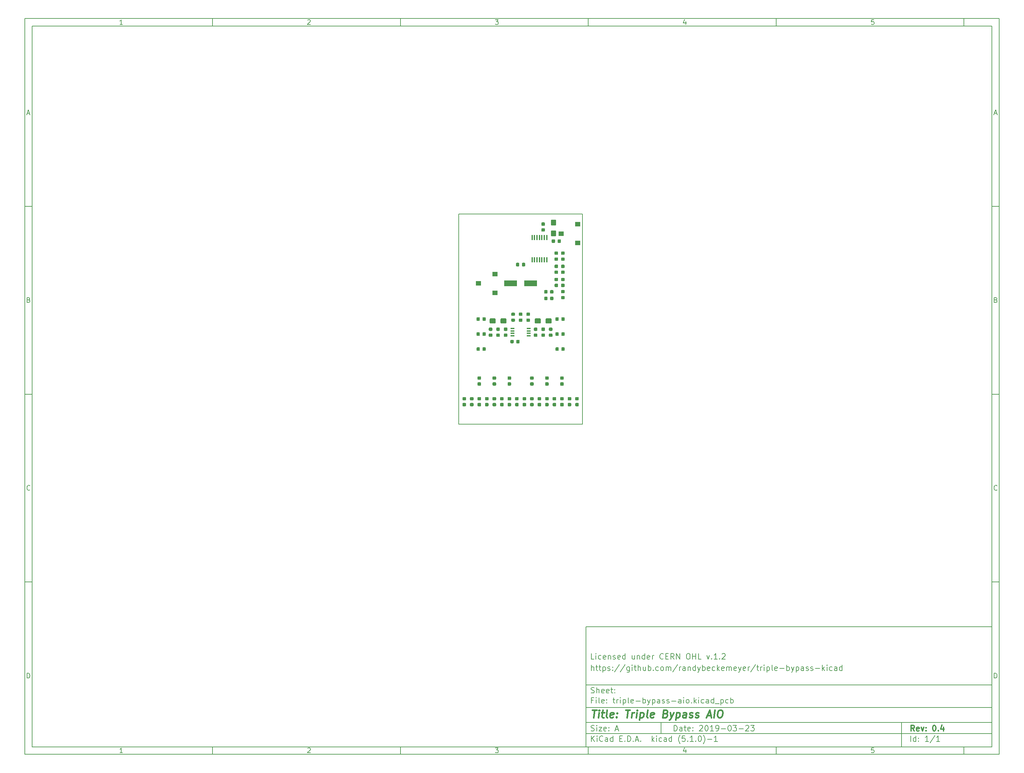
<source format=gbr>
G04 #@! TF.GenerationSoftware,KiCad,Pcbnew,(5.1.0)-1*
G04 #@! TF.CreationDate,2019-03-23T07:31:29-07:00*
G04 #@! TF.ProjectId,triple-bypass-aio,74726970-6c65-42d6-9279-706173732d61,0.4*
G04 #@! TF.SameCoordinates,Original*
G04 #@! TF.FileFunction,Paste,Top*
G04 #@! TF.FilePolarity,Positive*
%FSLAX46Y46*%
G04 Gerber Fmt 4.6, Leading zero omitted, Abs format (unit mm)*
G04 Created by KiCad (PCBNEW (5.1.0)-1) date 2019-03-23 07:31:29*
%MOMM*%
%LPD*%
G04 APERTURE LIST*
%ADD10C,0.100000*%
%ADD11C,0.150000*%
%ADD12C,0.300000*%
%ADD13C,0.400000*%
%ADD14C,0.200000*%
%ADD15C,0.203200*%
%ADD16R,1.100000X0.400000*%
%ADD17C,0.875000*%
%ADD18R,1.400000X1.200000*%
%ADD19R,3.500000X1.600000*%
%ADD20C,1.350000*%
%ADD21R,0.450000X1.450000*%
G04 APERTURE END LIST*
D10*
D11*
X159400000Y-171900000D02*
X159400000Y-203900000D01*
X267400000Y-203900000D01*
X267400000Y-171900000D01*
X159400000Y-171900000D01*
D10*
D11*
X10000000Y-10000000D02*
X10000000Y-205900000D01*
X269400000Y-205900000D01*
X269400000Y-10000000D01*
X10000000Y-10000000D01*
D10*
D11*
X12000000Y-12000000D02*
X12000000Y-203900000D01*
X267400000Y-203900000D01*
X267400000Y-12000000D01*
X12000000Y-12000000D01*
D10*
D11*
X60000000Y-12000000D02*
X60000000Y-10000000D01*
D10*
D11*
X110000000Y-12000000D02*
X110000000Y-10000000D01*
D10*
D11*
X160000000Y-12000000D02*
X160000000Y-10000000D01*
D10*
D11*
X210000000Y-12000000D02*
X210000000Y-10000000D01*
D10*
D11*
X260000000Y-12000000D02*
X260000000Y-10000000D01*
D10*
D11*
X36065476Y-11588095D02*
X35322619Y-11588095D01*
X35694047Y-11588095D02*
X35694047Y-10288095D01*
X35570238Y-10473809D01*
X35446428Y-10597619D01*
X35322619Y-10659523D01*
D10*
D11*
X85322619Y-10411904D02*
X85384523Y-10350000D01*
X85508333Y-10288095D01*
X85817857Y-10288095D01*
X85941666Y-10350000D01*
X86003571Y-10411904D01*
X86065476Y-10535714D01*
X86065476Y-10659523D01*
X86003571Y-10845238D01*
X85260714Y-11588095D01*
X86065476Y-11588095D01*
D10*
D11*
X135260714Y-10288095D02*
X136065476Y-10288095D01*
X135632142Y-10783333D01*
X135817857Y-10783333D01*
X135941666Y-10845238D01*
X136003571Y-10907142D01*
X136065476Y-11030952D01*
X136065476Y-11340476D01*
X136003571Y-11464285D01*
X135941666Y-11526190D01*
X135817857Y-11588095D01*
X135446428Y-11588095D01*
X135322619Y-11526190D01*
X135260714Y-11464285D01*
D10*
D11*
X185941666Y-10721428D02*
X185941666Y-11588095D01*
X185632142Y-10226190D02*
X185322619Y-11154761D01*
X186127380Y-11154761D01*
D10*
D11*
X236003571Y-10288095D02*
X235384523Y-10288095D01*
X235322619Y-10907142D01*
X235384523Y-10845238D01*
X235508333Y-10783333D01*
X235817857Y-10783333D01*
X235941666Y-10845238D01*
X236003571Y-10907142D01*
X236065476Y-11030952D01*
X236065476Y-11340476D01*
X236003571Y-11464285D01*
X235941666Y-11526190D01*
X235817857Y-11588095D01*
X235508333Y-11588095D01*
X235384523Y-11526190D01*
X235322619Y-11464285D01*
D10*
D11*
X60000000Y-203900000D02*
X60000000Y-205900000D01*
D10*
D11*
X110000000Y-203900000D02*
X110000000Y-205900000D01*
D10*
D11*
X160000000Y-203900000D02*
X160000000Y-205900000D01*
D10*
D11*
X210000000Y-203900000D02*
X210000000Y-205900000D01*
D10*
D11*
X260000000Y-203900000D02*
X260000000Y-205900000D01*
D10*
D11*
X36065476Y-205488095D02*
X35322619Y-205488095D01*
X35694047Y-205488095D02*
X35694047Y-204188095D01*
X35570238Y-204373809D01*
X35446428Y-204497619D01*
X35322619Y-204559523D01*
D10*
D11*
X85322619Y-204311904D02*
X85384523Y-204250000D01*
X85508333Y-204188095D01*
X85817857Y-204188095D01*
X85941666Y-204250000D01*
X86003571Y-204311904D01*
X86065476Y-204435714D01*
X86065476Y-204559523D01*
X86003571Y-204745238D01*
X85260714Y-205488095D01*
X86065476Y-205488095D01*
D10*
D11*
X135260714Y-204188095D02*
X136065476Y-204188095D01*
X135632142Y-204683333D01*
X135817857Y-204683333D01*
X135941666Y-204745238D01*
X136003571Y-204807142D01*
X136065476Y-204930952D01*
X136065476Y-205240476D01*
X136003571Y-205364285D01*
X135941666Y-205426190D01*
X135817857Y-205488095D01*
X135446428Y-205488095D01*
X135322619Y-205426190D01*
X135260714Y-205364285D01*
D10*
D11*
X185941666Y-204621428D02*
X185941666Y-205488095D01*
X185632142Y-204126190D02*
X185322619Y-205054761D01*
X186127380Y-205054761D01*
D10*
D11*
X236003571Y-204188095D02*
X235384523Y-204188095D01*
X235322619Y-204807142D01*
X235384523Y-204745238D01*
X235508333Y-204683333D01*
X235817857Y-204683333D01*
X235941666Y-204745238D01*
X236003571Y-204807142D01*
X236065476Y-204930952D01*
X236065476Y-205240476D01*
X236003571Y-205364285D01*
X235941666Y-205426190D01*
X235817857Y-205488095D01*
X235508333Y-205488095D01*
X235384523Y-205426190D01*
X235322619Y-205364285D01*
D10*
D11*
X10000000Y-60000000D02*
X12000000Y-60000000D01*
D10*
D11*
X10000000Y-110000000D02*
X12000000Y-110000000D01*
D10*
D11*
X10000000Y-160000000D02*
X12000000Y-160000000D01*
D10*
D11*
X10690476Y-35216666D02*
X11309523Y-35216666D01*
X10566666Y-35588095D02*
X11000000Y-34288095D01*
X11433333Y-35588095D01*
D10*
D11*
X11092857Y-84907142D02*
X11278571Y-84969047D01*
X11340476Y-85030952D01*
X11402380Y-85154761D01*
X11402380Y-85340476D01*
X11340476Y-85464285D01*
X11278571Y-85526190D01*
X11154761Y-85588095D01*
X10659523Y-85588095D01*
X10659523Y-84288095D01*
X11092857Y-84288095D01*
X11216666Y-84350000D01*
X11278571Y-84411904D01*
X11340476Y-84535714D01*
X11340476Y-84659523D01*
X11278571Y-84783333D01*
X11216666Y-84845238D01*
X11092857Y-84907142D01*
X10659523Y-84907142D01*
D10*
D11*
X11402380Y-135464285D02*
X11340476Y-135526190D01*
X11154761Y-135588095D01*
X11030952Y-135588095D01*
X10845238Y-135526190D01*
X10721428Y-135402380D01*
X10659523Y-135278571D01*
X10597619Y-135030952D01*
X10597619Y-134845238D01*
X10659523Y-134597619D01*
X10721428Y-134473809D01*
X10845238Y-134350000D01*
X11030952Y-134288095D01*
X11154761Y-134288095D01*
X11340476Y-134350000D01*
X11402380Y-134411904D01*
D10*
D11*
X10659523Y-185588095D02*
X10659523Y-184288095D01*
X10969047Y-184288095D01*
X11154761Y-184350000D01*
X11278571Y-184473809D01*
X11340476Y-184597619D01*
X11402380Y-184845238D01*
X11402380Y-185030952D01*
X11340476Y-185278571D01*
X11278571Y-185402380D01*
X11154761Y-185526190D01*
X10969047Y-185588095D01*
X10659523Y-185588095D01*
D10*
D11*
X269400000Y-60000000D02*
X267400000Y-60000000D01*
D10*
D11*
X269400000Y-110000000D02*
X267400000Y-110000000D01*
D10*
D11*
X269400000Y-160000000D02*
X267400000Y-160000000D01*
D10*
D11*
X268090476Y-35216666D02*
X268709523Y-35216666D01*
X267966666Y-35588095D02*
X268400000Y-34288095D01*
X268833333Y-35588095D01*
D10*
D11*
X268492857Y-84907142D02*
X268678571Y-84969047D01*
X268740476Y-85030952D01*
X268802380Y-85154761D01*
X268802380Y-85340476D01*
X268740476Y-85464285D01*
X268678571Y-85526190D01*
X268554761Y-85588095D01*
X268059523Y-85588095D01*
X268059523Y-84288095D01*
X268492857Y-84288095D01*
X268616666Y-84350000D01*
X268678571Y-84411904D01*
X268740476Y-84535714D01*
X268740476Y-84659523D01*
X268678571Y-84783333D01*
X268616666Y-84845238D01*
X268492857Y-84907142D01*
X268059523Y-84907142D01*
D10*
D11*
X268802380Y-135464285D02*
X268740476Y-135526190D01*
X268554761Y-135588095D01*
X268430952Y-135588095D01*
X268245238Y-135526190D01*
X268121428Y-135402380D01*
X268059523Y-135278571D01*
X267997619Y-135030952D01*
X267997619Y-134845238D01*
X268059523Y-134597619D01*
X268121428Y-134473809D01*
X268245238Y-134350000D01*
X268430952Y-134288095D01*
X268554761Y-134288095D01*
X268740476Y-134350000D01*
X268802380Y-134411904D01*
D10*
D11*
X268059523Y-185588095D02*
X268059523Y-184288095D01*
X268369047Y-184288095D01*
X268554761Y-184350000D01*
X268678571Y-184473809D01*
X268740476Y-184597619D01*
X268802380Y-184845238D01*
X268802380Y-185030952D01*
X268740476Y-185278571D01*
X268678571Y-185402380D01*
X268554761Y-185526190D01*
X268369047Y-185588095D01*
X268059523Y-185588095D01*
D10*
D11*
X182832142Y-199678571D02*
X182832142Y-198178571D01*
X183189285Y-198178571D01*
X183403571Y-198250000D01*
X183546428Y-198392857D01*
X183617857Y-198535714D01*
X183689285Y-198821428D01*
X183689285Y-199035714D01*
X183617857Y-199321428D01*
X183546428Y-199464285D01*
X183403571Y-199607142D01*
X183189285Y-199678571D01*
X182832142Y-199678571D01*
X184975000Y-199678571D02*
X184975000Y-198892857D01*
X184903571Y-198750000D01*
X184760714Y-198678571D01*
X184475000Y-198678571D01*
X184332142Y-198750000D01*
X184975000Y-199607142D02*
X184832142Y-199678571D01*
X184475000Y-199678571D01*
X184332142Y-199607142D01*
X184260714Y-199464285D01*
X184260714Y-199321428D01*
X184332142Y-199178571D01*
X184475000Y-199107142D01*
X184832142Y-199107142D01*
X184975000Y-199035714D01*
X185475000Y-198678571D02*
X186046428Y-198678571D01*
X185689285Y-198178571D02*
X185689285Y-199464285D01*
X185760714Y-199607142D01*
X185903571Y-199678571D01*
X186046428Y-199678571D01*
X187117857Y-199607142D02*
X186975000Y-199678571D01*
X186689285Y-199678571D01*
X186546428Y-199607142D01*
X186475000Y-199464285D01*
X186475000Y-198892857D01*
X186546428Y-198750000D01*
X186689285Y-198678571D01*
X186975000Y-198678571D01*
X187117857Y-198750000D01*
X187189285Y-198892857D01*
X187189285Y-199035714D01*
X186475000Y-199178571D01*
X187832142Y-199535714D02*
X187903571Y-199607142D01*
X187832142Y-199678571D01*
X187760714Y-199607142D01*
X187832142Y-199535714D01*
X187832142Y-199678571D01*
X187832142Y-198750000D02*
X187903571Y-198821428D01*
X187832142Y-198892857D01*
X187760714Y-198821428D01*
X187832142Y-198750000D01*
X187832142Y-198892857D01*
X189617857Y-198321428D02*
X189689285Y-198250000D01*
X189832142Y-198178571D01*
X190189285Y-198178571D01*
X190332142Y-198250000D01*
X190403571Y-198321428D01*
X190475000Y-198464285D01*
X190475000Y-198607142D01*
X190403571Y-198821428D01*
X189546428Y-199678571D01*
X190475000Y-199678571D01*
X191403571Y-198178571D02*
X191546428Y-198178571D01*
X191689285Y-198250000D01*
X191760714Y-198321428D01*
X191832142Y-198464285D01*
X191903571Y-198750000D01*
X191903571Y-199107142D01*
X191832142Y-199392857D01*
X191760714Y-199535714D01*
X191689285Y-199607142D01*
X191546428Y-199678571D01*
X191403571Y-199678571D01*
X191260714Y-199607142D01*
X191189285Y-199535714D01*
X191117857Y-199392857D01*
X191046428Y-199107142D01*
X191046428Y-198750000D01*
X191117857Y-198464285D01*
X191189285Y-198321428D01*
X191260714Y-198250000D01*
X191403571Y-198178571D01*
X193332142Y-199678571D02*
X192475000Y-199678571D01*
X192903571Y-199678571D02*
X192903571Y-198178571D01*
X192760714Y-198392857D01*
X192617857Y-198535714D01*
X192475000Y-198607142D01*
X194046428Y-199678571D02*
X194332142Y-199678571D01*
X194475000Y-199607142D01*
X194546428Y-199535714D01*
X194689285Y-199321428D01*
X194760714Y-199035714D01*
X194760714Y-198464285D01*
X194689285Y-198321428D01*
X194617857Y-198250000D01*
X194475000Y-198178571D01*
X194189285Y-198178571D01*
X194046428Y-198250000D01*
X193975000Y-198321428D01*
X193903571Y-198464285D01*
X193903571Y-198821428D01*
X193975000Y-198964285D01*
X194046428Y-199035714D01*
X194189285Y-199107142D01*
X194475000Y-199107142D01*
X194617857Y-199035714D01*
X194689285Y-198964285D01*
X194760714Y-198821428D01*
X195403571Y-199107142D02*
X196546428Y-199107142D01*
X197546428Y-198178571D02*
X197689285Y-198178571D01*
X197832142Y-198250000D01*
X197903571Y-198321428D01*
X197975000Y-198464285D01*
X198046428Y-198750000D01*
X198046428Y-199107142D01*
X197975000Y-199392857D01*
X197903571Y-199535714D01*
X197832142Y-199607142D01*
X197689285Y-199678571D01*
X197546428Y-199678571D01*
X197403571Y-199607142D01*
X197332142Y-199535714D01*
X197260714Y-199392857D01*
X197189285Y-199107142D01*
X197189285Y-198750000D01*
X197260714Y-198464285D01*
X197332142Y-198321428D01*
X197403571Y-198250000D01*
X197546428Y-198178571D01*
X198546428Y-198178571D02*
X199475000Y-198178571D01*
X198975000Y-198750000D01*
X199189285Y-198750000D01*
X199332142Y-198821428D01*
X199403571Y-198892857D01*
X199475000Y-199035714D01*
X199475000Y-199392857D01*
X199403571Y-199535714D01*
X199332142Y-199607142D01*
X199189285Y-199678571D01*
X198760714Y-199678571D01*
X198617857Y-199607142D01*
X198546428Y-199535714D01*
X200117857Y-199107142D02*
X201260714Y-199107142D01*
X201903571Y-198321428D02*
X201975000Y-198250000D01*
X202117857Y-198178571D01*
X202475000Y-198178571D01*
X202617857Y-198250000D01*
X202689285Y-198321428D01*
X202760714Y-198464285D01*
X202760714Y-198607142D01*
X202689285Y-198821428D01*
X201832142Y-199678571D01*
X202760714Y-199678571D01*
X203260714Y-198178571D02*
X204189285Y-198178571D01*
X203689285Y-198750000D01*
X203903571Y-198750000D01*
X204046428Y-198821428D01*
X204117857Y-198892857D01*
X204189285Y-199035714D01*
X204189285Y-199392857D01*
X204117857Y-199535714D01*
X204046428Y-199607142D01*
X203903571Y-199678571D01*
X203475000Y-199678571D01*
X203332142Y-199607142D01*
X203260714Y-199535714D01*
D10*
D11*
X159400000Y-200400000D02*
X267400000Y-200400000D01*
D10*
D11*
X160832142Y-202478571D02*
X160832142Y-200978571D01*
X161689285Y-202478571D02*
X161046428Y-201621428D01*
X161689285Y-200978571D02*
X160832142Y-201835714D01*
X162332142Y-202478571D02*
X162332142Y-201478571D01*
X162332142Y-200978571D02*
X162260714Y-201050000D01*
X162332142Y-201121428D01*
X162403571Y-201050000D01*
X162332142Y-200978571D01*
X162332142Y-201121428D01*
X163903571Y-202335714D02*
X163832142Y-202407142D01*
X163617857Y-202478571D01*
X163475000Y-202478571D01*
X163260714Y-202407142D01*
X163117857Y-202264285D01*
X163046428Y-202121428D01*
X162975000Y-201835714D01*
X162975000Y-201621428D01*
X163046428Y-201335714D01*
X163117857Y-201192857D01*
X163260714Y-201050000D01*
X163475000Y-200978571D01*
X163617857Y-200978571D01*
X163832142Y-201050000D01*
X163903571Y-201121428D01*
X165189285Y-202478571D02*
X165189285Y-201692857D01*
X165117857Y-201550000D01*
X164975000Y-201478571D01*
X164689285Y-201478571D01*
X164546428Y-201550000D01*
X165189285Y-202407142D02*
X165046428Y-202478571D01*
X164689285Y-202478571D01*
X164546428Y-202407142D01*
X164475000Y-202264285D01*
X164475000Y-202121428D01*
X164546428Y-201978571D01*
X164689285Y-201907142D01*
X165046428Y-201907142D01*
X165189285Y-201835714D01*
X166546428Y-202478571D02*
X166546428Y-200978571D01*
X166546428Y-202407142D02*
X166403571Y-202478571D01*
X166117857Y-202478571D01*
X165975000Y-202407142D01*
X165903571Y-202335714D01*
X165832142Y-202192857D01*
X165832142Y-201764285D01*
X165903571Y-201621428D01*
X165975000Y-201550000D01*
X166117857Y-201478571D01*
X166403571Y-201478571D01*
X166546428Y-201550000D01*
X168403571Y-201692857D02*
X168903571Y-201692857D01*
X169117857Y-202478571D02*
X168403571Y-202478571D01*
X168403571Y-200978571D01*
X169117857Y-200978571D01*
X169760714Y-202335714D02*
X169832142Y-202407142D01*
X169760714Y-202478571D01*
X169689285Y-202407142D01*
X169760714Y-202335714D01*
X169760714Y-202478571D01*
X170475000Y-202478571D02*
X170475000Y-200978571D01*
X170832142Y-200978571D01*
X171046428Y-201050000D01*
X171189285Y-201192857D01*
X171260714Y-201335714D01*
X171332142Y-201621428D01*
X171332142Y-201835714D01*
X171260714Y-202121428D01*
X171189285Y-202264285D01*
X171046428Y-202407142D01*
X170832142Y-202478571D01*
X170475000Y-202478571D01*
X171975000Y-202335714D02*
X172046428Y-202407142D01*
X171975000Y-202478571D01*
X171903571Y-202407142D01*
X171975000Y-202335714D01*
X171975000Y-202478571D01*
X172617857Y-202050000D02*
X173332142Y-202050000D01*
X172475000Y-202478571D02*
X172975000Y-200978571D01*
X173475000Y-202478571D01*
X173975000Y-202335714D02*
X174046428Y-202407142D01*
X173975000Y-202478571D01*
X173903571Y-202407142D01*
X173975000Y-202335714D01*
X173975000Y-202478571D01*
X176975000Y-202478571D02*
X176975000Y-200978571D01*
X177117857Y-201907142D02*
X177546428Y-202478571D01*
X177546428Y-201478571D02*
X176975000Y-202050000D01*
X178189285Y-202478571D02*
X178189285Y-201478571D01*
X178189285Y-200978571D02*
X178117857Y-201050000D01*
X178189285Y-201121428D01*
X178260714Y-201050000D01*
X178189285Y-200978571D01*
X178189285Y-201121428D01*
X179546428Y-202407142D02*
X179403571Y-202478571D01*
X179117857Y-202478571D01*
X178975000Y-202407142D01*
X178903571Y-202335714D01*
X178832142Y-202192857D01*
X178832142Y-201764285D01*
X178903571Y-201621428D01*
X178975000Y-201550000D01*
X179117857Y-201478571D01*
X179403571Y-201478571D01*
X179546428Y-201550000D01*
X180832142Y-202478571D02*
X180832142Y-201692857D01*
X180760714Y-201550000D01*
X180617857Y-201478571D01*
X180332142Y-201478571D01*
X180189285Y-201550000D01*
X180832142Y-202407142D02*
X180689285Y-202478571D01*
X180332142Y-202478571D01*
X180189285Y-202407142D01*
X180117857Y-202264285D01*
X180117857Y-202121428D01*
X180189285Y-201978571D01*
X180332142Y-201907142D01*
X180689285Y-201907142D01*
X180832142Y-201835714D01*
X182189285Y-202478571D02*
X182189285Y-200978571D01*
X182189285Y-202407142D02*
X182046428Y-202478571D01*
X181760714Y-202478571D01*
X181617857Y-202407142D01*
X181546428Y-202335714D01*
X181475000Y-202192857D01*
X181475000Y-201764285D01*
X181546428Y-201621428D01*
X181617857Y-201550000D01*
X181760714Y-201478571D01*
X182046428Y-201478571D01*
X182189285Y-201550000D01*
X184475000Y-203050000D02*
X184403571Y-202978571D01*
X184260714Y-202764285D01*
X184189285Y-202621428D01*
X184117857Y-202407142D01*
X184046428Y-202050000D01*
X184046428Y-201764285D01*
X184117857Y-201407142D01*
X184189285Y-201192857D01*
X184260714Y-201050000D01*
X184403571Y-200835714D01*
X184475000Y-200764285D01*
X185760714Y-200978571D02*
X185046428Y-200978571D01*
X184975000Y-201692857D01*
X185046428Y-201621428D01*
X185189285Y-201550000D01*
X185546428Y-201550000D01*
X185689285Y-201621428D01*
X185760714Y-201692857D01*
X185832142Y-201835714D01*
X185832142Y-202192857D01*
X185760714Y-202335714D01*
X185689285Y-202407142D01*
X185546428Y-202478571D01*
X185189285Y-202478571D01*
X185046428Y-202407142D01*
X184975000Y-202335714D01*
X186475000Y-202335714D02*
X186546428Y-202407142D01*
X186475000Y-202478571D01*
X186403571Y-202407142D01*
X186475000Y-202335714D01*
X186475000Y-202478571D01*
X187975000Y-202478571D02*
X187117857Y-202478571D01*
X187546428Y-202478571D02*
X187546428Y-200978571D01*
X187403571Y-201192857D01*
X187260714Y-201335714D01*
X187117857Y-201407142D01*
X188617857Y-202335714D02*
X188689285Y-202407142D01*
X188617857Y-202478571D01*
X188546428Y-202407142D01*
X188617857Y-202335714D01*
X188617857Y-202478571D01*
X189617857Y-200978571D02*
X189760714Y-200978571D01*
X189903571Y-201050000D01*
X189975000Y-201121428D01*
X190046428Y-201264285D01*
X190117857Y-201550000D01*
X190117857Y-201907142D01*
X190046428Y-202192857D01*
X189975000Y-202335714D01*
X189903571Y-202407142D01*
X189760714Y-202478571D01*
X189617857Y-202478571D01*
X189475000Y-202407142D01*
X189403571Y-202335714D01*
X189332142Y-202192857D01*
X189260714Y-201907142D01*
X189260714Y-201550000D01*
X189332142Y-201264285D01*
X189403571Y-201121428D01*
X189475000Y-201050000D01*
X189617857Y-200978571D01*
X190617857Y-203050000D02*
X190689285Y-202978571D01*
X190832142Y-202764285D01*
X190903571Y-202621428D01*
X190975000Y-202407142D01*
X191046428Y-202050000D01*
X191046428Y-201764285D01*
X190975000Y-201407142D01*
X190903571Y-201192857D01*
X190832142Y-201050000D01*
X190689285Y-200835714D01*
X190617857Y-200764285D01*
X191760714Y-201907142D02*
X192903571Y-201907142D01*
X194403571Y-202478571D02*
X193546428Y-202478571D01*
X193975000Y-202478571D02*
X193975000Y-200978571D01*
X193832142Y-201192857D01*
X193689285Y-201335714D01*
X193546428Y-201407142D01*
D10*
D11*
X159400000Y-197400000D02*
X267400000Y-197400000D01*
D10*
D12*
X246809285Y-199678571D02*
X246309285Y-198964285D01*
X245952142Y-199678571D02*
X245952142Y-198178571D01*
X246523571Y-198178571D01*
X246666428Y-198250000D01*
X246737857Y-198321428D01*
X246809285Y-198464285D01*
X246809285Y-198678571D01*
X246737857Y-198821428D01*
X246666428Y-198892857D01*
X246523571Y-198964285D01*
X245952142Y-198964285D01*
X248023571Y-199607142D02*
X247880714Y-199678571D01*
X247595000Y-199678571D01*
X247452142Y-199607142D01*
X247380714Y-199464285D01*
X247380714Y-198892857D01*
X247452142Y-198750000D01*
X247595000Y-198678571D01*
X247880714Y-198678571D01*
X248023571Y-198750000D01*
X248095000Y-198892857D01*
X248095000Y-199035714D01*
X247380714Y-199178571D01*
X248595000Y-198678571D02*
X248952142Y-199678571D01*
X249309285Y-198678571D01*
X249880714Y-199535714D02*
X249952142Y-199607142D01*
X249880714Y-199678571D01*
X249809285Y-199607142D01*
X249880714Y-199535714D01*
X249880714Y-199678571D01*
X249880714Y-198750000D02*
X249952142Y-198821428D01*
X249880714Y-198892857D01*
X249809285Y-198821428D01*
X249880714Y-198750000D01*
X249880714Y-198892857D01*
X252023571Y-198178571D02*
X252166428Y-198178571D01*
X252309285Y-198250000D01*
X252380714Y-198321428D01*
X252452142Y-198464285D01*
X252523571Y-198750000D01*
X252523571Y-199107142D01*
X252452142Y-199392857D01*
X252380714Y-199535714D01*
X252309285Y-199607142D01*
X252166428Y-199678571D01*
X252023571Y-199678571D01*
X251880714Y-199607142D01*
X251809285Y-199535714D01*
X251737857Y-199392857D01*
X251666428Y-199107142D01*
X251666428Y-198750000D01*
X251737857Y-198464285D01*
X251809285Y-198321428D01*
X251880714Y-198250000D01*
X252023571Y-198178571D01*
X253166428Y-199535714D02*
X253237857Y-199607142D01*
X253166428Y-199678571D01*
X253095000Y-199607142D01*
X253166428Y-199535714D01*
X253166428Y-199678571D01*
X254523571Y-198678571D02*
X254523571Y-199678571D01*
X254166428Y-198107142D02*
X253809285Y-199178571D01*
X254737857Y-199178571D01*
D10*
D11*
X160760714Y-199607142D02*
X160975000Y-199678571D01*
X161332142Y-199678571D01*
X161475000Y-199607142D01*
X161546428Y-199535714D01*
X161617857Y-199392857D01*
X161617857Y-199250000D01*
X161546428Y-199107142D01*
X161475000Y-199035714D01*
X161332142Y-198964285D01*
X161046428Y-198892857D01*
X160903571Y-198821428D01*
X160832142Y-198750000D01*
X160760714Y-198607142D01*
X160760714Y-198464285D01*
X160832142Y-198321428D01*
X160903571Y-198250000D01*
X161046428Y-198178571D01*
X161403571Y-198178571D01*
X161617857Y-198250000D01*
X162260714Y-199678571D02*
X162260714Y-198678571D01*
X162260714Y-198178571D02*
X162189285Y-198250000D01*
X162260714Y-198321428D01*
X162332142Y-198250000D01*
X162260714Y-198178571D01*
X162260714Y-198321428D01*
X162832142Y-198678571D02*
X163617857Y-198678571D01*
X162832142Y-199678571D01*
X163617857Y-199678571D01*
X164760714Y-199607142D02*
X164617857Y-199678571D01*
X164332142Y-199678571D01*
X164189285Y-199607142D01*
X164117857Y-199464285D01*
X164117857Y-198892857D01*
X164189285Y-198750000D01*
X164332142Y-198678571D01*
X164617857Y-198678571D01*
X164760714Y-198750000D01*
X164832142Y-198892857D01*
X164832142Y-199035714D01*
X164117857Y-199178571D01*
X165475000Y-199535714D02*
X165546428Y-199607142D01*
X165475000Y-199678571D01*
X165403571Y-199607142D01*
X165475000Y-199535714D01*
X165475000Y-199678571D01*
X165475000Y-198750000D02*
X165546428Y-198821428D01*
X165475000Y-198892857D01*
X165403571Y-198821428D01*
X165475000Y-198750000D01*
X165475000Y-198892857D01*
X167260714Y-199250000D02*
X167975000Y-199250000D01*
X167117857Y-199678571D02*
X167617857Y-198178571D01*
X168117857Y-199678571D01*
D10*
D11*
X245832142Y-202478571D02*
X245832142Y-200978571D01*
X247189285Y-202478571D02*
X247189285Y-200978571D01*
X247189285Y-202407142D02*
X247046428Y-202478571D01*
X246760714Y-202478571D01*
X246617857Y-202407142D01*
X246546428Y-202335714D01*
X246475000Y-202192857D01*
X246475000Y-201764285D01*
X246546428Y-201621428D01*
X246617857Y-201550000D01*
X246760714Y-201478571D01*
X247046428Y-201478571D01*
X247189285Y-201550000D01*
X247903571Y-202335714D02*
X247975000Y-202407142D01*
X247903571Y-202478571D01*
X247832142Y-202407142D01*
X247903571Y-202335714D01*
X247903571Y-202478571D01*
X247903571Y-201550000D02*
X247975000Y-201621428D01*
X247903571Y-201692857D01*
X247832142Y-201621428D01*
X247903571Y-201550000D01*
X247903571Y-201692857D01*
X250546428Y-202478571D02*
X249689285Y-202478571D01*
X250117857Y-202478571D02*
X250117857Y-200978571D01*
X249975000Y-201192857D01*
X249832142Y-201335714D01*
X249689285Y-201407142D01*
X252260714Y-200907142D02*
X250975000Y-202835714D01*
X253546428Y-202478571D02*
X252689285Y-202478571D01*
X253117857Y-202478571D02*
X253117857Y-200978571D01*
X252975000Y-201192857D01*
X252832142Y-201335714D01*
X252689285Y-201407142D01*
D10*
D11*
X159400000Y-193400000D02*
X267400000Y-193400000D01*
D10*
D13*
X161112380Y-194104761D02*
X162255238Y-194104761D01*
X161433809Y-196104761D02*
X161683809Y-194104761D01*
X162671904Y-196104761D02*
X162838571Y-194771428D01*
X162921904Y-194104761D02*
X162814761Y-194200000D01*
X162898095Y-194295238D01*
X163005238Y-194200000D01*
X162921904Y-194104761D01*
X162898095Y-194295238D01*
X163505238Y-194771428D02*
X164267142Y-194771428D01*
X163874285Y-194104761D02*
X163660000Y-195819047D01*
X163731428Y-196009523D01*
X163910000Y-196104761D01*
X164100476Y-196104761D01*
X165052857Y-196104761D02*
X164874285Y-196009523D01*
X164802857Y-195819047D01*
X165017142Y-194104761D01*
X166588571Y-196009523D02*
X166386190Y-196104761D01*
X166005238Y-196104761D01*
X165826666Y-196009523D01*
X165755238Y-195819047D01*
X165850476Y-195057142D01*
X165969523Y-194866666D01*
X166171904Y-194771428D01*
X166552857Y-194771428D01*
X166731428Y-194866666D01*
X166802857Y-195057142D01*
X166779047Y-195247619D01*
X165802857Y-195438095D01*
X167552857Y-195914285D02*
X167636190Y-196009523D01*
X167529047Y-196104761D01*
X167445714Y-196009523D01*
X167552857Y-195914285D01*
X167529047Y-196104761D01*
X167683809Y-194866666D02*
X167767142Y-194961904D01*
X167660000Y-195057142D01*
X167576666Y-194961904D01*
X167683809Y-194866666D01*
X167660000Y-195057142D01*
X169969523Y-194104761D02*
X171112380Y-194104761D01*
X170290952Y-196104761D02*
X170540952Y-194104761D01*
X171529047Y-196104761D02*
X171695714Y-194771428D01*
X171648095Y-195152380D02*
X171767142Y-194961904D01*
X171874285Y-194866666D01*
X172076666Y-194771428D01*
X172267142Y-194771428D01*
X172767142Y-196104761D02*
X172933809Y-194771428D01*
X173017142Y-194104761D02*
X172910000Y-194200000D01*
X172993333Y-194295238D01*
X173100476Y-194200000D01*
X173017142Y-194104761D01*
X172993333Y-194295238D01*
X173886190Y-194771428D02*
X173636190Y-196771428D01*
X173874285Y-194866666D02*
X174076666Y-194771428D01*
X174457619Y-194771428D01*
X174636190Y-194866666D01*
X174719523Y-194961904D01*
X174790952Y-195152380D01*
X174719523Y-195723809D01*
X174600476Y-195914285D01*
X174493333Y-196009523D01*
X174290952Y-196104761D01*
X173910000Y-196104761D01*
X173731428Y-196009523D01*
X175814761Y-196104761D02*
X175636190Y-196009523D01*
X175564761Y-195819047D01*
X175779047Y-194104761D01*
X177350476Y-196009523D02*
X177148095Y-196104761D01*
X176767142Y-196104761D01*
X176588571Y-196009523D01*
X176517142Y-195819047D01*
X176612380Y-195057142D01*
X176731428Y-194866666D01*
X176933809Y-194771428D01*
X177314761Y-194771428D01*
X177493333Y-194866666D01*
X177564761Y-195057142D01*
X177540952Y-195247619D01*
X176564761Y-195438095D01*
X180612380Y-195057142D02*
X180886190Y-195152380D01*
X180969523Y-195247619D01*
X181040952Y-195438095D01*
X181005238Y-195723809D01*
X180886190Y-195914285D01*
X180779047Y-196009523D01*
X180576666Y-196104761D01*
X179814761Y-196104761D01*
X180064761Y-194104761D01*
X180731428Y-194104761D01*
X180910000Y-194200000D01*
X180993333Y-194295238D01*
X181064761Y-194485714D01*
X181040952Y-194676190D01*
X180921904Y-194866666D01*
X180814761Y-194961904D01*
X180612380Y-195057142D01*
X179945714Y-195057142D01*
X181790952Y-194771428D02*
X182100476Y-196104761D01*
X182743333Y-194771428D02*
X182100476Y-196104761D01*
X181850476Y-196580952D01*
X181743333Y-196676190D01*
X181540952Y-196771428D01*
X183505238Y-194771428D02*
X183255238Y-196771428D01*
X183493333Y-194866666D02*
X183695714Y-194771428D01*
X184076666Y-194771428D01*
X184255238Y-194866666D01*
X184338571Y-194961904D01*
X184410000Y-195152380D01*
X184338571Y-195723809D01*
X184219523Y-195914285D01*
X184112380Y-196009523D01*
X183910000Y-196104761D01*
X183529047Y-196104761D01*
X183350476Y-196009523D01*
X186005238Y-196104761D02*
X186136190Y-195057142D01*
X186064761Y-194866666D01*
X185886190Y-194771428D01*
X185505238Y-194771428D01*
X185302857Y-194866666D01*
X186017142Y-196009523D02*
X185814761Y-196104761D01*
X185338571Y-196104761D01*
X185160000Y-196009523D01*
X185088571Y-195819047D01*
X185112380Y-195628571D01*
X185231428Y-195438095D01*
X185433809Y-195342857D01*
X185910000Y-195342857D01*
X186112380Y-195247619D01*
X186874285Y-196009523D02*
X187052857Y-196104761D01*
X187433809Y-196104761D01*
X187636190Y-196009523D01*
X187755238Y-195819047D01*
X187767142Y-195723809D01*
X187695714Y-195533333D01*
X187517142Y-195438095D01*
X187231428Y-195438095D01*
X187052857Y-195342857D01*
X186981428Y-195152380D01*
X186993333Y-195057142D01*
X187112380Y-194866666D01*
X187314761Y-194771428D01*
X187600476Y-194771428D01*
X187779047Y-194866666D01*
X188493333Y-196009523D02*
X188671904Y-196104761D01*
X189052857Y-196104761D01*
X189255238Y-196009523D01*
X189374285Y-195819047D01*
X189386190Y-195723809D01*
X189314761Y-195533333D01*
X189136190Y-195438095D01*
X188850476Y-195438095D01*
X188671904Y-195342857D01*
X188600476Y-195152380D01*
X188612380Y-195057142D01*
X188731428Y-194866666D01*
X188933809Y-194771428D01*
X189219523Y-194771428D01*
X189398095Y-194866666D01*
X191695714Y-195533333D02*
X192648095Y-195533333D01*
X191433809Y-196104761D02*
X192350476Y-194104761D01*
X192767142Y-196104761D01*
X193433809Y-196104761D02*
X193683809Y-194104761D01*
X195017142Y-194104761D02*
X195398095Y-194104761D01*
X195576666Y-194200000D01*
X195743333Y-194390476D01*
X195790952Y-194771428D01*
X195707619Y-195438095D01*
X195564761Y-195819047D01*
X195350476Y-196009523D01*
X195148095Y-196104761D01*
X194767142Y-196104761D01*
X194588571Y-196009523D01*
X194421904Y-195819047D01*
X194374285Y-195438095D01*
X194457619Y-194771428D01*
X194600476Y-194390476D01*
X194814761Y-194200000D01*
X195017142Y-194104761D01*
D10*
D11*
X161332142Y-191492857D02*
X160832142Y-191492857D01*
X160832142Y-192278571D02*
X160832142Y-190778571D01*
X161546428Y-190778571D01*
X162117857Y-192278571D02*
X162117857Y-191278571D01*
X162117857Y-190778571D02*
X162046428Y-190850000D01*
X162117857Y-190921428D01*
X162189285Y-190850000D01*
X162117857Y-190778571D01*
X162117857Y-190921428D01*
X163046428Y-192278571D02*
X162903571Y-192207142D01*
X162832142Y-192064285D01*
X162832142Y-190778571D01*
X164189285Y-192207142D02*
X164046428Y-192278571D01*
X163760714Y-192278571D01*
X163617857Y-192207142D01*
X163546428Y-192064285D01*
X163546428Y-191492857D01*
X163617857Y-191350000D01*
X163760714Y-191278571D01*
X164046428Y-191278571D01*
X164189285Y-191350000D01*
X164260714Y-191492857D01*
X164260714Y-191635714D01*
X163546428Y-191778571D01*
X164903571Y-192135714D02*
X164975000Y-192207142D01*
X164903571Y-192278571D01*
X164832142Y-192207142D01*
X164903571Y-192135714D01*
X164903571Y-192278571D01*
X164903571Y-191350000D02*
X164975000Y-191421428D01*
X164903571Y-191492857D01*
X164832142Y-191421428D01*
X164903571Y-191350000D01*
X164903571Y-191492857D01*
X166546428Y-191278571D02*
X167117857Y-191278571D01*
X166760714Y-190778571D02*
X166760714Y-192064285D01*
X166832142Y-192207142D01*
X166975000Y-192278571D01*
X167117857Y-192278571D01*
X167617857Y-192278571D02*
X167617857Y-191278571D01*
X167617857Y-191564285D02*
X167689285Y-191421428D01*
X167760714Y-191350000D01*
X167903571Y-191278571D01*
X168046428Y-191278571D01*
X168546428Y-192278571D02*
X168546428Y-191278571D01*
X168546428Y-190778571D02*
X168475000Y-190850000D01*
X168546428Y-190921428D01*
X168617857Y-190850000D01*
X168546428Y-190778571D01*
X168546428Y-190921428D01*
X169260714Y-191278571D02*
X169260714Y-192778571D01*
X169260714Y-191350000D02*
X169403571Y-191278571D01*
X169689285Y-191278571D01*
X169832142Y-191350000D01*
X169903571Y-191421428D01*
X169975000Y-191564285D01*
X169975000Y-191992857D01*
X169903571Y-192135714D01*
X169832142Y-192207142D01*
X169689285Y-192278571D01*
X169403571Y-192278571D01*
X169260714Y-192207142D01*
X170832142Y-192278571D02*
X170689285Y-192207142D01*
X170617857Y-192064285D01*
X170617857Y-190778571D01*
X171975000Y-192207142D02*
X171832142Y-192278571D01*
X171546428Y-192278571D01*
X171403571Y-192207142D01*
X171332142Y-192064285D01*
X171332142Y-191492857D01*
X171403571Y-191350000D01*
X171546428Y-191278571D01*
X171832142Y-191278571D01*
X171975000Y-191350000D01*
X172046428Y-191492857D01*
X172046428Y-191635714D01*
X171332142Y-191778571D01*
X172689285Y-191707142D02*
X173832142Y-191707142D01*
X174546428Y-192278571D02*
X174546428Y-190778571D01*
X174546428Y-191350000D02*
X174689285Y-191278571D01*
X174975000Y-191278571D01*
X175117857Y-191350000D01*
X175189285Y-191421428D01*
X175260714Y-191564285D01*
X175260714Y-191992857D01*
X175189285Y-192135714D01*
X175117857Y-192207142D01*
X174975000Y-192278571D01*
X174689285Y-192278571D01*
X174546428Y-192207142D01*
X175760714Y-191278571D02*
X176117857Y-192278571D01*
X176475000Y-191278571D02*
X176117857Y-192278571D01*
X175975000Y-192635714D01*
X175903571Y-192707142D01*
X175760714Y-192778571D01*
X177046428Y-191278571D02*
X177046428Y-192778571D01*
X177046428Y-191350000D02*
X177189285Y-191278571D01*
X177475000Y-191278571D01*
X177617857Y-191350000D01*
X177689285Y-191421428D01*
X177760714Y-191564285D01*
X177760714Y-191992857D01*
X177689285Y-192135714D01*
X177617857Y-192207142D01*
X177475000Y-192278571D01*
X177189285Y-192278571D01*
X177046428Y-192207142D01*
X179046428Y-192278571D02*
X179046428Y-191492857D01*
X178975000Y-191350000D01*
X178832142Y-191278571D01*
X178546428Y-191278571D01*
X178403571Y-191350000D01*
X179046428Y-192207142D02*
X178903571Y-192278571D01*
X178546428Y-192278571D01*
X178403571Y-192207142D01*
X178332142Y-192064285D01*
X178332142Y-191921428D01*
X178403571Y-191778571D01*
X178546428Y-191707142D01*
X178903571Y-191707142D01*
X179046428Y-191635714D01*
X179689285Y-192207142D02*
X179832142Y-192278571D01*
X180117857Y-192278571D01*
X180260714Y-192207142D01*
X180332142Y-192064285D01*
X180332142Y-191992857D01*
X180260714Y-191850000D01*
X180117857Y-191778571D01*
X179903571Y-191778571D01*
X179760714Y-191707142D01*
X179689285Y-191564285D01*
X179689285Y-191492857D01*
X179760714Y-191350000D01*
X179903571Y-191278571D01*
X180117857Y-191278571D01*
X180260714Y-191350000D01*
X180903571Y-192207142D02*
X181046428Y-192278571D01*
X181332142Y-192278571D01*
X181475000Y-192207142D01*
X181546428Y-192064285D01*
X181546428Y-191992857D01*
X181475000Y-191850000D01*
X181332142Y-191778571D01*
X181117857Y-191778571D01*
X180975000Y-191707142D01*
X180903571Y-191564285D01*
X180903571Y-191492857D01*
X180975000Y-191350000D01*
X181117857Y-191278571D01*
X181332142Y-191278571D01*
X181475000Y-191350000D01*
X182189285Y-191707142D02*
X183332142Y-191707142D01*
X184689285Y-192278571D02*
X184689285Y-191492857D01*
X184617857Y-191350000D01*
X184475000Y-191278571D01*
X184189285Y-191278571D01*
X184046428Y-191350000D01*
X184689285Y-192207142D02*
X184546428Y-192278571D01*
X184189285Y-192278571D01*
X184046428Y-192207142D01*
X183975000Y-192064285D01*
X183975000Y-191921428D01*
X184046428Y-191778571D01*
X184189285Y-191707142D01*
X184546428Y-191707142D01*
X184689285Y-191635714D01*
X185403571Y-192278571D02*
X185403571Y-191278571D01*
X185403571Y-190778571D02*
X185332142Y-190850000D01*
X185403571Y-190921428D01*
X185475000Y-190850000D01*
X185403571Y-190778571D01*
X185403571Y-190921428D01*
X186332142Y-192278571D02*
X186189285Y-192207142D01*
X186117857Y-192135714D01*
X186046428Y-191992857D01*
X186046428Y-191564285D01*
X186117857Y-191421428D01*
X186189285Y-191350000D01*
X186332142Y-191278571D01*
X186546428Y-191278571D01*
X186689285Y-191350000D01*
X186760714Y-191421428D01*
X186832142Y-191564285D01*
X186832142Y-191992857D01*
X186760714Y-192135714D01*
X186689285Y-192207142D01*
X186546428Y-192278571D01*
X186332142Y-192278571D01*
X187475000Y-192135714D02*
X187546428Y-192207142D01*
X187475000Y-192278571D01*
X187403571Y-192207142D01*
X187475000Y-192135714D01*
X187475000Y-192278571D01*
X188189285Y-192278571D02*
X188189285Y-190778571D01*
X188332142Y-191707142D02*
X188760714Y-192278571D01*
X188760714Y-191278571D02*
X188189285Y-191850000D01*
X189403571Y-192278571D02*
X189403571Y-191278571D01*
X189403571Y-190778571D02*
X189332142Y-190850000D01*
X189403571Y-190921428D01*
X189475000Y-190850000D01*
X189403571Y-190778571D01*
X189403571Y-190921428D01*
X190760714Y-192207142D02*
X190617857Y-192278571D01*
X190332142Y-192278571D01*
X190189285Y-192207142D01*
X190117857Y-192135714D01*
X190046428Y-191992857D01*
X190046428Y-191564285D01*
X190117857Y-191421428D01*
X190189285Y-191350000D01*
X190332142Y-191278571D01*
X190617857Y-191278571D01*
X190760714Y-191350000D01*
X192046428Y-192278571D02*
X192046428Y-191492857D01*
X191975000Y-191350000D01*
X191832142Y-191278571D01*
X191546428Y-191278571D01*
X191403571Y-191350000D01*
X192046428Y-192207142D02*
X191903571Y-192278571D01*
X191546428Y-192278571D01*
X191403571Y-192207142D01*
X191332142Y-192064285D01*
X191332142Y-191921428D01*
X191403571Y-191778571D01*
X191546428Y-191707142D01*
X191903571Y-191707142D01*
X192046428Y-191635714D01*
X193403571Y-192278571D02*
X193403571Y-190778571D01*
X193403571Y-192207142D02*
X193260714Y-192278571D01*
X192975000Y-192278571D01*
X192832142Y-192207142D01*
X192760714Y-192135714D01*
X192689285Y-191992857D01*
X192689285Y-191564285D01*
X192760714Y-191421428D01*
X192832142Y-191350000D01*
X192975000Y-191278571D01*
X193260714Y-191278571D01*
X193403571Y-191350000D01*
X193760714Y-192421428D02*
X194903571Y-192421428D01*
X195260714Y-191278571D02*
X195260714Y-192778571D01*
X195260714Y-191350000D02*
X195403571Y-191278571D01*
X195689285Y-191278571D01*
X195832142Y-191350000D01*
X195903571Y-191421428D01*
X195975000Y-191564285D01*
X195975000Y-191992857D01*
X195903571Y-192135714D01*
X195832142Y-192207142D01*
X195689285Y-192278571D01*
X195403571Y-192278571D01*
X195260714Y-192207142D01*
X197260714Y-192207142D02*
X197117857Y-192278571D01*
X196832142Y-192278571D01*
X196689285Y-192207142D01*
X196617857Y-192135714D01*
X196546428Y-191992857D01*
X196546428Y-191564285D01*
X196617857Y-191421428D01*
X196689285Y-191350000D01*
X196832142Y-191278571D01*
X197117857Y-191278571D01*
X197260714Y-191350000D01*
X197903571Y-192278571D02*
X197903571Y-190778571D01*
X197903571Y-191350000D02*
X198046428Y-191278571D01*
X198332142Y-191278571D01*
X198475000Y-191350000D01*
X198546428Y-191421428D01*
X198617857Y-191564285D01*
X198617857Y-191992857D01*
X198546428Y-192135714D01*
X198475000Y-192207142D01*
X198332142Y-192278571D01*
X198046428Y-192278571D01*
X197903571Y-192207142D01*
D10*
D11*
X159400000Y-187400000D02*
X267400000Y-187400000D01*
D10*
D11*
X160760714Y-189507142D02*
X160975000Y-189578571D01*
X161332142Y-189578571D01*
X161475000Y-189507142D01*
X161546428Y-189435714D01*
X161617857Y-189292857D01*
X161617857Y-189150000D01*
X161546428Y-189007142D01*
X161475000Y-188935714D01*
X161332142Y-188864285D01*
X161046428Y-188792857D01*
X160903571Y-188721428D01*
X160832142Y-188650000D01*
X160760714Y-188507142D01*
X160760714Y-188364285D01*
X160832142Y-188221428D01*
X160903571Y-188150000D01*
X161046428Y-188078571D01*
X161403571Y-188078571D01*
X161617857Y-188150000D01*
X162260714Y-189578571D02*
X162260714Y-188078571D01*
X162903571Y-189578571D02*
X162903571Y-188792857D01*
X162832142Y-188650000D01*
X162689285Y-188578571D01*
X162475000Y-188578571D01*
X162332142Y-188650000D01*
X162260714Y-188721428D01*
X164189285Y-189507142D02*
X164046428Y-189578571D01*
X163760714Y-189578571D01*
X163617857Y-189507142D01*
X163546428Y-189364285D01*
X163546428Y-188792857D01*
X163617857Y-188650000D01*
X163760714Y-188578571D01*
X164046428Y-188578571D01*
X164189285Y-188650000D01*
X164260714Y-188792857D01*
X164260714Y-188935714D01*
X163546428Y-189078571D01*
X165475000Y-189507142D02*
X165332142Y-189578571D01*
X165046428Y-189578571D01*
X164903571Y-189507142D01*
X164832142Y-189364285D01*
X164832142Y-188792857D01*
X164903571Y-188650000D01*
X165046428Y-188578571D01*
X165332142Y-188578571D01*
X165475000Y-188650000D01*
X165546428Y-188792857D01*
X165546428Y-188935714D01*
X164832142Y-189078571D01*
X165975000Y-188578571D02*
X166546428Y-188578571D01*
X166189285Y-188078571D02*
X166189285Y-189364285D01*
X166260714Y-189507142D01*
X166403571Y-189578571D01*
X166546428Y-189578571D01*
X167046428Y-189435714D02*
X167117857Y-189507142D01*
X167046428Y-189578571D01*
X166975000Y-189507142D01*
X167046428Y-189435714D01*
X167046428Y-189578571D01*
X167046428Y-188650000D02*
X167117857Y-188721428D01*
X167046428Y-188792857D01*
X166975000Y-188721428D01*
X167046428Y-188650000D01*
X167046428Y-188792857D01*
D10*
D11*
X160832142Y-183578571D02*
X160832142Y-182078571D01*
X161475000Y-183578571D02*
X161475000Y-182792857D01*
X161403571Y-182650000D01*
X161260714Y-182578571D01*
X161046428Y-182578571D01*
X160903571Y-182650000D01*
X160832142Y-182721428D01*
X161975000Y-182578571D02*
X162546428Y-182578571D01*
X162189285Y-182078571D02*
X162189285Y-183364285D01*
X162260714Y-183507142D01*
X162403571Y-183578571D01*
X162546428Y-183578571D01*
X162832142Y-182578571D02*
X163403571Y-182578571D01*
X163046428Y-182078571D02*
X163046428Y-183364285D01*
X163117857Y-183507142D01*
X163260714Y-183578571D01*
X163403571Y-183578571D01*
X163903571Y-182578571D02*
X163903571Y-184078571D01*
X163903571Y-182650000D02*
X164046428Y-182578571D01*
X164332142Y-182578571D01*
X164475000Y-182650000D01*
X164546428Y-182721428D01*
X164617857Y-182864285D01*
X164617857Y-183292857D01*
X164546428Y-183435714D01*
X164475000Y-183507142D01*
X164332142Y-183578571D01*
X164046428Y-183578571D01*
X163903571Y-183507142D01*
X165189285Y-183507142D02*
X165332142Y-183578571D01*
X165617857Y-183578571D01*
X165760714Y-183507142D01*
X165832142Y-183364285D01*
X165832142Y-183292857D01*
X165760714Y-183150000D01*
X165617857Y-183078571D01*
X165403571Y-183078571D01*
X165260714Y-183007142D01*
X165189285Y-182864285D01*
X165189285Y-182792857D01*
X165260714Y-182650000D01*
X165403571Y-182578571D01*
X165617857Y-182578571D01*
X165760714Y-182650000D01*
X166475000Y-183435714D02*
X166546428Y-183507142D01*
X166475000Y-183578571D01*
X166403571Y-183507142D01*
X166475000Y-183435714D01*
X166475000Y-183578571D01*
X166475000Y-182650000D02*
X166546428Y-182721428D01*
X166475000Y-182792857D01*
X166403571Y-182721428D01*
X166475000Y-182650000D01*
X166475000Y-182792857D01*
X168260714Y-182007142D02*
X166975000Y-183935714D01*
X169832142Y-182007142D02*
X168546428Y-183935714D01*
X170975000Y-182578571D02*
X170975000Y-183792857D01*
X170903571Y-183935714D01*
X170832142Y-184007142D01*
X170689285Y-184078571D01*
X170475000Y-184078571D01*
X170332142Y-184007142D01*
X170975000Y-183507142D02*
X170832142Y-183578571D01*
X170546428Y-183578571D01*
X170403571Y-183507142D01*
X170332142Y-183435714D01*
X170260714Y-183292857D01*
X170260714Y-182864285D01*
X170332142Y-182721428D01*
X170403571Y-182650000D01*
X170546428Y-182578571D01*
X170832142Y-182578571D01*
X170975000Y-182650000D01*
X171689285Y-183578571D02*
X171689285Y-182578571D01*
X171689285Y-182078571D02*
X171617857Y-182150000D01*
X171689285Y-182221428D01*
X171760714Y-182150000D01*
X171689285Y-182078571D01*
X171689285Y-182221428D01*
X172189285Y-182578571D02*
X172760714Y-182578571D01*
X172403571Y-182078571D02*
X172403571Y-183364285D01*
X172475000Y-183507142D01*
X172617857Y-183578571D01*
X172760714Y-183578571D01*
X173260714Y-183578571D02*
X173260714Y-182078571D01*
X173903571Y-183578571D02*
X173903571Y-182792857D01*
X173832142Y-182650000D01*
X173689285Y-182578571D01*
X173475000Y-182578571D01*
X173332142Y-182650000D01*
X173260714Y-182721428D01*
X175260714Y-182578571D02*
X175260714Y-183578571D01*
X174617857Y-182578571D02*
X174617857Y-183364285D01*
X174689285Y-183507142D01*
X174832142Y-183578571D01*
X175046428Y-183578571D01*
X175189285Y-183507142D01*
X175260714Y-183435714D01*
X175975000Y-183578571D02*
X175975000Y-182078571D01*
X175975000Y-182650000D02*
X176117857Y-182578571D01*
X176403571Y-182578571D01*
X176546428Y-182650000D01*
X176617857Y-182721428D01*
X176689285Y-182864285D01*
X176689285Y-183292857D01*
X176617857Y-183435714D01*
X176546428Y-183507142D01*
X176403571Y-183578571D01*
X176117857Y-183578571D01*
X175975000Y-183507142D01*
X177332142Y-183435714D02*
X177403571Y-183507142D01*
X177332142Y-183578571D01*
X177260714Y-183507142D01*
X177332142Y-183435714D01*
X177332142Y-183578571D01*
X178689285Y-183507142D02*
X178546428Y-183578571D01*
X178260714Y-183578571D01*
X178117857Y-183507142D01*
X178046428Y-183435714D01*
X177975000Y-183292857D01*
X177975000Y-182864285D01*
X178046428Y-182721428D01*
X178117857Y-182650000D01*
X178260714Y-182578571D01*
X178546428Y-182578571D01*
X178689285Y-182650000D01*
X179546428Y-183578571D02*
X179403571Y-183507142D01*
X179332142Y-183435714D01*
X179260714Y-183292857D01*
X179260714Y-182864285D01*
X179332142Y-182721428D01*
X179403571Y-182650000D01*
X179546428Y-182578571D01*
X179760714Y-182578571D01*
X179903571Y-182650000D01*
X179975000Y-182721428D01*
X180046428Y-182864285D01*
X180046428Y-183292857D01*
X179975000Y-183435714D01*
X179903571Y-183507142D01*
X179760714Y-183578571D01*
X179546428Y-183578571D01*
X180689285Y-183578571D02*
X180689285Y-182578571D01*
X180689285Y-182721428D02*
X180760714Y-182650000D01*
X180903571Y-182578571D01*
X181117857Y-182578571D01*
X181260714Y-182650000D01*
X181332142Y-182792857D01*
X181332142Y-183578571D01*
X181332142Y-182792857D02*
X181403571Y-182650000D01*
X181546428Y-182578571D01*
X181760714Y-182578571D01*
X181903571Y-182650000D01*
X181975000Y-182792857D01*
X181975000Y-183578571D01*
X183760714Y-182007142D02*
X182475000Y-183935714D01*
X184260714Y-183578571D02*
X184260714Y-182578571D01*
X184260714Y-182864285D02*
X184332142Y-182721428D01*
X184403571Y-182650000D01*
X184546428Y-182578571D01*
X184689285Y-182578571D01*
X185832142Y-183578571D02*
X185832142Y-182792857D01*
X185760714Y-182650000D01*
X185617857Y-182578571D01*
X185332142Y-182578571D01*
X185189285Y-182650000D01*
X185832142Y-183507142D02*
X185689285Y-183578571D01*
X185332142Y-183578571D01*
X185189285Y-183507142D01*
X185117857Y-183364285D01*
X185117857Y-183221428D01*
X185189285Y-183078571D01*
X185332142Y-183007142D01*
X185689285Y-183007142D01*
X185832142Y-182935714D01*
X186546428Y-182578571D02*
X186546428Y-183578571D01*
X186546428Y-182721428D02*
X186617857Y-182650000D01*
X186760714Y-182578571D01*
X186975000Y-182578571D01*
X187117857Y-182650000D01*
X187189285Y-182792857D01*
X187189285Y-183578571D01*
X188546428Y-183578571D02*
X188546428Y-182078571D01*
X188546428Y-183507142D02*
X188403571Y-183578571D01*
X188117857Y-183578571D01*
X187975000Y-183507142D01*
X187903571Y-183435714D01*
X187832142Y-183292857D01*
X187832142Y-182864285D01*
X187903571Y-182721428D01*
X187975000Y-182650000D01*
X188117857Y-182578571D01*
X188403571Y-182578571D01*
X188546428Y-182650000D01*
X189117857Y-182578571D02*
X189475000Y-183578571D01*
X189832142Y-182578571D02*
X189475000Y-183578571D01*
X189332142Y-183935714D01*
X189260714Y-184007142D01*
X189117857Y-184078571D01*
X190403571Y-183578571D02*
X190403571Y-182078571D01*
X190403571Y-182650000D02*
X190546428Y-182578571D01*
X190832142Y-182578571D01*
X190975000Y-182650000D01*
X191046428Y-182721428D01*
X191117857Y-182864285D01*
X191117857Y-183292857D01*
X191046428Y-183435714D01*
X190975000Y-183507142D01*
X190832142Y-183578571D01*
X190546428Y-183578571D01*
X190403571Y-183507142D01*
X192332142Y-183507142D02*
X192189285Y-183578571D01*
X191903571Y-183578571D01*
X191760714Y-183507142D01*
X191689285Y-183364285D01*
X191689285Y-182792857D01*
X191760714Y-182650000D01*
X191903571Y-182578571D01*
X192189285Y-182578571D01*
X192332142Y-182650000D01*
X192403571Y-182792857D01*
X192403571Y-182935714D01*
X191689285Y-183078571D01*
X193689285Y-183507142D02*
X193546428Y-183578571D01*
X193260714Y-183578571D01*
X193117857Y-183507142D01*
X193046428Y-183435714D01*
X192975000Y-183292857D01*
X192975000Y-182864285D01*
X193046428Y-182721428D01*
X193117857Y-182650000D01*
X193260714Y-182578571D01*
X193546428Y-182578571D01*
X193689285Y-182650000D01*
X194332142Y-183578571D02*
X194332142Y-182078571D01*
X194475000Y-183007142D02*
X194903571Y-183578571D01*
X194903571Y-182578571D02*
X194332142Y-183150000D01*
X196117857Y-183507142D02*
X195975000Y-183578571D01*
X195689285Y-183578571D01*
X195546428Y-183507142D01*
X195475000Y-183364285D01*
X195475000Y-182792857D01*
X195546428Y-182650000D01*
X195689285Y-182578571D01*
X195975000Y-182578571D01*
X196117857Y-182650000D01*
X196189285Y-182792857D01*
X196189285Y-182935714D01*
X195475000Y-183078571D01*
X196832142Y-183578571D02*
X196832142Y-182578571D01*
X196832142Y-182721428D02*
X196903571Y-182650000D01*
X197046428Y-182578571D01*
X197260714Y-182578571D01*
X197403571Y-182650000D01*
X197475000Y-182792857D01*
X197475000Y-183578571D01*
X197475000Y-182792857D02*
X197546428Y-182650000D01*
X197689285Y-182578571D01*
X197903571Y-182578571D01*
X198046428Y-182650000D01*
X198117857Y-182792857D01*
X198117857Y-183578571D01*
X199403571Y-183507142D02*
X199260714Y-183578571D01*
X198975000Y-183578571D01*
X198832142Y-183507142D01*
X198760714Y-183364285D01*
X198760714Y-182792857D01*
X198832142Y-182650000D01*
X198975000Y-182578571D01*
X199260714Y-182578571D01*
X199403571Y-182650000D01*
X199475000Y-182792857D01*
X199475000Y-182935714D01*
X198760714Y-183078571D01*
X199975000Y-182578571D02*
X200332142Y-183578571D01*
X200689285Y-182578571D02*
X200332142Y-183578571D01*
X200189285Y-183935714D01*
X200117857Y-184007142D01*
X199975000Y-184078571D01*
X201832142Y-183507142D02*
X201689285Y-183578571D01*
X201403571Y-183578571D01*
X201260714Y-183507142D01*
X201189285Y-183364285D01*
X201189285Y-182792857D01*
X201260714Y-182650000D01*
X201403571Y-182578571D01*
X201689285Y-182578571D01*
X201832142Y-182650000D01*
X201903571Y-182792857D01*
X201903571Y-182935714D01*
X201189285Y-183078571D01*
X202546428Y-183578571D02*
X202546428Y-182578571D01*
X202546428Y-182864285D02*
X202617857Y-182721428D01*
X202689285Y-182650000D01*
X202832142Y-182578571D01*
X202975000Y-182578571D01*
X204546428Y-182007142D02*
X203260714Y-183935714D01*
X204832142Y-182578571D02*
X205403571Y-182578571D01*
X205046428Y-182078571D02*
X205046428Y-183364285D01*
X205117857Y-183507142D01*
X205260714Y-183578571D01*
X205403571Y-183578571D01*
X205903571Y-183578571D02*
X205903571Y-182578571D01*
X205903571Y-182864285D02*
X205975000Y-182721428D01*
X206046428Y-182650000D01*
X206189285Y-182578571D01*
X206332142Y-182578571D01*
X206832142Y-183578571D02*
X206832142Y-182578571D01*
X206832142Y-182078571D02*
X206760714Y-182150000D01*
X206832142Y-182221428D01*
X206903571Y-182150000D01*
X206832142Y-182078571D01*
X206832142Y-182221428D01*
X207546428Y-182578571D02*
X207546428Y-184078571D01*
X207546428Y-182650000D02*
X207689285Y-182578571D01*
X207975000Y-182578571D01*
X208117857Y-182650000D01*
X208189285Y-182721428D01*
X208260714Y-182864285D01*
X208260714Y-183292857D01*
X208189285Y-183435714D01*
X208117857Y-183507142D01*
X207975000Y-183578571D01*
X207689285Y-183578571D01*
X207546428Y-183507142D01*
X209117857Y-183578571D02*
X208975000Y-183507142D01*
X208903571Y-183364285D01*
X208903571Y-182078571D01*
X210260714Y-183507142D02*
X210117857Y-183578571D01*
X209832142Y-183578571D01*
X209689285Y-183507142D01*
X209617857Y-183364285D01*
X209617857Y-182792857D01*
X209689285Y-182650000D01*
X209832142Y-182578571D01*
X210117857Y-182578571D01*
X210260714Y-182650000D01*
X210332142Y-182792857D01*
X210332142Y-182935714D01*
X209617857Y-183078571D01*
X210975000Y-183007142D02*
X212117857Y-183007142D01*
X212832142Y-183578571D02*
X212832142Y-182078571D01*
X212832142Y-182650000D02*
X212975000Y-182578571D01*
X213260714Y-182578571D01*
X213403571Y-182650000D01*
X213475000Y-182721428D01*
X213546428Y-182864285D01*
X213546428Y-183292857D01*
X213475000Y-183435714D01*
X213403571Y-183507142D01*
X213260714Y-183578571D01*
X212975000Y-183578571D01*
X212832142Y-183507142D01*
X214046428Y-182578571D02*
X214403571Y-183578571D01*
X214760714Y-182578571D02*
X214403571Y-183578571D01*
X214260714Y-183935714D01*
X214189285Y-184007142D01*
X214046428Y-184078571D01*
X215332142Y-182578571D02*
X215332142Y-184078571D01*
X215332142Y-182650000D02*
X215475000Y-182578571D01*
X215760714Y-182578571D01*
X215903571Y-182650000D01*
X215975000Y-182721428D01*
X216046428Y-182864285D01*
X216046428Y-183292857D01*
X215975000Y-183435714D01*
X215903571Y-183507142D01*
X215760714Y-183578571D01*
X215475000Y-183578571D01*
X215332142Y-183507142D01*
X217332142Y-183578571D02*
X217332142Y-182792857D01*
X217260714Y-182650000D01*
X217117857Y-182578571D01*
X216832142Y-182578571D01*
X216689285Y-182650000D01*
X217332142Y-183507142D02*
X217189285Y-183578571D01*
X216832142Y-183578571D01*
X216689285Y-183507142D01*
X216617857Y-183364285D01*
X216617857Y-183221428D01*
X216689285Y-183078571D01*
X216832142Y-183007142D01*
X217189285Y-183007142D01*
X217332142Y-182935714D01*
X217975000Y-183507142D02*
X218117857Y-183578571D01*
X218403571Y-183578571D01*
X218546428Y-183507142D01*
X218617857Y-183364285D01*
X218617857Y-183292857D01*
X218546428Y-183150000D01*
X218403571Y-183078571D01*
X218189285Y-183078571D01*
X218046428Y-183007142D01*
X217975000Y-182864285D01*
X217975000Y-182792857D01*
X218046428Y-182650000D01*
X218189285Y-182578571D01*
X218403571Y-182578571D01*
X218546428Y-182650000D01*
X219189285Y-183507142D02*
X219332142Y-183578571D01*
X219617857Y-183578571D01*
X219760714Y-183507142D01*
X219832142Y-183364285D01*
X219832142Y-183292857D01*
X219760714Y-183150000D01*
X219617857Y-183078571D01*
X219403571Y-183078571D01*
X219260714Y-183007142D01*
X219189285Y-182864285D01*
X219189285Y-182792857D01*
X219260714Y-182650000D01*
X219403571Y-182578571D01*
X219617857Y-182578571D01*
X219760714Y-182650000D01*
X220475000Y-183007142D02*
X221617857Y-183007142D01*
X222332142Y-183578571D02*
X222332142Y-182078571D01*
X222475000Y-183007142D02*
X222903571Y-183578571D01*
X222903571Y-182578571D02*
X222332142Y-183150000D01*
X223546428Y-183578571D02*
X223546428Y-182578571D01*
X223546428Y-182078571D02*
X223475000Y-182150000D01*
X223546428Y-182221428D01*
X223617857Y-182150000D01*
X223546428Y-182078571D01*
X223546428Y-182221428D01*
X224903571Y-183507142D02*
X224760714Y-183578571D01*
X224475000Y-183578571D01*
X224332142Y-183507142D01*
X224260714Y-183435714D01*
X224189285Y-183292857D01*
X224189285Y-182864285D01*
X224260714Y-182721428D01*
X224332142Y-182650000D01*
X224475000Y-182578571D01*
X224760714Y-182578571D01*
X224903571Y-182650000D01*
X226189285Y-183578571D02*
X226189285Y-182792857D01*
X226117857Y-182650000D01*
X225975000Y-182578571D01*
X225689285Y-182578571D01*
X225546428Y-182650000D01*
X226189285Y-183507142D02*
X226046428Y-183578571D01*
X225689285Y-183578571D01*
X225546428Y-183507142D01*
X225475000Y-183364285D01*
X225475000Y-183221428D01*
X225546428Y-183078571D01*
X225689285Y-183007142D01*
X226046428Y-183007142D01*
X226189285Y-182935714D01*
X227546428Y-183578571D02*
X227546428Y-182078571D01*
X227546428Y-183507142D02*
X227403571Y-183578571D01*
X227117857Y-183578571D01*
X226975000Y-183507142D01*
X226903571Y-183435714D01*
X226832142Y-183292857D01*
X226832142Y-182864285D01*
X226903571Y-182721428D01*
X226975000Y-182650000D01*
X227117857Y-182578571D01*
X227403571Y-182578571D01*
X227546428Y-182650000D01*
D10*
D11*
X161546428Y-180578571D02*
X160832142Y-180578571D01*
X160832142Y-179078571D01*
X162046428Y-180578571D02*
X162046428Y-179578571D01*
X162046428Y-179078571D02*
X161975000Y-179150000D01*
X162046428Y-179221428D01*
X162117857Y-179150000D01*
X162046428Y-179078571D01*
X162046428Y-179221428D01*
X163403571Y-180507142D02*
X163260714Y-180578571D01*
X162975000Y-180578571D01*
X162832142Y-180507142D01*
X162760714Y-180435714D01*
X162689285Y-180292857D01*
X162689285Y-179864285D01*
X162760714Y-179721428D01*
X162832142Y-179650000D01*
X162975000Y-179578571D01*
X163260714Y-179578571D01*
X163403571Y-179650000D01*
X164617857Y-180507142D02*
X164475000Y-180578571D01*
X164189285Y-180578571D01*
X164046428Y-180507142D01*
X163975000Y-180364285D01*
X163975000Y-179792857D01*
X164046428Y-179650000D01*
X164189285Y-179578571D01*
X164475000Y-179578571D01*
X164617857Y-179650000D01*
X164689285Y-179792857D01*
X164689285Y-179935714D01*
X163975000Y-180078571D01*
X165332142Y-179578571D02*
X165332142Y-180578571D01*
X165332142Y-179721428D02*
X165403571Y-179650000D01*
X165546428Y-179578571D01*
X165760714Y-179578571D01*
X165903571Y-179650000D01*
X165975000Y-179792857D01*
X165975000Y-180578571D01*
X166617857Y-180507142D02*
X166760714Y-180578571D01*
X167046428Y-180578571D01*
X167189285Y-180507142D01*
X167260714Y-180364285D01*
X167260714Y-180292857D01*
X167189285Y-180150000D01*
X167046428Y-180078571D01*
X166832142Y-180078571D01*
X166689285Y-180007142D01*
X166617857Y-179864285D01*
X166617857Y-179792857D01*
X166689285Y-179650000D01*
X166832142Y-179578571D01*
X167046428Y-179578571D01*
X167189285Y-179650000D01*
X168475000Y-180507142D02*
X168332142Y-180578571D01*
X168046428Y-180578571D01*
X167903571Y-180507142D01*
X167832142Y-180364285D01*
X167832142Y-179792857D01*
X167903571Y-179650000D01*
X168046428Y-179578571D01*
X168332142Y-179578571D01*
X168475000Y-179650000D01*
X168546428Y-179792857D01*
X168546428Y-179935714D01*
X167832142Y-180078571D01*
X169832142Y-180578571D02*
X169832142Y-179078571D01*
X169832142Y-180507142D02*
X169689285Y-180578571D01*
X169403571Y-180578571D01*
X169260714Y-180507142D01*
X169189285Y-180435714D01*
X169117857Y-180292857D01*
X169117857Y-179864285D01*
X169189285Y-179721428D01*
X169260714Y-179650000D01*
X169403571Y-179578571D01*
X169689285Y-179578571D01*
X169832142Y-179650000D01*
X172332142Y-179578571D02*
X172332142Y-180578571D01*
X171689285Y-179578571D02*
X171689285Y-180364285D01*
X171760714Y-180507142D01*
X171903571Y-180578571D01*
X172117857Y-180578571D01*
X172260714Y-180507142D01*
X172332142Y-180435714D01*
X173046428Y-179578571D02*
X173046428Y-180578571D01*
X173046428Y-179721428D02*
X173117857Y-179650000D01*
X173260714Y-179578571D01*
X173475000Y-179578571D01*
X173617857Y-179650000D01*
X173689285Y-179792857D01*
X173689285Y-180578571D01*
X175046428Y-180578571D02*
X175046428Y-179078571D01*
X175046428Y-180507142D02*
X174903571Y-180578571D01*
X174617857Y-180578571D01*
X174475000Y-180507142D01*
X174403571Y-180435714D01*
X174332142Y-180292857D01*
X174332142Y-179864285D01*
X174403571Y-179721428D01*
X174475000Y-179650000D01*
X174617857Y-179578571D01*
X174903571Y-179578571D01*
X175046428Y-179650000D01*
X176332142Y-180507142D02*
X176189285Y-180578571D01*
X175903571Y-180578571D01*
X175760714Y-180507142D01*
X175689285Y-180364285D01*
X175689285Y-179792857D01*
X175760714Y-179650000D01*
X175903571Y-179578571D01*
X176189285Y-179578571D01*
X176332142Y-179650000D01*
X176403571Y-179792857D01*
X176403571Y-179935714D01*
X175689285Y-180078571D01*
X177046428Y-180578571D02*
X177046428Y-179578571D01*
X177046428Y-179864285D02*
X177117857Y-179721428D01*
X177189285Y-179650000D01*
X177332142Y-179578571D01*
X177475000Y-179578571D01*
X179975000Y-180435714D02*
X179903571Y-180507142D01*
X179689285Y-180578571D01*
X179546428Y-180578571D01*
X179332142Y-180507142D01*
X179189285Y-180364285D01*
X179117857Y-180221428D01*
X179046428Y-179935714D01*
X179046428Y-179721428D01*
X179117857Y-179435714D01*
X179189285Y-179292857D01*
X179332142Y-179150000D01*
X179546428Y-179078571D01*
X179689285Y-179078571D01*
X179903571Y-179150000D01*
X179975000Y-179221428D01*
X180617857Y-179792857D02*
X181117857Y-179792857D01*
X181332142Y-180578571D02*
X180617857Y-180578571D01*
X180617857Y-179078571D01*
X181332142Y-179078571D01*
X182832142Y-180578571D02*
X182332142Y-179864285D01*
X181975000Y-180578571D02*
X181975000Y-179078571D01*
X182546428Y-179078571D01*
X182689285Y-179150000D01*
X182760714Y-179221428D01*
X182832142Y-179364285D01*
X182832142Y-179578571D01*
X182760714Y-179721428D01*
X182689285Y-179792857D01*
X182546428Y-179864285D01*
X181975000Y-179864285D01*
X183475000Y-180578571D02*
X183475000Y-179078571D01*
X184332142Y-180578571D01*
X184332142Y-179078571D01*
X186475000Y-179078571D02*
X186760714Y-179078571D01*
X186903571Y-179150000D01*
X187046428Y-179292857D01*
X187117857Y-179578571D01*
X187117857Y-180078571D01*
X187046428Y-180364285D01*
X186903571Y-180507142D01*
X186760714Y-180578571D01*
X186475000Y-180578571D01*
X186332142Y-180507142D01*
X186189285Y-180364285D01*
X186117857Y-180078571D01*
X186117857Y-179578571D01*
X186189285Y-179292857D01*
X186332142Y-179150000D01*
X186475000Y-179078571D01*
X187760714Y-180578571D02*
X187760714Y-179078571D01*
X187760714Y-179792857D02*
X188617857Y-179792857D01*
X188617857Y-180578571D02*
X188617857Y-179078571D01*
X190046428Y-180578571D02*
X189332142Y-180578571D01*
X189332142Y-179078571D01*
X191546428Y-179578571D02*
X191903571Y-180578571D01*
X192260714Y-179578571D01*
X192832142Y-180435714D02*
X192903571Y-180507142D01*
X192832142Y-180578571D01*
X192760714Y-180507142D01*
X192832142Y-180435714D01*
X192832142Y-180578571D01*
X194332142Y-180578571D02*
X193475000Y-180578571D01*
X193903571Y-180578571D02*
X193903571Y-179078571D01*
X193760714Y-179292857D01*
X193617857Y-179435714D01*
X193475000Y-179507142D01*
X194975000Y-180435714D02*
X195046428Y-180507142D01*
X194975000Y-180578571D01*
X194903571Y-180507142D01*
X194975000Y-180435714D01*
X194975000Y-180578571D01*
X195617857Y-179221428D02*
X195689285Y-179150000D01*
X195832142Y-179078571D01*
X196189285Y-179078571D01*
X196332142Y-179150000D01*
X196403571Y-179221428D01*
X196475000Y-179364285D01*
X196475000Y-179507142D01*
X196403571Y-179721428D01*
X195546428Y-180578571D01*
X196475000Y-180578571D01*
D10*
D11*
X179400000Y-197400000D02*
X179400000Y-200400000D01*
D10*
D11*
X243400000Y-197400000D02*
X243400000Y-203900000D01*
D14*
X158500000Y-62000000D02*
X125500000Y-62000000D01*
D15*
X158500000Y-62000000D02*
X158500000Y-118000000D01*
X125500000Y-118000000D02*
X125500000Y-62000000D01*
X125500000Y-118000000D02*
X158500000Y-118000000D01*
D16*
X144150000Y-94475000D03*
X144150000Y-93825000D03*
X144150000Y-93175000D03*
X144150000Y-92525000D03*
X139850000Y-92525000D03*
X139850000Y-93175000D03*
X139850000Y-93825000D03*
X139850000Y-94475000D03*
D10*
G36*
X127277691Y-112351053D02*
G01*
X127298926Y-112354203D01*
X127319750Y-112359419D01*
X127339962Y-112366651D01*
X127359368Y-112375830D01*
X127377781Y-112386866D01*
X127395024Y-112399654D01*
X127410930Y-112414070D01*
X127425346Y-112429976D01*
X127438134Y-112447219D01*
X127449170Y-112465632D01*
X127458349Y-112485038D01*
X127465581Y-112505250D01*
X127470797Y-112526074D01*
X127473947Y-112547309D01*
X127475000Y-112568750D01*
X127475000Y-113006250D01*
X127473947Y-113027691D01*
X127470797Y-113048926D01*
X127465581Y-113069750D01*
X127458349Y-113089962D01*
X127449170Y-113109368D01*
X127438134Y-113127781D01*
X127425346Y-113145024D01*
X127410930Y-113160930D01*
X127395024Y-113175346D01*
X127377781Y-113188134D01*
X127359368Y-113199170D01*
X127339962Y-113208349D01*
X127319750Y-113215581D01*
X127298926Y-113220797D01*
X127277691Y-113223947D01*
X127256250Y-113225000D01*
X126743750Y-113225000D01*
X126722309Y-113223947D01*
X126701074Y-113220797D01*
X126680250Y-113215581D01*
X126660038Y-113208349D01*
X126640632Y-113199170D01*
X126622219Y-113188134D01*
X126604976Y-113175346D01*
X126589070Y-113160930D01*
X126574654Y-113145024D01*
X126561866Y-113127781D01*
X126550830Y-113109368D01*
X126541651Y-113089962D01*
X126534419Y-113069750D01*
X126529203Y-113048926D01*
X126526053Y-113027691D01*
X126525000Y-113006250D01*
X126525000Y-112568750D01*
X126526053Y-112547309D01*
X126529203Y-112526074D01*
X126534419Y-112505250D01*
X126541651Y-112485038D01*
X126550830Y-112465632D01*
X126561866Y-112447219D01*
X126574654Y-112429976D01*
X126589070Y-112414070D01*
X126604976Y-112399654D01*
X126622219Y-112386866D01*
X126640632Y-112375830D01*
X126660038Y-112366651D01*
X126680250Y-112359419D01*
X126701074Y-112354203D01*
X126722309Y-112351053D01*
X126743750Y-112350000D01*
X127256250Y-112350000D01*
X127277691Y-112351053D01*
X127277691Y-112351053D01*
G37*
D17*
X127000000Y-112787500D03*
D10*
G36*
X127277691Y-110776053D02*
G01*
X127298926Y-110779203D01*
X127319750Y-110784419D01*
X127339962Y-110791651D01*
X127359368Y-110800830D01*
X127377781Y-110811866D01*
X127395024Y-110824654D01*
X127410930Y-110839070D01*
X127425346Y-110854976D01*
X127438134Y-110872219D01*
X127449170Y-110890632D01*
X127458349Y-110910038D01*
X127465581Y-110930250D01*
X127470797Y-110951074D01*
X127473947Y-110972309D01*
X127475000Y-110993750D01*
X127475000Y-111431250D01*
X127473947Y-111452691D01*
X127470797Y-111473926D01*
X127465581Y-111494750D01*
X127458349Y-111514962D01*
X127449170Y-111534368D01*
X127438134Y-111552781D01*
X127425346Y-111570024D01*
X127410930Y-111585930D01*
X127395024Y-111600346D01*
X127377781Y-111613134D01*
X127359368Y-111624170D01*
X127339962Y-111633349D01*
X127319750Y-111640581D01*
X127298926Y-111645797D01*
X127277691Y-111648947D01*
X127256250Y-111650000D01*
X126743750Y-111650000D01*
X126722309Y-111648947D01*
X126701074Y-111645797D01*
X126680250Y-111640581D01*
X126660038Y-111633349D01*
X126640632Y-111624170D01*
X126622219Y-111613134D01*
X126604976Y-111600346D01*
X126589070Y-111585930D01*
X126574654Y-111570024D01*
X126561866Y-111552781D01*
X126550830Y-111534368D01*
X126541651Y-111514962D01*
X126534419Y-111494750D01*
X126529203Y-111473926D01*
X126526053Y-111452691D01*
X126525000Y-111431250D01*
X126525000Y-110993750D01*
X126526053Y-110972309D01*
X126529203Y-110951074D01*
X126534419Y-110930250D01*
X126541651Y-110910038D01*
X126550830Y-110890632D01*
X126561866Y-110872219D01*
X126574654Y-110854976D01*
X126589070Y-110839070D01*
X126604976Y-110824654D01*
X126622219Y-110811866D01*
X126640632Y-110800830D01*
X126660038Y-110791651D01*
X126680250Y-110784419D01*
X126701074Y-110779203D01*
X126722309Y-110776053D01*
X126743750Y-110775000D01*
X127256250Y-110775000D01*
X127277691Y-110776053D01*
X127277691Y-110776053D01*
G37*
D17*
X127000000Y-111212500D03*
D10*
G36*
X139277691Y-105276053D02*
G01*
X139298926Y-105279203D01*
X139319750Y-105284419D01*
X139339962Y-105291651D01*
X139359368Y-105300830D01*
X139377781Y-105311866D01*
X139395024Y-105324654D01*
X139410930Y-105339070D01*
X139425346Y-105354976D01*
X139438134Y-105372219D01*
X139449170Y-105390632D01*
X139458349Y-105410038D01*
X139465581Y-105430250D01*
X139470797Y-105451074D01*
X139473947Y-105472309D01*
X139475000Y-105493750D01*
X139475000Y-105931250D01*
X139473947Y-105952691D01*
X139470797Y-105973926D01*
X139465581Y-105994750D01*
X139458349Y-106014962D01*
X139449170Y-106034368D01*
X139438134Y-106052781D01*
X139425346Y-106070024D01*
X139410930Y-106085930D01*
X139395024Y-106100346D01*
X139377781Y-106113134D01*
X139359368Y-106124170D01*
X139339962Y-106133349D01*
X139319750Y-106140581D01*
X139298926Y-106145797D01*
X139277691Y-106148947D01*
X139256250Y-106150000D01*
X138743750Y-106150000D01*
X138722309Y-106148947D01*
X138701074Y-106145797D01*
X138680250Y-106140581D01*
X138660038Y-106133349D01*
X138640632Y-106124170D01*
X138622219Y-106113134D01*
X138604976Y-106100346D01*
X138589070Y-106085930D01*
X138574654Y-106070024D01*
X138561866Y-106052781D01*
X138550830Y-106034368D01*
X138541651Y-106014962D01*
X138534419Y-105994750D01*
X138529203Y-105973926D01*
X138526053Y-105952691D01*
X138525000Y-105931250D01*
X138525000Y-105493750D01*
X138526053Y-105472309D01*
X138529203Y-105451074D01*
X138534419Y-105430250D01*
X138541651Y-105410038D01*
X138550830Y-105390632D01*
X138561866Y-105372219D01*
X138574654Y-105354976D01*
X138589070Y-105339070D01*
X138604976Y-105324654D01*
X138622219Y-105311866D01*
X138640632Y-105300830D01*
X138660038Y-105291651D01*
X138680250Y-105284419D01*
X138701074Y-105279203D01*
X138722309Y-105276053D01*
X138743750Y-105275000D01*
X139256250Y-105275000D01*
X139277691Y-105276053D01*
X139277691Y-105276053D01*
G37*
D17*
X139000000Y-105712500D03*
D10*
G36*
X139277691Y-106851053D02*
G01*
X139298926Y-106854203D01*
X139319750Y-106859419D01*
X139339962Y-106866651D01*
X139359368Y-106875830D01*
X139377781Y-106886866D01*
X139395024Y-106899654D01*
X139410930Y-106914070D01*
X139425346Y-106929976D01*
X139438134Y-106947219D01*
X139449170Y-106965632D01*
X139458349Y-106985038D01*
X139465581Y-107005250D01*
X139470797Y-107026074D01*
X139473947Y-107047309D01*
X139475000Y-107068750D01*
X139475000Y-107506250D01*
X139473947Y-107527691D01*
X139470797Y-107548926D01*
X139465581Y-107569750D01*
X139458349Y-107589962D01*
X139449170Y-107609368D01*
X139438134Y-107627781D01*
X139425346Y-107645024D01*
X139410930Y-107660930D01*
X139395024Y-107675346D01*
X139377781Y-107688134D01*
X139359368Y-107699170D01*
X139339962Y-107708349D01*
X139319750Y-107715581D01*
X139298926Y-107720797D01*
X139277691Y-107723947D01*
X139256250Y-107725000D01*
X138743750Y-107725000D01*
X138722309Y-107723947D01*
X138701074Y-107720797D01*
X138680250Y-107715581D01*
X138660038Y-107708349D01*
X138640632Y-107699170D01*
X138622219Y-107688134D01*
X138604976Y-107675346D01*
X138589070Y-107660930D01*
X138574654Y-107645024D01*
X138561866Y-107627781D01*
X138550830Y-107609368D01*
X138541651Y-107589962D01*
X138534419Y-107569750D01*
X138529203Y-107548926D01*
X138526053Y-107527691D01*
X138525000Y-107506250D01*
X138525000Y-107068750D01*
X138526053Y-107047309D01*
X138529203Y-107026074D01*
X138534419Y-107005250D01*
X138541651Y-106985038D01*
X138550830Y-106965632D01*
X138561866Y-106947219D01*
X138574654Y-106929976D01*
X138589070Y-106914070D01*
X138604976Y-106899654D01*
X138622219Y-106886866D01*
X138640632Y-106875830D01*
X138660038Y-106866651D01*
X138680250Y-106859419D01*
X138701074Y-106854203D01*
X138722309Y-106851053D01*
X138743750Y-106850000D01*
X139256250Y-106850000D01*
X139277691Y-106851053D01*
X139277691Y-106851053D01*
G37*
D17*
X139000000Y-107287500D03*
D10*
G36*
X135277691Y-110776053D02*
G01*
X135298926Y-110779203D01*
X135319750Y-110784419D01*
X135339962Y-110791651D01*
X135359368Y-110800830D01*
X135377781Y-110811866D01*
X135395024Y-110824654D01*
X135410930Y-110839070D01*
X135425346Y-110854976D01*
X135438134Y-110872219D01*
X135449170Y-110890632D01*
X135458349Y-110910038D01*
X135465581Y-110930250D01*
X135470797Y-110951074D01*
X135473947Y-110972309D01*
X135475000Y-110993750D01*
X135475000Y-111431250D01*
X135473947Y-111452691D01*
X135470797Y-111473926D01*
X135465581Y-111494750D01*
X135458349Y-111514962D01*
X135449170Y-111534368D01*
X135438134Y-111552781D01*
X135425346Y-111570024D01*
X135410930Y-111585930D01*
X135395024Y-111600346D01*
X135377781Y-111613134D01*
X135359368Y-111624170D01*
X135339962Y-111633349D01*
X135319750Y-111640581D01*
X135298926Y-111645797D01*
X135277691Y-111648947D01*
X135256250Y-111650000D01*
X134743750Y-111650000D01*
X134722309Y-111648947D01*
X134701074Y-111645797D01*
X134680250Y-111640581D01*
X134660038Y-111633349D01*
X134640632Y-111624170D01*
X134622219Y-111613134D01*
X134604976Y-111600346D01*
X134589070Y-111585930D01*
X134574654Y-111570024D01*
X134561866Y-111552781D01*
X134550830Y-111534368D01*
X134541651Y-111514962D01*
X134534419Y-111494750D01*
X134529203Y-111473926D01*
X134526053Y-111452691D01*
X134525000Y-111431250D01*
X134525000Y-110993750D01*
X134526053Y-110972309D01*
X134529203Y-110951074D01*
X134534419Y-110930250D01*
X134541651Y-110910038D01*
X134550830Y-110890632D01*
X134561866Y-110872219D01*
X134574654Y-110854976D01*
X134589070Y-110839070D01*
X134604976Y-110824654D01*
X134622219Y-110811866D01*
X134640632Y-110800830D01*
X134660038Y-110791651D01*
X134680250Y-110784419D01*
X134701074Y-110779203D01*
X134722309Y-110776053D01*
X134743750Y-110775000D01*
X135256250Y-110775000D01*
X135277691Y-110776053D01*
X135277691Y-110776053D01*
G37*
D17*
X135000000Y-111212500D03*
D10*
G36*
X135277691Y-112351053D02*
G01*
X135298926Y-112354203D01*
X135319750Y-112359419D01*
X135339962Y-112366651D01*
X135359368Y-112375830D01*
X135377781Y-112386866D01*
X135395024Y-112399654D01*
X135410930Y-112414070D01*
X135425346Y-112429976D01*
X135438134Y-112447219D01*
X135449170Y-112465632D01*
X135458349Y-112485038D01*
X135465581Y-112505250D01*
X135470797Y-112526074D01*
X135473947Y-112547309D01*
X135475000Y-112568750D01*
X135475000Y-113006250D01*
X135473947Y-113027691D01*
X135470797Y-113048926D01*
X135465581Y-113069750D01*
X135458349Y-113089962D01*
X135449170Y-113109368D01*
X135438134Y-113127781D01*
X135425346Y-113145024D01*
X135410930Y-113160930D01*
X135395024Y-113175346D01*
X135377781Y-113188134D01*
X135359368Y-113199170D01*
X135339962Y-113208349D01*
X135319750Y-113215581D01*
X135298926Y-113220797D01*
X135277691Y-113223947D01*
X135256250Y-113225000D01*
X134743750Y-113225000D01*
X134722309Y-113223947D01*
X134701074Y-113220797D01*
X134680250Y-113215581D01*
X134660038Y-113208349D01*
X134640632Y-113199170D01*
X134622219Y-113188134D01*
X134604976Y-113175346D01*
X134589070Y-113160930D01*
X134574654Y-113145024D01*
X134561866Y-113127781D01*
X134550830Y-113109368D01*
X134541651Y-113089962D01*
X134534419Y-113069750D01*
X134529203Y-113048926D01*
X134526053Y-113027691D01*
X134525000Y-113006250D01*
X134525000Y-112568750D01*
X134526053Y-112547309D01*
X134529203Y-112526074D01*
X134534419Y-112505250D01*
X134541651Y-112485038D01*
X134550830Y-112465632D01*
X134561866Y-112447219D01*
X134574654Y-112429976D01*
X134589070Y-112414070D01*
X134604976Y-112399654D01*
X134622219Y-112386866D01*
X134640632Y-112375830D01*
X134660038Y-112366651D01*
X134680250Y-112359419D01*
X134701074Y-112354203D01*
X134722309Y-112351053D01*
X134743750Y-112350000D01*
X135256250Y-112350000D01*
X135277691Y-112351053D01*
X135277691Y-112351053D01*
G37*
D17*
X135000000Y-112787500D03*
D10*
G36*
X148277691Y-65851053D02*
G01*
X148298926Y-65854203D01*
X148319750Y-65859419D01*
X148339962Y-65866651D01*
X148359368Y-65875830D01*
X148377781Y-65886866D01*
X148395024Y-65899654D01*
X148410930Y-65914070D01*
X148425346Y-65929976D01*
X148438134Y-65947219D01*
X148449170Y-65965632D01*
X148458349Y-65985038D01*
X148465581Y-66005250D01*
X148470797Y-66026074D01*
X148473947Y-66047309D01*
X148475000Y-66068750D01*
X148475000Y-66506250D01*
X148473947Y-66527691D01*
X148470797Y-66548926D01*
X148465581Y-66569750D01*
X148458349Y-66589962D01*
X148449170Y-66609368D01*
X148438134Y-66627781D01*
X148425346Y-66645024D01*
X148410930Y-66660930D01*
X148395024Y-66675346D01*
X148377781Y-66688134D01*
X148359368Y-66699170D01*
X148339962Y-66708349D01*
X148319750Y-66715581D01*
X148298926Y-66720797D01*
X148277691Y-66723947D01*
X148256250Y-66725000D01*
X147743750Y-66725000D01*
X147722309Y-66723947D01*
X147701074Y-66720797D01*
X147680250Y-66715581D01*
X147660038Y-66708349D01*
X147640632Y-66699170D01*
X147622219Y-66688134D01*
X147604976Y-66675346D01*
X147589070Y-66660930D01*
X147574654Y-66645024D01*
X147561866Y-66627781D01*
X147550830Y-66609368D01*
X147541651Y-66589962D01*
X147534419Y-66569750D01*
X147529203Y-66548926D01*
X147526053Y-66527691D01*
X147525000Y-66506250D01*
X147525000Y-66068750D01*
X147526053Y-66047309D01*
X147529203Y-66026074D01*
X147534419Y-66005250D01*
X147541651Y-65985038D01*
X147550830Y-65965632D01*
X147561866Y-65947219D01*
X147574654Y-65929976D01*
X147589070Y-65914070D01*
X147604976Y-65899654D01*
X147622219Y-65886866D01*
X147640632Y-65875830D01*
X147660038Y-65866651D01*
X147680250Y-65859419D01*
X147701074Y-65854203D01*
X147722309Y-65851053D01*
X147743750Y-65850000D01*
X148256250Y-65850000D01*
X148277691Y-65851053D01*
X148277691Y-65851053D01*
G37*
D17*
X148000000Y-66287500D03*
D10*
G36*
X148277691Y-64276053D02*
G01*
X148298926Y-64279203D01*
X148319750Y-64284419D01*
X148339962Y-64291651D01*
X148359368Y-64300830D01*
X148377781Y-64311866D01*
X148395024Y-64324654D01*
X148410930Y-64339070D01*
X148425346Y-64354976D01*
X148438134Y-64372219D01*
X148449170Y-64390632D01*
X148458349Y-64410038D01*
X148465581Y-64430250D01*
X148470797Y-64451074D01*
X148473947Y-64472309D01*
X148475000Y-64493750D01*
X148475000Y-64931250D01*
X148473947Y-64952691D01*
X148470797Y-64973926D01*
X148465581Y-64994750D01*
X148458349Y-65014962D01*
X148449170Y-65034368D01*
X148438134Y-65052781D01*
X148425346Y-65070024D01*
X148410930Y-65085930D01*
X148395024Y-65100346D01*
X148377781Y-65113134D01*
X148359368Y-65124170D01*
X148339962Y-65133349D01*
X148319750Y-65140581D01*
X148298926Y-65145797D01*
X148277691Y-65148947D01*
X148256250Y-65150000D01*
X147743750Y-65150000D01*
X147722309Y-65148947D01*
X147701074Y-65145797D01*
X147680250Y-65140581D01*
X147660038Y-65133349D01*
X147640632Y-65124170D01*
X147622219Y-65113134D01*
X147604976Y-65100346D01*
X147589070Y-65085930D01*
X147574654Y-65070024D01*
X147561866Y-65052781D01*
X147550830Y-65034368D01*
X147541651Y-65014962D01*
X147534419Y-64994750D01*
X147529203Y-64973926D01*
X147526053Y-64952691D01*
X147525000Y-64931250D01*
X147525000Y-64493750D01*
X147526053Y-64472309D01*
X147529203Y-64451074D01*
X147534419Y-64430250D01*
X147541651Y-64410038D01*
X147550830Y-64390632D01*
X147561866Y-64372219D01*
X147574654Y-64354976D01*
X147589070Y-64339070D01*
X147604976Y-64324654D01*
X147622219Y-64311866D01*
X147640632Y-64300830D01*
X147660038Y-64291651D01*
X147680250Y-64284419D01*
X147701074Y-64279203D01*
X147722309Y-64276053D01*
X147743750Y-64275000D01*
X148256250Y-64275000D01*
X148277691Y-64276053D01*
X148277691Y-64276053D01*
G37*
D17*
X148000000Y-64712500D03*
D10*
G36*
X141527691Y-95526053D02*
G01*
X141548926Y-95529203D01*
X141569750Y-95534419D01*
X141589962Y-95541651D01*
X141609368Y-95550830D01*
X141627781Y-95561866D01*
X141645024Y-95574654D01*
X141660930Y-95589070D01*
X141675346Y-95604976D01*
X141688134Y-95622219D01*
X141699170Y-95640632D01*
X141708349Y-95660038D01*
X141715581Y-95680250D01*
X141720797Y-95701074D01*
X141723947Y-95722309D01*
X141725000Y-95743750D01*
X141725000Y-96256250D01*
X141723947Y-96277691D01*
X141720797Y-96298926D01*
X141715581Y-96319750D01*
X141708349Y-96339962D01*
X141699170Y-96359368D01*
X141688134Y-96377781D01*
X141675346Y-96395024D01*
X141660930Y-96410930D01*
X141645024Y-96425346D01*
X141627781Y-96438134D01*
X141609368Y-96449170D01*
X141589962Y-96458349D01*
X141569750Y-96465581D01*
X141548926Y-96470797D01*
X141527691Y-96473947D01*
X141506250Y-96475000D01*
X141068750Y-96475000D01*
X141047309Y-96473947D01*
X141026074Y-96470797D01*
X141005250Y-96465581D01*
X140985038Y-96458349D01*
X140965632Y-96449170D01*
X140947219Y-96438134D01*
X140929976Y-96425346D01*
X140914070Y-96410930D01*
X140899654Y-96395024D01*
X140886866Y-96377781D01*
X140875830Y-96359368D01*
X140866651Y-96339962D01*
X140859419Y-96319750D01*
X140854203Y-96298926D01*
X140851053Y-96277691D01*
X140850000Y-96256250D01*
X140850000Y-95743750D01*
X140851053Y-95722309D01*
X140854203Y-95701074D01*
X140859419Y-95680250D01*
X140866651Y-95660038D01*
X140875830Y-95640632D01*
X140886866Y-95622219D01*
X140899654Y-95604976D01*
X140914070Y-95589070D01*
X140929976Y-95574654D01*
X140947219Y-95561866D01*
X140965632Y-95550830D01*
X140985038Y-95541651D01*
X141005250Y-95534419D01*
X141026074Y-95529203D01*
X141047309Y-95526053D01*
X141068750Y-95525000D01*
X141506250Y-95525000D01*
X141527691Y-95526053D01*
X141527691Y-95526053D01*
G37*
D17*
X141287500Y-96000000D03*
D10*
G36*
X139952691Y-95526053D02*
G01*
X139973926Y-95529203D01*
X139994750Y-95534419D01*
X140014962Y-95541651D01*
X140034368Y-95550830D01*
X140052781Y-95561866D01*
X140070024Y-95574654D01*
X140085930Y-95589070D01*
X140100346Y-95604976D01*
X140113134Y-95622219D01*
X140124170Y-95640632D01*
X140133349Y-95660038D01*
X140140581Y-95680250D01*
X140145797Y-95701074D01*
X140148947Y-95722309D01*
X140150000Y-95743750D01*
X140150000Y-96256250D01*
X140148947Y-96277691D01*
X140145797Y-96298926D01*
X140140581Y-96319750D01*
X140133349Y-96339962D01*
X140124170Y-96359368D01*
X140113134Y-96377781D01*
X140100346Y-96395024D01*
X140085930Y-96410930D01*
X140070024Y-96425346D01*
X140052781Y-96438134D01*
X140034368Y-96449170D01*
X140014962Y-96458349D01*
X139994750Y-96465581D01*
X139973926Y-96470797D01*
X139952691Y-96473947D01*
X139931250Y-96475000D01*
X139493750Y-96475000D01*
X139472309Y-96473947D01*
X139451074Y-96470797D01*
X139430250Y-96465581D01*
X139410038Y-96458349D01*
X139390632Y-96449170D01*
X139372219Y-96438134D01*
X139354976Y-96425346D01*
X139339070Y-96410930D01*
X139324654Y-96395024D01*
X139311866Y-96377781D01*
X139300830Y-96359368D01*
X139291651Y-96339962D01*
X139284419Y-96319750D01*
X139279203Y-96298926D01*
X139276053Y-96277691D01*
X139275000Y-96256250D01*
X139275000Y-95743750D01*
X139276053Y-95722309D01*
X139279203Y-95701074D01*
X139284419Y-95680250D01*
X139291651Y-95660038D01*
X139300830Y-95640632D01*
X139311866Y-95622219D01*
X139324654Y-95604976D01*
X139339070Y-95589070D01*
X139354976Y-95574654D01*
X139372219Y-95561866D01*
X139390632Y-95550830D01*
X139410038Y-95541651D01*
X139430250Y-95534419D01*
X139451074Y-95529203D01*
X139472309Y-95526053D01*
X139493750Y-95525000D01*
X139931250Y-95525000D01*
X139952691Y-95526053D01*
X139952691Y-95526053D01*
G37*
D17*
X139712500Y-96000000D03*
D10*
G36*
X140277691Y-88276053D02*
G01*
X140298926Y-88279203D01*
X140319750Y-88284419D01*
X140339962Y-88291651D01*
X140359368Y-88300830D01*
X140377781Y-88311866D01*
X140395024Y-88324654D01*
X140410930Y-88339070D01*
X140425346Y-88354976D01*
X140438134Y-88372219D01*
X140449170Y-88390632D01*
X140458349Y-88410038D01*
X140465581Y-88430250D01*
X140470797Y-88451074D01*
X140473947Y-88472309D01*
X140475000Y-88493750D01*
X140475000Y-88931250D01*
X140473947Y-88952691D01*
X140470797Y-88973926D01*
X140465581Y-88994750D01*
X140458349Y-89014962D01*
X140449170Y-89034368D01*
X140438134Y-89052781D01*
X140425346Y-89070024D01*
X140410930Y-89085930D01*
X140395024Y-89100346D01*
X140377781Y-89113134D01*
X140359368Y-89124170D01*
X140339962Y-89133349D01*
X140319750Y-89140581D01*
X140298926Y-89145797D01*
X140277691Y-89148947D01*
X140256250Y-89150000D01*
X139743750Y-89150000D01*
X139722309Y-89148947D01*
X139701074Y-89145797D01*
X139680250Y-89140581D01*
X139660038Y-89133349D01*
X139640632Y-89124170D01*
X139622219Y-89113134D01*
X139604976Y-89100346D01*
X139589070Y-89085930D01*
X139574654Y-89070024D01*
X139561866Y-89052781D01*
X139550830Y-89034368D01*
X139541651Y-89014962D01*
X139534419Y-88994750D01*
X139529203Y-88973926D01*
X139526053Y-88952691D01*
X139525000Y-88931250D01*
X139525000Y-88493750D01*
X139526053Y-88472309D01*
X139529203Y-88451074D01*
X139534419Y-88430250D01*
X139541651Y-88410038D01*
X139550830Y-88390632D01*
X139561866Y-88372219D01*
X139574654Y-88354976D01*
X139589070Y-88339070D01*
X139604976Y-88324654D01*
X139622219Y-88311866D01*
X139640632Y-88300830D01*
X139660038Y-88291651D01*
X139680250Y-88284419D01*
X139701074Y-88279203D01*
X139722309Y-88276053D01*
X139743750Y-88275000D01*
X140256250Y-88275000D01*
X140277691Y-88276053D01*
X140277691Y-88276053D01*
G37*
D17*
X140000000Y-88712500D03*
D10*
G36*
X140277691Y-89851053D02*
G01*
X140298926Y-89854203D01*
X140319750Y-89859419D01*
X140339962Y-89866651D01*
X140359368Y-89875830D01*
X140377781Y-89886866D01*
X140395024Y-89899654D01*
X140410930Y-89914070D01*
X140425346Y-89929976D01*
X140438134Y-89947219D01*
X140449170Y-89965632D01*
X140458349Y-89985038D01*
X140465581Y-90005250D01*
X140470797Y-90026074D01*
X140473947Y-90047309D01*
X140475000Y-90068750D01*
X140475000Y-90506250D01*
X140473947Y-90527691D01*
X140470797Y-90548926D01*
X140465581Y-90569750D01*
X140458349Y-90589962D01*
X140449170Y-90609368D01*
X140438134Y-90627781D01*
X140425346Y-90645024D01*
X140410930Y-90660930D01*
X140395024Y-90675346D01*
X140377781Y-90688134D01*
X140359368Y-90699170D01*
X140339962Y-90708349D01*
X140319750Y-90715581D01*
X140298926Y-90720797D01*
X140277691Y-90723947D01*
X140256250Y-90725000D01*
X139743750Y-90725000D01*
X139722309Y-90723947D01*
X139701074Y-90720797D01*
X139680250Y-90715581D01*
X139660038Y-90708349D01*
X139640632Y-90699170D01*
X139622219Y-90688134D01*
X139604976Y-90675346D01*
X139589070Y-90660930D01*
X139574654Y-90645024D01*
X139561866Y-90627781D01*
X139550830Y-90609368D01*
X139541651Y-90589962D01*
X139534419Y-90569750D01*
X139529203Y-90548926D01*
X139526053Y-90527691D01*
X139525000Y-90506250D01*
X139525000Y-90068750D01*
X139526053Y-90047309D01*
X139529203Y-90026074D01*
X139534419Y-90005250D01*
X139541651Y-89985038D01*
X139550830Y-89965632D01*
X139561866Y-89947219D01*
X139574654Y-89929976D01*
X139589070Y-89914070D01*
X139604976Y-89899654D01*
X139622219Y-89886866D01*
X139640632Y-89875830D01*
X139660038Y-89866651D01*
X139680250Y-89859419D01*
X139701074Y-89854203D01*
X139722309Y-89851053D01*
X139743750Y-89850000D01*
X140256250Y-89850000D01*
X140277691Y-89851053D01*
X140277691Y-89851053D01*
G37*
D17*
X140000000Y-90287500D03*
D10*
G36*
X138277691Y-93851053D02*
G01*
X138298926Y-93854203D01*
X138319750Y-93859419D01*
X138339962Y-93866651D01*
X138359368Y-93875830D01*
X138377781Y-93886866D01*
X138395024Y-93899654D01*
X138410930Y-93914070D01*
X138425346Y-93929976D01*
X138438134Y-93947219D01*
X138449170Y-93965632D01*
X138458349Y-93985038D01*
X138465581Y-94005250D01*
X138470797Y-94026074D01*
X138473947Y-94047309D01*
X138475000Y-94068750D01*
X138475000Y-94506250D01*
X138473947Y-94527691D01*
X138470797Y-94548926D01*
X138465581Y-94569750D01*
X138458349Y-94589962D01*
X138449170Y-94609368D01*
X138438134Y-94627781D01*
X138425346Y-94645024D01*
X138410930Y-94660930D01*
X138395024Y-94675346D01*
X138377781Y-94688134D01*
X138359368Y-94699170D01*
X138339962Y-94708349D01*
X138319750Y-94715581D01*
X138298926Y-94720797D01*
X138277691Y-94723947D01*
X138256250Y-94725000D01*
X137743750Y-94725000D01*
X137722309Y-94723947D01*
X137701074Y-94720797D01*
X137680250Y-94715581D01*
X137660038Y-94708349D01*
X137640632Y-94699170D01*
X137622219Y-94688134D01*
X137604976Y-94675346D01*
X137589070Y-94660930D01*
X137574654Y-94645024D01*
X137561866Y-94627781D01*
X137550830Y-94609368D01*
X137541651Y-94589962D01*
X137534419Y-94569750D01*
X137529203Y-94548926D01*
X137526053Y-94527691D01*
X137525000Y-94506250D01*
X137525000Y-94068750D01*
X137526053Y-94047309D01*
X137529203Y-94026074D01*
X137534419Y-94005250D01*
X137541651Y-93985038D01*
X137550830Y-93965632D01*
X137561866Y-93947219D01*
X137574654Y-93929976D01*
X137589070Y-93914070D01*
X137604976Y-93899654D01*
X137622219Y-93886866D01*
X137640632Y-93875830D01*
X137660038Y-93866651D01*
X137680250Y-93859419D01*
X137701074Y-93854203D01*
X137722309Y-93851053D01*
X137743750Y-93850000D01*
X138256250Y-93850000D01*
X138277691Y-93851053D01*
X138277691Y-93851053D01*
G37*
D17*
X138000000Y-94287500D03*
D10*
G36*
X138277691Y-92276053D02*
G01*
X138298926Y-92279203D01*
X138319750Y-92284419D01*
X138339962Y-92291651D01*
X138359368Y-92300830D01*
X138377781Y-92311866D01*
X138395024Y-92324654D01*
X138410930Y-92339070D01*
X138425346Y-92354976D01*
X138438134Y-92372219D01*
X138449170Y-92390632D01*
X138458349Y-92410038D01*
X138465581Y-92430250D01*
X138470797Y-92451074D01*
X138473947Y-92472309D01*
X138475000Y-92493750D01*
X138475000Y-92931250D01*
X138473947Y-92952691D01*
X138470797Y-92973926D01*
X138465581Y-92994750D01*
X138458349Y-93014962D01*
X138449170Y-93034368D01*
X138438134Y-93052781D01*
X138425346Y-93070024D01*
X138410930Y-93085930D01*
X138395024Y-93100346D01*
X138377781Y-93113134D01*
X138359368Y-93124170D01*
X138339962Y-93133349D01*
X138319750Y-93140581D01*
X138298926Y-93145797D01*
X138277691Y-93148947D01*
X138256250Y-93150000D01*
X137743750Y-93150000D01*
X137722309Y-93148947D01*
X137701074Y-93145797D01*
X137680250Y-93140581D01*
X137660038Y-93133349D01*
X137640632Y-93124170D01*
X137622219Y-93113134D01*
X137604976Y-93100346D01*
X137589070Y-93085930D01*
X137574654Y-93070024D01*
X137561866Y-93052781D01*
X137550830Y-93034368D01*
X137541651Y-93014962D01*
X137534419Y-92994750D01*
X137529203Y-92973926D01*
X137526053Y-92952691D01*
X137525000Y-92931250D01*
X137525000Y-92493750D01*
X137526053Y-92472309D01*
X137529203Y-92451074D01*
X137534419Y-92430250D01*
X137541651Y-92410038D01*
X137550830Y-92390632D01*
X137561866Y-92372219D01*
X137574654Y-92354976D01*
X137589070Y-92339070D01*
X137604976Y-92324654D01*
X137622219Y-92311866D01*
X137640632Y-92300830D01*
X137660038Y-92291651D01*
X137680250Y-92284419D01*
X137701074Y-92279203D01*
X137722309Y-92276053D01*
X137743750Y-92275000D01*
X138256250Y-92275000D01*
X138277691Y-92276053D01*
X138277691Y-92276053D01*
G37*
D17*
X138000000Y-92712500D03*
D10*
G36*
X145277691Y-112351053D02*
G01*
X145298926Y-112354203D01*
X145319750Y-112359419D01*
X145339962Y-112366651D01*
X145359368Y-112375830D01*
X145377781Y-112386866D01*
X145395024Y-112399654D01*
X145410930Y-112414070D01*
X145425346Y-112429976D01*
X145438134Y-112447219D01*
X145449170Y-112465632D01*
X145458349Y-112485038D01*
X145465581Y-112505250D01*
X145470797Y-112526074D01*
X145473947Y-112547309D01*
X145475000Y-112568750D01*
X145475000Y-113006250D01*
X145473947Y-113027691D01*
X145470797Y-113048926D01*
X145465581Y-113069750D01*
X145458349Y-113089962D01*
X145449170Y-113109368D01*
X145438134Y-113127781D01*
X145425346Y-113145024D01*
X145410930Y-113160930D01*
X145395024Y-113175346D01*
X145377781Y-113188134D01*
X145359368Y-113199170D01*
X145339962Y-113208349D01*
X145319750Y-113215581D01*
X145298926Y-113220797D01*
X145277691Y-113223947D01*
X145256250Y-113225000D01*
X144743750Y-113225000D01*
X144722309Y-113223947D01*
X144701074Y-113220797D01*
X144680250Y-113215581D01*
X144660038Y-113208349D01*
X144640632Y-113199170D01*
X144622219Y-113188134D01*
X144604976Y-113175346D01*
X144589070Y-113160930D01*
X144574654Y-113145024D01*
X144561866Y-113127781D01*
X144550830Y-113109368D01*
X144541651Y-113089962D01*
X144534419Y-113069750D01*
X144529203Y-113048926D01*
X144526053Y-113027691D01*
X144525000Y-113006250D01*
X144525000Y-112568750D01*
X144526053Y-112547309D01*
X144529203Y-112526074D01*
X144534419Y-112505250D01*
X144541651Y-112485038D01*
X144550830Y-112465632D01*
X144561866Y-112447219D01*
X144574654Y-112429976D01*
X144589070Y-112414070D01*
X144604976Y-112399654D01*
X144622219Y-112386866D01*
X144640632Y-112375830D01*
X144660038Y-112366651D01*
X144680250Y-112359419D01*
X144701074Y-112354203D01*
X144722309Y-112351053D01*
X144743750Y-112350000D01*
X145256250Y-112350000D01*
X145277691Y-112351053D01*
X145277691Y-112351053D01*
G37*
D17*
X145000000Y-112787500D03*
D10*
G36*
X145277691Y-110776053D02*
G01*
X145298926Y-110779203D01*
X145319750Y-110784419D01*
X145339962Y-110791651D01*
X145359368Y-110800830D01*
X145377781Y-110811866D01*
X145395024Y-110824654D01*
X145410930Y-110839070D01*
X145425346Y-110854976D01*
X145438134Y-110872219D01*
X145449170Y-110890632D01*
X145458349Y-110910038D01*
X145465581Y-110930250D01*
X145470797Y-110951074D01*
X145473947Y-110972309D01*
X145475000Y-110993750D01*
X145475000Y-111431250D01*
X145473947Y-111452691D01*
X145470797Y-111473926D01*
X145465581Y-111494750D01*
X145458349Y-111514962D01*
X145449170Y-111534368D01*
X145438134Y-111552781D01*
X145425346Y-111570024D01*
X145410930Y-111585930D01*
X145395024Y-111600346D01*
X145377781Y-111613134D01*
X145359368Y-111624170D01*
X145339962Y-111633349D01*
X145319750Y-111640581D01*
X145298926Y-111645797D01*
X145277691Y-111648947D01*
X145256250Y-111650000D01*
X144743750Y-111650000D01*
X144722309Y-111648947D01*
X144701074Y-111645797D01*
X144680250Y-111640581D01*
X144660038Y-111633349D01*
X144640632Y-111624170D01*
X144622219Y-111613134D01*
X144604976Y-111600346D01*
X144589070Y-111585930D01*
X144574654Y-111570024D01*
X144561866Y-111552781D01*
X144550830Y-111534368D01*
X144541651Y-111514962D01*
X144534419Y-111494750D01*
X144529203Y-111473926D01*
X144526053Y-111452691D01*
X144525000Y-111431250D01*
X144525000Y-110993750D01*
X144526053Y-110972309D01*
X144529203Y-110951074D01*
X144534419Y-110930250D01*
X144541651Y-110910038D01*
X144550830Y-110890632D01*
X144561866Y-110872219D01*
X144574654Y-110854976D01*
X144589070Y-110839070D01*
X144604976Y-110824654D01*
X144622219Y-110811866D01*
X144640632Y-110800830D01*
X144660038Y-110791651D01*
X144680250Y-110784419D01*
X144701074Y-110779203D01*
X144722309Y-110776053D01*
X144743750Y-110775000D01*
X145256250Y-110775000D01*
X145277691Y-110776053D01*
X145277691Y-110776053D01*
G37*
D17*
X145000000Y-111212500D03*
D10*
G36*
X139277691Y-110776053D02*
G01*
X139298926Y-110779203D01*
X139319750Y-110784419D01*
X139339962Y-110791651D01*
X139359368Y-110800830D01*
X139377781Y-110811866D01*
X139395024Y-110824654D01*
X139410930Y-110839070D01*
X139425346Y-110854976D01*
X139438134Y-110872219D01*
X139449170Y-110890632D01*
X139458349Y-110910038D01*
X139465581Y-110930250D01*
X139470797Y-110951074D01*
X139473947Y-110972309D01*
X139475000Y-110993750D01*
X139475000Y-111431250D01*
X139473947Y-111452691D01*
X139470797Y-111473926D01*
X139465581Y-111494750D01*
X139458349Y-111514962D01*
X139449170Y-111534368D01*
X139438134Y-111552781D01*
X139425346Y-111570024D01*
X139410930Y-111585930D01*
X139395024Y-111600346D01*
X139377781Y-111613134D01*
X139359368Y-111624170D01*
X139339962Y-111633349D01*
X139319750Y-111640581D01*
X139298926Y-111645797D01*
X139277691Y-111648947D01*
X139256250Y-111650000D01*
X138743750Y-111650000D01*
X138722309Y-111648947D01*
X138701074Y-111645797D01*
X138680250Y-111640581D01*
X138660038Y-111633349D01*
X138640632Y-111624170D01*
X138622219Y-111613134D01*
X138604976Y-111600346D01*
X138589070Y-111585930D01*
X138574654Y-111570024D01*
X138561866Y-111552781D01*
X138550830Y-111534368D01*
X138541651Y-111514962D01*
X138534419Y-111494750D01*
X138529203Y-111473926D01*
X138526053Y-111452691D01*
X138525000Y-111431250D01*
X138525000Y-110993750D01*
X138526053Y-110972309D01*
X138529203Y-110951074D01*
X138534419Y-110930250D01*
X138541651Y-110910038D01*
X138550830Y-110890632D01*
X138561866Y-110872219D01*
X138574654Y-110854976D01*
X138589070Y-110839070D01*
X138604976Y-110824654D01*
X138622219Y-110811866D01*
X138640632Y-110800830D01*
X138660038Y-110791651D01*
X138680250Y-110784419D01*
X138701074Y-110779203D01*
X138722309Y-110776053D01*
X138743750Y-110775000D01*
X139256250Y-110775000D01*
X139277691Y-110776053D01*
X139277691Y-110776053D01*
G37*
D17*
X139000000Y-111212500D03*
D10*
G36*
X139277691Y-112351053D02*
G01*
X139298926Y-112354203D01*
X139319750Y-112359419D01*
X139339962Y-112366651D01*
X139359368Y-112375830D01*
X139377781Y-112386866D01*
X139395024Y-112399654D01*
X139410930Y-112414070D01*
X139425346Y-112429976D01*
X139438134Y-112447219D01*
X139449170Y-112465632D01*
X139458349Y-112485038D01*
X139465581Y-112505250D01*
X139470797Y-112526074D01*
X139473947Y-112547309D01*
X139475000Y-112568750D01*
X139475000Y-113006250D01*
X139473947Y-113027691D01*
X139470797Y-113048926D01*
X139465581Y-113069750D01*
X139458349Y-113089962D01*
X139449170Y-113109368D01*
X139438134Y-113127781D01*
X139425346Y-113145024D01*
X139410930Y-113160930D01*
X139395024Y-113175346D01*
X139377781Y-113188134D01*
X139359368Y-113199170D01*
X139339962Y-113208349D01*
X139319750Y-113215581D01*
X139298926Y-113220797D01*
X139277691Y-113223947D01*
X139256250Y-113225000D01*
X138743750Y-113225000D01*
X138722309Y-113223947D01*
X138701074Y-113220797D01*
X138680250Y-113215581D01*
X138660038Y-113208349D01*
X138640632Y-113199170D01*
X138622219Y-113188134D01*
X138604976Y-113175346D01*
X138589070Y-113160930D01*
X138574654Y-113145024D01*
X138561866Y-113127781D01*
X138550830Y-113109368D01*
X138541651Y-113089962D01*
X138534419Y-113069750D01*
X138529203Y-113048926D01*
X138526053Y-113027691D01*
X138525000Y-113006250D01*
X138525000Y-112568750D01*
X138526053Y-112547309D01*
X138529203Y-112526074D01*
X138534419Y-112505250D01*
X138541651Y-112485038D01*
X138550830Y-112465632D01*
X138561866Y-112447219D01*
X138574654Y-112429976D01*
X138589070Y-112414070D01*
X138604976Y-112399654D01*
X138622219Y-112386866D01*
X138640632Y-112375830D01*
X138660038Y-112366651D01*
X138680250Y-112359419D01*
X138701074Y-112354203D01*
X138722309Y-112351053D01*
X138743750Y-112350000D01*
X139256250Y-112350000D01*
X139277691Y-112351053D01*
X139277691Y-112351053D01*
G37*
D17*
X139000000Y-112787500D03*
D10*
G36*
X149277691Y-110776053D02*
G01*
X149298926Y-110779203D01*
X149319750Y-110784419D01*
X149339962Y-110791651D01*
X149359368Y-110800830D01*
X149377781Y-110811866D01*
X149395024Y-110824654D01*
X149410930Y-110839070D01*
X149425346Y-110854976D01*
X149438134Y-110872219D01*
X149449170Y-110890632D01*
X149458349Y-110910038D01*
X149465581Y-110930250D01*
X149470797Y-110951074D01*
X149473947Y-110972309D01*
X149475000Y-110993750D01*
X149475000Y-111431250D01*
X149473947Y-111452691D01*
X149470797Y-111473926D01*
X149465581Y-111494750D01*
X149458349Y-111514962D01*
X149449170Y-111534368D01*
X149438134Y-111552781D01*
X149425346Y-111570024D01*
X149410930Y-111585930D01*
X149395024Y-111600346D01*
X149377781Y-111613134D01*
X149359368Y-111624170D01*
X149339962Y-111633349D01*
X149319750Y-111640581D01*
X149298926Y-111645797D01*
X149277691Y-111648947D01*
X149256250Y-111650000D01*
X148743750Y-111650000D01*
X148722309Y-111648947D01*
X148701074Y-111645797D01*
X148680250Y-111640581D01*
X148660038Y-111633349D01*
X148640632Y-111624170D01*
X148622219Y-111613134D01*
X148604976Y-111600346D01*
X148589070Y-111585930D01*
X148574654Y-111570024D01*
X148561866Y-111552781D01*
X148550830Y-111534368D01*
X148541651Y-111514962D01*
X148534419Y-111494750D01*
X148529203Y-111473926D01*
X148526053Y-111452691D01*
X148525000Y-111431250D01*
X148525000Y-110993750D01*
X148526053Y-110972309D01*
X148529203Y-110951074D01*
X148534419Y-110930250D01*
X148541651Y-110910038D01*
X148550830Y-110890632D01*
X148561866Y-110872219D01*
X148574654Y-110854976D01*
X148589070Y-110839070D01*
X148604976Y-110824654D01*
X148622219Y-110811866D01*
X148640632Y-110800830D01*
X148660038Y-110791651D01*
X148680250Y-110784419D01*
X148701074Y-110779203D01*
X148722309Y-110776053D01*
X148743750Y-110775000D01*
X149256250Y-110775000D01*
X149277691Y-110776053D01*
X149277691Y-110776053D01*
G37*
D17*
X149000000Y-111212500D03*
D10*
G36*
X149277691Y-112351053D02*
G01*
X149298926Y-112354203D01*
X149319750Y-112359419D01*
X149339962Y-112366651D01*
X149359368Y-112375830D01*
X149377781Y-112386866D01*
X149395024Y-112399654D01*
X149410930Y-112414070D01*
X149425346Y-112429976D01*
X149438134Y-112447219D01*
X149449170Y-112465632D01*
X149458349Y-112485038D01*
X149465581Y-112505250D01*
X149470797Y-112526074D01*
X149473947Y-112547309D01*
X149475000Y-112568750D01*
X149475000Y-113006250D01*
X149473947Y-113027691D01*
X149470797Y-113048926D01*
X149465581Y-113069750D01*
X149458349Y-113089962D01*
X149449170Y-113109368D01*
X149438134Y-113127781D01*
X149425346Y-113145024D01*
X149410930Y-113160930D01*
X149395024Y-113175346D01*
X149377781Y-113188134D01*
X149359368Y-113199170D01*
X149339962Y-113208349D01*
X149319750Y-113215581D01*
X149298926Y-113220797D01*
X149277691Y-113223947D01*
X149256250Y-113225000D01*
X148743750Y-113225000D01*
X148722309Y-113223947D01*
X148701074Y-113220797D01*
X148680250Y-113215581D01*
X148660038Y-113208349D01*
X148640632Y-113199170D01*
X148622219Y-113188134D01*
X148604976Y-113175346D01*
X148589070Y-113160930D01*
X148574654Y-113145024D01*
X148561866Y-113127781D01*
X148550830Y-113109368D01*
X148541651Y-113089962D01*
X148534419Y-113069750D01*
X148529203Y-113048926D01*
X148526053Y-113027691D01*
X148525000Y-113006250D01*
X148525000Y-112568750D01*
X148526053Y-112547309D01*
X148529203Y-112526074D01*
X148534419Y-112505250D01*
X148541651Y-112485038D01*
X148550830Y-112465632D01*
X148561866Y-112447219D01*
X148574654Y-112429976D01*
X148589070Y-112414070D01*
X148604976Y-112399654D01*
X148622219Y-112386866D01*
X148640632Y-112375830D01*
X148660038Y-112366651D01*
X148680250Y-112359419D01*
X148701074Y-112354203D01*
X148722309Y-112351053D01*
X148743750Y-112350000D01*
X149256250Y-112350000D01*
X149277691Y-112351053D01*
X149277691Y-112351053D01*
G37*
D17*
X149000000Y-112787500D03*
D10*
G36*
X153277691Y-112351053D02*
G01*
X153298926Y-112354203D01*
X153319750Y-112359419D01*
X153339962Y-112366651D01*
X153359368Y-112375830D01*
X153377781Y-112386866D01*
X153395024Y-112399654D01*
X153410930Y-112414070D01*
X153425346Y-112429976D01*
X153438134Y-112447219D01*
X153449170Y-112465632D01*
X153458349Y-112485038D01*
X153465581Y-112505250D01*
X153470797Y-112526074D01*
X153473947Y-112547309D01*
X153475000Y-112568750D01*
X153475000Y-113006250D01*
X153473947Y-113027691D01*
X153470797Y-113048926D01*
X153465581Y-113069750D01*
X153458349Y-113089962D01*
X153449170Y-113109368D01*
X153438134Y-113127781D01*
X153425346Y-113145024D01*
X153410930Y-113160930D01*
X153395024Y-113175346D01*
X153377781Y-113188134D01*
X153359368Y-113199170D01*
X153339962Y-113208349D01*
X153319750Y-113215581D01*
X153298926Y-113220797D01*
X153277691Y-113223947D01*
X153256250Y-113225000D01*
X152743750Y-113225000D01*
X152722309Y-113223947D01*
X152701074Y-113220797D01*
X152680250Y-113215581D01*
X152660038Y-113208349D01*
X152640632Y-113199170D01*
X152622219Y-113188134D01*
X152604976Y-113175346D01*
X152589070Y-113160930D01*
X152574654Y-113145024D01*
X152561866Y-113127781D01*
X152550830Y-113109368D01*
X152541651Y-113089962D01*
X152534419Y-113069750D01*
X152529203Y-113048926D01*
X152526053Y-113027691D01*
X152525000Y-113006250D01*
X152525000Y-112568750D01*
X152526053Y-112547309D01*
X152529203Y-112526074D01*
X152534419Y-112505250D01*
X152541651Y-112485038D01*
X152550830Y-112465632D01*
X152561866Y-112447219D01*
X152574654Y-112429976D01*
X152589070Y-112414070D01*
X152604976Y-112399654D01*
X152622219Y-112386866D01*
X152640632Y-112375830D01*
X152660038Y-112366651D01*
X152680250Y-112359419D01*
X152701074Y-112354203D01*
X152722309Y-112351053D01*
X152743750Y-112350000D01*
X153256250Y-112350000D01*
X153277691Y-112351053D01*
X153277691Y-112351053D01*
G37*
D17*
X153000000Y-112787500D03*
D10*
G36*
X153277691Y-110776053D02*
G01*
X153298926Y-110779203D01*
X153319750Y-110784419D01*
X153339962Y-110791651D01*
X153359368Y-110800830D01*
X153377781Y-110811866D01*
X153395024Y-110824654D01*
X153410930Y-110839070D01*
X153425346Y-110854976D01*
X153438134Y-110872219D01*
X153449170Y-110890632D01*
X153458349Y-110910038D01*
X153465581Y-110930250D01*
X153470797Y-110951074D01*
X153473947Y-110972309D01*
X153475000Y-110993750D01*
X153475000Y-111431250D01*
X153473947Y-111452691D01*
X153470797Y-111473926D01*
X153465581Y-111494750D01*
X153458349Y-111514962D01*
X153449170Y-111534368D01*
X153438134Y-111552781D01*
X153425346Y-111570024D01*
X153410930Y-111585930D01*
X153395024Y-111600346D01*
X153377781Y-111613134D01*
X153359368Y-111624170D01*
X153339962Y-111633349D01*
X153319750Y-111640581D01*
X153298926Y-111645797D01*
X153277691Y-111648947D01*
X153256250Y-111650000D01*
X152743750Y-111650000D01*
X152722309Y-111648947D01*
X152701074Y-111645797D01*
X152680250Y-111640581D01*
X152660038Y-111633349D01*
X152640632Y-111624170D01*
X152622219Y-111613134D01*
X152604976Y-111600346D01*
X152589070Y-111585930D01*
X152574654Y-111570024D01*
X152561866Y-111552781D01*
X152550830Y-111534368D01*
X152541651Y-111514962D01*
X152534419Y-111494750D01*
X152529203Y-111473926D01*
X152526053Y-111452691D01*
X152525000Y-111431250D01*
X152525000Y-110993750D01*
X152526053Y-110972309D01*
X152529203Y-110951074D01*
X152534419Y-110930250D01*
X152541651Y-110910038D01*
X152550830Y-110890632D01*
X152561866Y-110872219D01*
X152574654Y-110854976D01*
X152589070Y-110839070D01*
X152604976Y-110824654D01*
X152622219Y-110811866D01*
X152640632Y-110800830D01*
X152660038Y-110791651D01*
X152680250Y-110784419D01*
X152701074Y-110779203D01*
X152722309Y-110776053D01*
X152743750Y-110775000D01*
X153256250Y-110775000D01*
X153277691Y-110776053D01*
X153277691Y-110776053D01*
G37*
D17*
X153000000Y-111212500D03*
D10*
G36*
X131277691Y-110776053D02*
G01*
X131298926Y-110779203D01*
X131319750Y-110784419D01*
X131339962Y-110791651D01*
X131359368Y-110800830D01*
X131377781Y-110811866D01*
X131395024Y-110824654D01*
X131410930Y-110839070D01*
X131425346Y-110854976D01*
X131438134Y-110872219D01*
X131449170Y-110890632D01*
X131458349Y-110910038D01*
X131465581Y-110930250D01*
X131470797Y-110951074D01*
X131473947Y-110972309D01*
X131475000Y-110993750D01*
X131475000Y-111431250D01*
X131473947Y-111452691D01*
X131470797Y-111473926D01*
X131465581Y-111494750D01*
X131458349Y-111514962D01*
X131449170Y-111534368D01*
X131438134Y-111552781D01*
X131425346Y-111570024D01*
X131410930Y-111585930D01*
X131395024Y-111600346D01*
X131377781Y-111613134D01*
X131359368Y-111624170D01*
X131339962Y-111633349D01*
X131319750Y-111640581D01*
X131298926Y-111645797D01*
X131277691Y-111648947D01*
X131256250Y-111650000D01*
X130743750Y-111650000D01*
X130722309Y-111648947D01*
X130701074Y-111645797D01*
X130680250Y-111640581D01*
X130660038Y-111633349D01*
X130640632Y-111624170D01*
X130622219Y-111613134D01*
X130604976Y-111600346D01*
X130589070Y-111585930D01*
X130574654Y-111570024D01*
X130561866Y-111552781D01*
X130550830Y-111534368D01*
X130541651Y-111514962D01*
X130534419Y-111494750D01*
X130529203Y-111473926D01*
X130526053Y-111452691D01*
X130525000Y-111431250D01*
X130525000Y-110993750D01*
X130526053Y-110972309D01*
X130529203Y-110951074D01*
X130534419Y-110930250D01*
X130541651Y-110910038D01*
X130550830Y-110890632D01*
X130561866Y-110872219D01*
X130574654Y-110854976D01*
X130589070Y-110839070D01*
X130604976Y-110824654D01*
X130622219Y-110811866D01*
X130640632Y-110800830D01*
X130660038Y-110791651D01*
X130680250Y-110784419D01*
X130701074Y-110779203D01*
X130722309Y-110776053D01*
X130743750Y-110775000D01*
X131256250Y-110775000D01*
X131277691Y-110776053D01*
X131277691Y-110776053D01*
G37*
D17*
X131000000Y-111212500D03*
D10*
G36*
X131277691Y-112351053D02*
G01*
X131298926Y-112354203D01*
X131319750Y-112359419D01*
X131339962Y-112366651D01*
X131359368Y-112375830D01*
X131377781Y-112386866D01*
X131395024Y-112399654D01*
X131410930Y-112414070D01*
X131425346Y-112429976D01*
X131438134Y-112447219D01*
X131449170Y-112465632D01*
X131458349Y-112485038D01*
X131465581Y-112505250D01*
X131470797Y-112526074D01*
X131473947Y-112547309D01*
X131475000Y-112568750D01*
X131475000Y-113006250D01*
X131473947Y-113027691D01*
X131470797Y-113048926D01*
X131465581Y-113069750D01*
X131458349Y-113089962D01*
X131449170Y-113109368D01*
X131438134Y-113127781D01*
X131425346Y-113145024D01*
X131410930Y-113160930D01*
X131395024Y-113175346D01*
X131377781Y-113188134D01*
X131359368Y-113199170D01*
X131339962Y-113208349D01*
X131319750Y-113215581D01*
X131298926Y-113220797D01*
X131277691Y-113223947D01*
X131256250Y-113225000D01*
X130743750Y-113225000D01*
X130722309Y-113223947D01*
X130701074Y-113220797D01*
X130680250Y-113215581D01*
X130660038Y-113208349D01*
X130640632Y-113199170D01*
X130622219Y-113188134D01*
X130604976Y-113175346D01*
X130589070Y-113160930D01*
X130574654Y-113145024D01*
X130561866Y-113127781D01*
X130550830Y-113109368D01*
X130541651Y-113089962D01*
X130534419Y-113069750D01*
X130529203Y-113048926D01*
X130526053Y-113027691D01*
X130525000Y-113006250D01*
X130525000Y-112568750D01*
X130526053Y-112547309D01*
X130529203Y-112526074D01*
X130534419Y-112505250D01*
X130541651Y-112485038D01*
X130550830Y-112465632D01*
X130561866Y-112447219D01*
X130574654Y-112429976D01*
X130589070Y-112414070D01*
X130604976Y-112399654D01*
X130622219Y-112386866D01*
X130640632Y-112375830D01*
X130660038Y-112366651D01*
X130680250Y-112359419D01*
X130701074Y-112354203D01*
X130722309Y-112351053D01*
X130743750Y-112350000D01*
X131256250Y-112350000D01*
X131277691Y-112351053D01*
X131277691Y-112351053D01*
G37*
D17*
X131000000Y-112787500D03*
D10*
G36*
X157277691Y-110776053D02*
G01*
X157298926Y-110779203D01*
X157319750Y-110784419D01*
X157339962Y-110791651D01*
X157359368Y-110800830D01*
X157377781Y-110811866D01*
X157395024Y-110824654D01*
X157410930Y-110839070D01*
X157425346Y-110854976D01*
X157438134Y-110872219D01*
X157449170Y-110890632D01*
X157458349Y-110910038D01*
X157465581Y-110930250D01*
X157470797Y-110951074D01*
X157473947Y-110972309D01*
X157475000Y-110993750D01*
X157475000Y-111431250D01*
X157473947Y-111452691D01*
X157470797Y-111473926D01*
X157465581Y-111494750D01*
X157458349Y-111514962D01*
X157449170Y-111534368D01*
X157438134Y-111552781D01*
X157425346Y-111570024D01*
X157410930Y-111585930D01*
X157395024Y-111600346D01*
X157377781Y-111613134D01*
X157359368Y-111624170D01*
X157339962Y-111633349D01*
X157319750Y-111640581D01*
X157298926Y-111645797D01*
X157277691Y-111648947D01*
X157256250Y-111650000D01*
X156743750Y-111650000D01*
X156722309Y-111648947D01*
X156701074Y-111645797D01*
X156680250Y-111640581D01*
X156660038Y-111633349D01*
X156640632Y-111624170D01*
X156622219Y-111613134D01*
X156604976Y-111600346D01*
X156589070Y-111585930D01*
X156574654Y-111570024D01*
X156561866Y-111552781D01*
X156550830Y-111534368D01*
X156541651Y-111514962D01*
X156534419Y-111494750D01*
X156529203Y-111473926D01*
X156526053Y-111452691D01*
X156525000Y-111431250D01*
X156525000Y-110993750D01*
X156526053Y-110972309D01*
X156529203Y-110951074D01*
X156534419Y-110930250D01*
X156541651Y-110910038D01*
X156550830Y-110890632D01*
X156561866Y-110872219D01*
X156574654Y-110854976D01*
X156589070Y-110839070D01*
X156604976Y-110824654D01*
X156622219Y-110811866D01*
X156640632Y-110800830D01*
X156660038Y-110791651D01*
X156680250Y-110784419D01*
X156701074Y-110779203D01*
X156722309Y-110776053D01*
X156743750Y-110775000D01*
X157256250Y-110775000D01*
X157277691Y-110776053D01*
X157277691Y-110776053D01*
G37*
D17*
X157000000Y-111212500D03*
D10*
G36*
X157277691Y-112351053D02*
G01*
X157298926Y-112354203D01*
X157319750Y-112359419D01*
X157339962Y-112366651D01*
X157359368Y-112375830D01*
X157377781Y-112386866D01*
X157395024Y-112399654D01*
X157410930Y-112414070D01*
X157425346Y-112429976D01*
X157438134Y-112447219D01*
X157449170Y-112465632D01*
X157458349Y-112485038D01*
X157465581Y-112505250D01*
X157470797Y-112526074D01*
X157473947Y-112547309D01*
X157475000Y-112568750D01*
X157475000Y-113006250D01*
X157473947Y-113027691D01*
X157470797Y-113048926D01*
X157465581Y-113069750D01*
X157458349Y-113089962D01*
X157449170Y-113109368D01*
X157438134Y-113127781D01*
X157425346Y-113145024D01*
X157410930Y-113160930D01*
X157395024Y-113175346D01*
X157377781Y-113188134D01*
X157359368Y-113199170D01*
X157339962Y-113208349D01*
X157319750Y-113215581D01*
X157298926Y-113220797D01*
X157277691Y-113223947D01*
X157256250Y-113225000D01*
X156743750Y-113225000D01*
X156722309Y-113223947D01*
X156701074Y-113220797D01*
X156680250Y-113215581D01*
X156660038Y-113208349D01*
X156640632Y-113199170D01*
X156622219Y-113188134D01*
X156604976Y-113175346D01*
X156589070Y-113160930D01*
X156574654Y-113145024D01*
X156561866Y-113127781D01*
X156550830Y-113109368D01*
X156541651Y-113089962D01*
X156534419Y-113069750D01*
X156529203Y-113048926D01*
X156526053Y-113027691D01*
X156525000Y-113006250D01*
X156525000Y-112568750D01*
X156526053Y-112547309D01*
X156529203Y-112526074D01*
X156534419Y-112505250D01*
X156541651Y-112485038D01*
X156550830Y-112465632D01*
X156561866Y-112447219D01*
X156574654Y-112429976D01*
X156589070Y-112414070D01*
X156604976Y-112399654D01*
X156622219Y-112386866D01*
X156640632Y-112375830D01*
X156660038Y-112366651D01*
X156680250Y-112359419D01*
X156701074Y-112354203D01*
X156722309Y-112351053D01*
X156743750Y-112350000D01*
X157256250Y-112350000D01*
X157277691Y-112351053D01*
X157277691Y-112351053D01*
G37*
D17*
X157000000Y-112787500D03*
D10*
G36*
X146277691Y-92276053D02*
G01*
X146298926Y-92279203D01*
X146319750Y-92284419D01*
X146339962Y-92291651D01*
X146359368Y-92300830D01*
X146377781Y-92311866D01*
X146395024Y-92324654D01*
X146410930Y-92339070D01*
X146425346Y-92354976D01*
X146438134Y-92372219D01*
X146449170Y-92390632D01*
X146458349Y-92410038D01*
X146465581Y-92430250D01*
X146470797Y-92451074D01*
X146473947Y-92472309D01*
X146475000Y-92493750D01*
X146475000Y-92931250D01*
X146473947Y-92952691D01*
X146470797Y-92973926D01*
X146465581Y-92994750D01*
X146458349Y-93014962D01*
X146449170Y-93034368D01*
X146438134Y-93052781D01*
X146425346Y-93070024D01*
X146410930Y-93085930D01*
X146395024Y-93100346D01*
X146377781Y-93113134D01*
X146359368Y-93124170D01*
X146339962Y-93133349D01*
X146319750Y-93140581D01*
X146298926Y-93145797D01*
X146277691Y-93148947D01*
X146256250Y-93150000D01*
X145743750Y-93150000D01*
X145722309Y-93148947D01*
X145701074Y-93145797D01*
X145680250Y-93140581D01*
X145660038Y-93133349D01*
X145640632Y-93124170D01*
X145622219Y-93113134D01*
X145604976Y-93100346D01*
X145589070Y-93085930D01*
X145574654Y-93070024D01*
X145561866Y-93052781D01*
X145550830Y-93034368D01*
X145541651Y-93014962D01*
X145534419Y-92994750D01*
X145529203Y-92973926D01*
X145526053Y-92952691D01*
X145525000Y-92931250D01*
X145525000Y-92493750D01*
X145526053Y-92472309D01*
X145529203Y-92451074D01*
X145534419Y-92430250D01*
X145541651Y-92410038D01*
X145550830Y-92390632D01*
X145561866Y-92372219D01*
X145574654Y-92354976D01*
X145589070Y-92339070D01*
X145604976Y-92324654D01*
X145622219Y-92311866D01*
X145640632Y-92300830D01*
X145660038Y-92291651D01*
X145680250Y-92284419D01*
X145701074Y-92279203D01*
X145722309Y-92276053D01*
X145743750Y-92275000D01*
X146256250Y-92275000D01*
X146277691Y-92276053D01*
X146277691Y-92276053D01*
G37*
D17*
X146000000Y-92712500D03*
D10*
G36*
X146277691Y-93851053D02*
G01*
X146298926Y-93854203D01*
X146319750Y-93859419D01*
X146339962Y-93866651D01*
X146359368Y-93875830D01*
X146377781Y-93886866D01*
X146395024Y-93899654D01*
X146410930Y-93914070D01*
X146425346Y-93929976D01*
X146438134Y-93947219D01*
X146449170Y-93965632D01*
X146458349Y-93985038D01*
X146465581Y-94005250D01*
X146470797Y-94026074D01*
X146473947Y-94047309D01*
X146475000Y-94068750D01*
X146475000Y-94506250D01*
X146473947Y-94527691D01*
X146470797Y-94548926D01*
X146465581Y-94569750D01*
X146458349Y-94589962D01*
X146449170Y-94609368D01*
X146438134Y-94627781D01*
X146425346Y-94645024D01*
X146410930Y-94660930D01*
X146395024Y-94675346D01*
X146377781Y-94688134D01*
X146359368Y-94699170D01*
X146339962Y-94708349D01*
X146319750Y-94715581D01*
X146298926Y-94720797D01*
X146277691Y-94723947D01*
X146256250Y-94725000D01*
X145743750Y-94725000D01*
X145722309Y-94723947D01*
X145701074Y-94720797D01*
X145680250Y-94715581D01*
X145660038Y-94708349D01*
X145640632Y-94699170D01*
X145622219Y-94688134D01*
X145604976Y-94675346D01*
X145589070Y-94660930D01*
X145574654Y-94645024D01*
X145561866Y-94627781D01*
X145550830Y-94609368D01*
X145541651Y-94589962D01*
X145534419Y-94569750D01*
X145529203Y-94548926D01*
X145526053Y-94527691D01*
X145525000Y-94506250D01*
X145525000Y-94068750D01*
X145526053Y-94047309D01*
X145529203Y-94026074D01*
X145534419Y-94005250D01*
X145541651Y-93985038D01*
X145550830Y-93965632D01*
X145561866Y-93947219D01*
X145574654Y-93929976D01*
X145589070Y-93914070D01*
X145604976Y-93899654D01*
X145622219Y-93886866D01*
X145640632Y-93875830D01*
X145660038Y-93866651D01*
X145680250Y-93859419D01*
X145701074Y-93854203D01*
X145722309Y-93851053D01*
X145743750Y-93850000D01*
X146256250Y-93850000D01*
X146277691Y-93851053D01*
X146277691Y-93851053D01*
G37*
D17*
X146000000Y-94287500D03*
D10*
G36*
X153527691Y-89526053D02*
G01*
X153548926Y-89529203D01*
X153569750Y-89534419D01*
X153589962Y-89541651D01*
X153609368Y-89550830D01*
X153627781Y-89561866D01*
X153645024Y-89574654D01*
X153660930Y-89589070D01*
X153675346Y-89604976D01*
X153688134Y-89622219D01*
X153699170Y-89640632D01*
X153708349Y-89660038D01*
X153715581Y-89680250D01*
X153720797Y-89701074D01*
X153723947Y-89722309D01*
X153725000Y-89743750D01*
X153725000Y-90256250D01*
X153723947Y-90277691D01*
X153720797Y-90298926D01*
X153715581Y-90319750D01*
X153708349Y-90339962D01*
X153699170Y-90359368D01*
X153688134Y-90377781D01*
X153675346Y-90395024D01*
X153660930Y-90410930D01*
X153645024Y-90425346D01*
X153627781Y-90438134D01*
X153609368Y-90449170D01*
X153589962Y-90458349D01*
X153569750Y-90465581D01*
X153548926Y-90470797D01*
X153527691Y-90473947D01*
X153506250Y-90475000D01*
X153068750Y-90475000D01*
X153047309Y-90473947D01*
X153026074Y-90470797D01*
X153005250Y-90465581D01*
X152985038Y-90458349D01*
X152965632Y-90449170D01*
X152947219Y-90438134D01*
X152929976Y-90425346D01*
X152914070Y-90410930D01*
X152899654Y-90395024D01*
X152886866Y-90377781D01*
X152875830Y-90359368D01*
X152866651Y-90339962D01*
X152859419Y-90319750D01*
X152854203Y-90298926D01*
X152851053Y-90277691D01*
X152850000Y-90256250D01*
X152850000Y-89743750D01*
X152851053Y-89722309D01*
X152854203Y-89701074D01*
X152859419Y-89680250D01*
X152866651Y-89660038D01*
X152875830Y-89640632D01*
X152886866Y-89622219D01*
X152899654Y-89604976D01*
X152914070Y-89589070D01*
X152929976Y-89574654D01*
X152947219Y-89561866D01*
X152965632Y-89550830D01*
X152985038Y-89541651D01*
X153005250Y-89534419D01*
X153026074Y-89529203D01*
X153047309Y-89526053D01*
X153068750Y-89525000D01*
X153506250Y-89525000D01*
X153527691Y-89526053D01*
X153527691Y-89526053D01*
G37*
D17*
X153287500Y-90000000D03*
D10*
G36*
X151952691Y-89526053D02*
G01*
X151973926Y-89529203D01*
X151994750Y-89534419D01*
X152014962Y-89541651D01*
X152034368Y-89550830D01*
X152052781Y-89561866D01*
X152070024Y-89574654D01*
X152085930Y-89589070D01*
X152100346Y-89604976D01*
X152113134Y-89622219D01*
X152124170Y-89640632D01*
X152133349Y-89660038D01*
X152140581Y-89680250D01*
X152145797Y-89701074D01*
X152148947Y-89722309D01*
X152150000Y-89743750D01*
X152150000Y-90256250D01*
X152148947Y-90277691D01*
X152145797Y-90298926D01*
X152140581Y-90319750D01*
X152133349Y-90339962D01*
X152124170Y-90359368D01*
X152113134Y-90377781D01*
X152100346Y-90395024D01*
X152085930Y-90410930D01*
X152070024Y-90425346D01*
X152052781Y-90438134D01*
X152034368Y-90449170D01*
X152014962Y-90458349D01*
X151994750Y-90465581D01*
X151973926Y-90470797D01*
X151952691Y-90473947D01*
X151931250Y-90475000D01*
X151493750Y-90475000D01*
X151472309Y-90473947D01*
X151451074Y-90470797D01*
X151430250Y-90465581D01*
X151410038Y-90458349D01*
X151390632Y-90449170D01*
X151372219Y-90438134D01*
X151354976Y-90425346D01*
X151339070Y-90410930D01*
X151324654Y-90395024D01*
X151311866Y-90377781D01*
X151300830Y-90359368D01*
X151291651Y-90339962D01*
X151284419Y-90319750D01*
X151279203Y-90298926D01*
X151276053Y-90277691D01*
X151275000Y-90256250D01*
X151275000Y-89743750D01*
X151276053Y-89722309D01*
X151279203Y-89701074D01*
X151284419Y-89680250D01*
X151291651Y-89660038D01*
X151300830Y-89640632D01*
X151311866Y-89622219D01*
X151324654Y-89604976D01*
X151339070Y-89589070D01*
X151354976Y-89574654D01*
X151372219Y-89561866D01*
X151390632Y-89550830D01*
X151410038Y-89541651D01*
X151430250Y-89534419D01*
X151451074Y-89529203D01*
X151472309Y-89526053D01*
X151493750Y-89525000D01*
X151931250Y-89525000D01*
X151952691Y-89526053D01*
X151952691Y-89526053D01*
G37*
D17*
X151712500Y-90000000D03*
D10*
G36*
X151952691Y-93526053D02*
G01*
X151973926Y-93529203D01*
X151994750Y-93534419D01*
X152014962Y-93541651D01*
X152034368Y-93550830D01*
X152052781Y-93561866D01*
X152070024Y-93574654D01*
X152085930Y-93589070D01*
X152100346Y-93604976D01*
X152113134Y-93622219D01*
X152124170Y-93640632D01*
X152133349Y-93660038D01*
X152140581Y-93680250D01*
X152145797Y-93701074D01*
X152148947Y-93722309D01*
X152150000Y-93743750D01*
X152150000Y-94256250D01*
X152148947Y-94277691D01*
X152145797Y-94298926D01*
X152140581Y-94319750D01*
X152133349Y-94339962D01*
X152124170Y-94359368D01*
X152113134Y-94377781D01*
X152100346Y-94395024D01*
X152085930Y-94410930D01*
X152070024Y-94425346D01*
X152052781Y-94438134D01*
X152034368Y-94449170D01*
X152014962Y-94458349D01*
X151994750Y-94465581D01*
X151973926Y-94470797D01*
X151952691Y-94473947D01*
X151931250Y-94475000D01*
X151493750Y-94475000D01*
X151472309Y-94473947D01*
X151451074Y-94470797D01*
X151430250Y-94465581D01*
X151410038Y-94458349D01*
X151390632Y-94449170D01*
X151372219Y-94438134D01*
X151354976Y-94425346D01*
X151339070Y-94410930D01*
X151324654Y-94395024D01*
X151311866Y-94377781D01*
X151300830Y-94359368D01*
X151291651Y-94339962D01*
X151284419Y-94319750D01*
X151279203Y-94298926D01*
X151276053Y-94277691D01*
X151275000Y-94256250D01*
X151275000Y-93743750D01*
X151276053Y-93722309D01*
X151279203Y-93701074D01*
X151284419Y-93680250D01*
X151291651Y-93660038D01*
X151300830Y-93640632D01*
X151311866Y-93622219D01*
X151324654Y-93604976D01*
X151339070Y-93589070D01*
X151354976Y-93574654D01*
X151372219Y-93561866D01*
X151390632Y-93550830D01*
X151410038Y-93541651D01*
X151430250Y-93534419D01*
X151451074Y-93529203D01*
X151472309Y-93526053D01*
X151493750Y-93525000D01*
X151931250Y-93525000D01*
X151952691Y-93526053D01*
X151952691Y-93526053D01*
G37*
D17*
X151712500Y-94000000D03*
D10*
G36*
X153527691Y-93526053D02*
G01*
X153548926Y-93529203D01*
X153569750Y-93534419D01*
X153589962Y-93541651D01*
X153609368Y-93550830D01*
X153627781Y-93561866D01*
X153645024Y-93574654D01*
X153660930Y-93589070D01*
X153675346Y-93604976D01*
X153688134Y-93622219D01*
X153699170Y-93640632D01*
X153708349Y-93660038D01*
X153715581Y-93680250D01*
X153720797Y-93701074D01*
X153723947Y-93722309D01*
X153725000Y-93743750D01*
X153725000Y-94256250D01*
X153723947Y-94277691D01*
X153720797Y-94298926D01*
X153715581Y-94319750D01*
X153708349Y-94339962D01*
X153699170Y-94359368D01*
X153688134Y-94377781D01*
X153675346Y-94395024D01*
X153660930Y-94410930D01*
X153645024Y-94425346D01*
X153627781Y-94438134D01*
X153609368Y-94449170D01*
X153589962Y-94458349D01*
X153569750Y-94465581D01*
X153548926Y-94470797D01*
X153527691Y-94473947D01*
X153506250Y-94475000D01*
X153068750Y-94475000D01*
X153047309Y-94473947D01*
X153026074Y-94470797D01*
X153005250Y-94465581D01*
X152985038Y-94458349D01*
X152965632Y-94449170D01*
X152947219Y-94438134D01*
X152929976Y-94425346D01*
X152914070Y-94410930D01*
X152899654Y-94395024D01*
X152886866Y-94377781D01*
X152875830Y-94359368D01*
X152866651Y-94339962D01*
X152859419Y-94319750D01*
X152854203Y-94298926D01*
X152851053Y-94277691D01*
X152850000Y-94256250D01*
X152850000Y-93743750D01*
X152851053Y-93722309D01*
X152854203Y-93701074D01*
X152859419Y-93680250D01*
X152866651Y-93660038D01*
X152875830Y-93640632D01*
X152886866Y-93622219D01*
X152899654Y-93604976D01*
X152914070Y-93589070D01*
X152929976Y-93574654D01*
X152947219Y-93561866D01*
X152965632Y-93550830D01*
X152985038Y-93541651D01*
X153005250Y-93534419D01*
X153026074Y-93529203D01*
X153047309Y-93526053D01*
X153068750Y-93525000D01*
X153506250Y-93525000D01*
X153527691Y-93526053D01*
X153527691Y-93526053D01*
G37*
D17*
X153287500Y-94000000D03*
D10*
G36*
X153527691Y-97526053D02*
G01*
X153548926Y-97529203D01*
X153569750Y-97534419D01*
X153589962Y-97541651D01*
X153609368Y-97550830D01*
X153627781Y-97561866D01*
X153645024Y-97574654D01*
X153660930Y-97589070D01*
X153675346Y-97604976D01*
X153688134Y-97622219D01*
X153699170Y-97640632D01*
X153708349Y-97660038D01*
X153715581Y-97680250D01*
X153720797Y-97701074D01*
X153723947Y-97722309D01*
X153725000Y-97743750D01*
X153725000Y-98256250D01*
X153723947Y-98277691D01*
X153720797Y-98298926D01*
X153715581Y-98319750D01*
X153708349Y-98339962D01*
X153699170Y-98359368D01*
X153688134Y-98377781D01*
X153675346Y-98395024D01*
X153660930Y-98410930D01*
X153645024Y-98425346D01*
X153627781Y-98438134D01*
X153609368Y-98449170D01*
X153589962Y-98458349D01*
X153569750Y-98465581D01*
X153548926Y-98470797D01*
X153527691Y-98473947D01*
X153506250Y-98475000D01*
X153068750Y-98475000D01*
X153047309Y-98473947D01*
X153026074Y-98470797D01*
X153005250Y-98465581D01*
X152985038Y-98458349D01*
X152965632Y-98449170D01*
X152947219Y-98438134D01*
X152929976Y-98425346D01*
X152914070Y-98410930D01*
X152899654Y-98395024D01*
X152886866Y-98377781D01*
X152875830Y-98359368D01*
X152866651Y-98339962D01*
X152859419Y-98319750D01*
X152854203Y-98298926D01*
X152851053Y-98277691D01*
X152850000Y-98256250D01*
X152850000Y-97743750D01*
X152851053Y-97722309D01*
X152854203Y-97701074D01*
X152859419Y-97680250D01*
X152866651Y-97660038D01*
X152875830Y-97640632D01*
X152886866Y-97622219D01*
X152899654Y-97604976D01*
X152914070Y-97589070D01*
X152929976Y-97574654D01*
X152947219Y-97561866D01*
X152965632Y-97550830D01*
X152985038Y-97541651D01*
X153005250Y-97534419D01*
X153026074Y-97529203D01*
X153047309Y-97526053D01*
X153068750Y-97525000D01*
X153506250Y-97525000D01*
X153527691Y-97526053D01*
X153527691Y-97526053D01*
G37*
D17*
X153287500Y-98000000D03*
D10*
G36*
X151952691Y-97526053D02*
G01*
X151973926Y-97529203D01*
X151994750Y-97534419D01*
X152014962Y-97541651D01*
X152034368Y-97550830D01*
X152052781Y-97561866D01*
X152070024Y-97574654D01*
X152085930Y-97589070D01*
X152100346Y-97604976D01*
X152113134Y-97622219D01*
X152124170Y-97640632D01*
X152133349Y-97660038D01*
X152140581Y-97680250D01*
X152145797Y-97701074D01*
X152148947Y-97722309D01*
X152150000Y-97743750D01*
X152150000Y-98256250D01*
X152148947Y-98277691D01*
X152145797Y-98298926D01*
X152140581Y-98319750D01*
X152133349Y-98339962D01*
X152124170Y-98359368D01*
X152113134Y-98377781D01*
X152100346Y-98395024D01*
X152085930Y-98410930D01*
X152070024Y-98425346D01*
X152052781Y-98438134D01*
X152034368Y-98449170D01*
X152014962Y-98458349D01*
X151994750Y-98465581D01*
X151973926Y-98470797D01*
X151952691Y-98473947D01*
X151931250Y-98475000D01*
X151493750Y-98475000D01*
X151472309Y-98473947D01*
X151451074Y-98470797D01*
X151430250Y-98465581D01*
X151410038Y-98458349D01*
X151390632Y-98449170D01*
X151372219Y-98438134D01*
X151354976Y-98425346D01*
X151339070Y-98410930D01*
X151324654Y-98395024D01*
X151311866Y-98377781D01*
X151300830Y-98359368D01*
X151291651Y-98339962D01*
X151284419Y-98319750D01*
X151279203Y-98298926D01*
X151276053Y-98277691D01*
X151275000Y-98256250D01*
X151275000Y-97743750D01*
X151276053Y-97722309D01*
X151279203Y-97701074D01*
X151284419Y-97680250D01*
X151291651Y-97660038D01*
X151300830Y-97640632D01*
X151311866Y-97622219D01*
X151324654Y-97604976D01*
X151339070Y-97589070D01*
X151354976Y-97574654D01*
X151372219Y-97561866D01*
X151390632Y-97550830D01*
X151410038Y-97541651D01*
X151430250Y-97534419D01*
X151451074Y-97529203D01*
X151472309Y-97526053D01*
X151493750Y-97525000D01*
X151931250Y-97525000D01*
X151952691Y-97526053D01*
X151952691Y-97526053D01*
G37*
D17*
X151712500Y-98000000D03*
D10*
G36*
X145277691Y-106851053D02*
G01*
X145298926Y-106854203D01*
X145319750Y-106859419D01*
X145339962Y-106866651D01*
X145359368Y-106875830D01*
X145377781Y-106886866D01*
X145395024Y-106899654D01*
X145410930Y-106914070D01*
X145425346Y-106929976D01*
X145438134Y-106947219D01*
X145449170Y-106965632D01*
X145458349Y-106985038D01*
X145465581Y-107005250D01*
X145470797Y-107026074D01*
X145473947Y-107047309D01*
X145475000Y-107068750D01*
X145475000Y-107506250D01*
X145473947Y-107527691D01*
X145470797Y-107548926D01*
X145465581Y-107569750D01*
X145458349Y-107589962D01*
X145449170Y-107609368D01*
X145438134Y-107627781D01*
X145425346Y-107645024D01*
X145410930Y-107660930D01*
X145395024Y-107675346D01*
X145377781Y-107688134D01*
X145359368Y-107699170D01*
X145339962Y-107708349D01*
X145319750Y-107715581D01*
X145298926Y-107720797D01*
X145277691Y-107723947D01*
X145256250Y-107725000D01*
X144743750Y-107725000D01*
X144722309Y-107723947D01*
X144701074Y-107720797D01*
X144680250Y-107715581D01*
X144660038Y-107708349D01*
X144640632Y-107699170D01*
X144622219Y-107688134D01*
X144604976Y-107675346D01*
X144589070Y-107660930D01*
X144574654Y-107645024D01*
X144561866Y-107627781D01*
X144550830Y-107609368D01*
X144541651Y-107589962D01*
X144534419Y-107569750D01*
X144529203Y-107548926D01*
X144526053Y-107527691D01*
X144525000Y-107506250D01*
X144525000Y-107068750D01*
X144526053Y-107047309D01*
X144529203Y-107026074D01*
X144534419Y-107005250D01*
X144541651Y-106985038D01*
X144550830Y-106965632D01*
X144561866Y-106947219D01*
X144574654Y-106929976D01*
X144589070Y-106914070D01*
X144604976Y-106899654D01*
X144622219Y-106886866D01*
X144640632Y-106875830D01*
X144660038Y-106866651D01*
X144680250Y-106859419D01*
X144701074Y-106854203D01*
X144722309Y-106851053D01*
X144743750Y-106850000D01*
X145256250Y-106850000D01*
X145277691Y-106851053D01*
X145277691Y-106851053D01*
G37*
D17*
X145000000Y-107287500D03*
D10*
G36*
X145277691Y-105276053D02*
G01*
X145298926Y-105279203D01*
X145319750Y-105284419D01*
X145339962Y-105291651D01*
X145359368Y-105300830D01*
X145377781Y-105311866D01*
X145395024Y-105324654D01*
X145410930Y-105339070D01*
X145425346Y-105354976D01*
X145438134Y-105372219D01*
X145449170Y-105390632D01*
X145458349Y-105410038D01*
X145465581Y-105430250D01*
X145470797Y-105451074D01*
X145473947Y-105472309D01*
X145475000Y-105493750D01*
X145475000Y-105931250D01*
X145473947Y-105952691D01*
X145470797Y-105973926D01*
X145465581Y-105994750D01*
X145458349Y-106014962D01*
X145449170Y-106034368D01*
X145438134Y-106052781D01*
X145425346Y-106070024D01*
X145410930Y-106085930D01*
X145395024Y-106100346D01*
X145377781Y-106113134D01*
X145359368Y-106124170D01*
X145339962Y-106133349D01*
X145319750Y-106140581D01*
X145298926Y-106145797D01*
X145277691Y-106148947D01*
X145256250Y-106150000D01*
X144743750Y-106150000D01*
X144722309Y-106148947D01*
X144701074Y-106145797D01*
X144680250Y-106140581D01*
X144660038Y-106133349D01*
X144640632Y-106124170D01*
X144622219Y-106113134D01*
X144604976Y-106100346D01*
X144589070Y-106085930D01*
X144574654Y-106070024D01*
X144561866Y-106052781D01*
X144550830Y-106034368D01*
X144541651Y-106014962D01*
X144534419Y-105994750D01*
X144529203Y-105973926D01*
X144526053Y-105952691D01*
X144525000Y-105931250D01*
X144525000Y-105493750D01*
X144526053Y-105472309D01*
X144529203Y-105451074D01*
X144534419Y-105430250D01*
X144541651Y-105410038D01*
X144550830Y-105390632D01*
X144561866Y-105372219D01*
X144574654Y-105354976D01*
X144589070Y-105339070D01*
X144604976Y-105324654D01*
X144622219Y-105311866D01*
X144640632Y-105300830D01*
X144660038Y-105291651D01*
X144680250Y-105284419D01*
X144701074Y-105279203D01*
X144722309Y-105276053D01*
X144743750Y-105275000D01*
X145256250Y-105275000D01*
X145277691Y-105276053D01*
X145277691Y-105276053D01*
G37*
D17*
X145000000Y-105712500D03*
D10*
G36*
X136277691Y-93851053D02*
G01*
X136298926Y-93854203D01*
X136319750Y-93859419D01*
X136339962Y-93866651D01*
X136359368Y-93875830D01*
X136377781Y-93886866D01*
X136395024Y-93899654D01*
X136410930Y-93914070D01*
X136425346Y-93929976D01*
X136438134Y-93947219D01*
X136449170Y-93965632D01*
X136458349Y-93985038D01*
X136465581Y-94005250D01*
X136470797Y-94026074D01*
X136473947Y-94047309D01*
X136475000Y-94068750D01*
X136475000Y-94506250D01*
X136473947Y-94527691D01*
X136470797Y-94548926D01*
X136465581Y-94569750D01*
X136458349Y-94589962D01*
X136449170Y-94609368D01*
X136438134Y-94627781D01*
X136425346Y-94645024D01*
X136410930Y-94660930D01*
X136395024Y-94675346D01*
X136377781Y-94688134D01*
X136359368Y-94699170D01*
X136339962Y-94708349D01*
X136319750Y-94715581D01*
X136298926Y-94720797D01*
X136277691Y-94723947D01*
X136256250Y-94725000D01*
X135743750Y-94725000D01*
X135722309Y-94723947D01*
X135701074Y-94720797D01*
X135680250Y-94715581D01*
X135660038Y-94708349D01*
X135640632Y-94699170D01*
X135622219Y-94688134D01*
X135604976Y-94675346D01*
X135589070Y-94660930D01*
X135574654Y-94645024D01*
X135561866Y-94627781D01*
X135550830Y-94609368D01*
X135541651Y-94589962D01*
X135534419Y-94569750D01*
X135529203Y-94548926D01*
X135526053Y-94527691D01*
X135525000Y-94506250D01*
X135525000Y-94068750D01*
X135526053Y-94047309D01*
X135529203Y-94026074D01*
X135534419Y-94005250D01*
X135541651Y-93985038D01*
X135550830Y-93965632D01*
X135561866Y-93947219D01*
X135574654Y-93929976D01*
X135589070Y-93914070D01*
X135604976Y-93899654D01*
X135622219Y-93886866D01*
X135640632Y-93875830D01*
X135660038Y-93866651D01*
X135680250Y-93859419D01*
X135701074Y-93854203D01*
X135722309Y-93851053D01*
X135743750Y-93850000D01*
X136256250Y-93850000D01*
X136277691Y-93851053D01*
X136277691Y-93851053D01*
G37*
D17*
X136000000Y-94287500D03*
D10*
G36*
X136277691Y-92276053D02*
G01*
X136298926Y-92279203D01*
X136319750Y-92284419D01*
X136339962Y-92291651D01*
X136359368Y-92300830D01*
X136377781Y-92311866D01*
X136395024Y-92324654D01*
X136410930Y-92339070D01*
X136425346Y-92354976D01*
X136438134Y-92372219D01*
X136449170Y-92390632D01*
X136458349Y-92410038D01*
X136465581Y-92430250D01*
X136470797Y-92451074D01*
X136473947Y-92472309D01*
X136475000Y-92493750D01*
X136475000Y-92931250D01*
X136473947Y-92952691D01*
X136470797Y-92973926D01*
X136465581Y-92994750D01*
X136458349Y-93014962D01*
X136449170Y-93034368D01*
X136438134Y-93052781D01*
X136425346Y-93070024D01*
X136410930Y-93085930D01*
X136395024Y-93100346D01*
X136377781Y-93113134D01*
X136359368Y-93124170D01*
X136339962Y-93133349D01*
X136319750Y-93140581D01*
X136298926Y-93145797D01*
X136277691Y-93148947D01*
X136256250Y-93150000D01*
X135743750Y-93150000D01*
X135722309Y-93148947D01*
X135701074Y-93145797D01*
X135680250Y-93140581D01*
X135660038Y-93133349D01*
X135640632Y-93124170D01*
X135622219Y-93113134D01*
X135604976Y-93100346D01*
X135589070Y-93085930D01*
X135574654Y-93070024D01*
X135561866Y-93052781D01*
X135550830Y-93034368D01*
X135541651Y-93014962D01*
X135534419Y-92994750D01*
X135529203Y-92973926D01*
X135526053Y-92952691D01*
X135525000Y-92931250D01*
X135525000Y-92493750D01*
X135526053Y-92472309D01*
X135529203Y-92451074D01*
X135534419Y-92430250D01*
X135541651Y-92410038D01*
X135550830Y-92390632D01*
X135561866Y-92372219D01*
X135574654Y-92354976D01*
X135589070Y-92339070D01*
X135604976Y-92324654D01*
X135622219Y-92311866D01*
X135640632Y-92300830D01*
X135660038Y-92291651D01*
X135680250Y-92284419D01*
X135701074Y-92279203D01*
X135722309Y-92276053D01*
X135743750Y-92275000D01*
X136256250Y-92275000D01*
X136277691Y-92276053D01*
X136277691Y-92276053D01*
G37*
D17*
X136000000Y-92712500D03*
D10*
G36*
X148277691Y-92276053D02*
G01*
X148298926Y-92279203D01*
X148319750Y-92284419D01*
X148339962Y-92291651D01*
X148359368Y-92300830D01*
X148377781Y-92311866D01*
X148395024Y-92324654D01*
X148410930Y-92339070D01*
X148425346Y-92354976D01*
X148438134Y-92372219D01*
X148449170Y-92390632D01*
X148458349Y-92410038D01*
X148465581Y-92430250D01*
X148470797Y-92451074D01*
X148473947Y-92472309D01*
X148475000Y-92493750D01*
X148475000Y-92931250D01*
X148473947Y-92952691D01*
X148470797Y-92973926D01*
X148465581Y-92994750D01*
X148458349Y-93014962D01*
X148449170Y-93034368D01*
X148438134Y-93052781D01*
X148425346Y-93070024D01*
X148410930Y-93085930D01*
X148395024Y-93100346D01*
X148377781Y-93113134D01*
X148359368Y-93124170D01*
X148339962Y-93133349D01*
X148319750Y-93140581D01*
X148298926Y-93145797D01*
X148277691Y-93148947D01*
X148256250Y-93150000D01*
X147743750Y-93150000D01*
X147722309Y-93148947D01*
X147701074Y-93145797D01*
X147680250Y-93140581D01*
X147660038Y-93133349D01*
X147640632Y-93124170D01*
X147622219Y-93113134D01*
X147604976Y-93100346D01*
X147589070Y-93085930D01*
X147574654Y-93070024D01*
X147561866Y-93052781D01*
X147550830Y-93034368D01*
X147541651Y-93014962D01*
X147534419Y-92994750D01*
X147529203Y-92973926D01*
X147526053Y-92952691D01*
X147525000Y-92931250D01*
X147525000Y-92493750D01*
X147526053Y-92472309D01*
X147529203Y-92451074D01*
X147534419Y-92430250D01*
X147541651Y-92410038D01*
X147550830Y-92390632D01*
X147561866Y-92372219D01*
X147574654Y-92354976D01*
X147589070Y-92339070D01*
X147604976Y-92324654D01*
X147622219Y-92311866D01*
X147640632Y-92300830D01*
X147660038Y-92291651D01*
X147680250Y-92284419D01*
X147701074Y-92279203D01*
X147722309Y-92276053D01*
X147743750Y-92275000D01*
X148256250Y-92275000D01*
X148277691Y-92276053D01*
X148277691Y-92276053D01*
G37*
D17*
X148000000Y-92712500D03*
D10*
G36*
X148277691Y-93851053D02*
G01*
X148298926Y-93854203D01*
X148319750Y-93859419D01*
X148339962Y-93866651D01*
X148359368Y-93875830D01*
X148377781Y-93886866D01*
X148395024Y-93899654D01*
X148410930Y-93914070D01*
X148425346Y-93929976D01*
X148438134Y-93947219D01*
X148449170Y-93965632D01*
X148458349Y-93985038D01*
X148465581Y-94005250D01*
X148470797Y-94026074D01*
X148473947Y-94047309D01*
X148475000Y-94068750D01*
X148475000Y-94506250D01*
X148473947Y-94527691D01*
X148470797Y-94548926D01*
X148465581Y-94569750D01*
X148458349Y-94589962D01*
X148449170Y-94609368D01*
X148438134Y-94627781D01*
X148425346Y-94645024D01*
X148410930Y-94660930D01*
X148395024Y-94675346D01*
X148377781Y-94688134D01*
X148359368Y-94699170D01*
X148339962Y-94708349D01*
X148319750Y-94715581D01*
X148298926Y-94720797D01*
X148277691Y-94723947D01*
X148256250Y-94725000D01*
X147743750Y-94725000D01*
X147722309Y-94723947D01*
X147701074Y-94720797D01*
X147680250Y-94715581D01*
X147660038Y-94708349D01*
X147640632Y-94699170D01*
X147622219Y-94688134D01*
X147604976Y-94675346D01*
X147589070Y-94660930D01*
X147574654Y-94645024D01*
X147561866Y-94627781D01*
X147550830Y-94609368D01*
X147541651Y-94589962D01*
X147534419Y-94569750D01*
X147529203Y-94548926D01*
X147526053Y-94527691D01*
X147525000Y-94506250D01*
X147525000Y-94068750D01*
X147526053Y-94047309D01*
X147529203Y-94026074D01*
X147534419Y-94005250D01*
X147541651Y-93985038D01*
X147550830Y-93965632D01*
X147561866Y-93947219D01*
X147574654Y-93929976D01*
X147589070Y-93914070D01*
X147604976Y-93899654D01*
X147622219Y-93886866D01*
X147640632Y-93875830D01*
X147660038Y-93866651D01*
X147680250Y-93859419D01*
X147701074Y-93854203D01*
X147722309Y-93851053D01*
X147743750Y-93850000D01*
X148256250Y-93850000D01*
X148277691Y-93851053D01*
X148277691Y-93851053D01*
G37*
D17*
X148000000Y-94287500D03*
D10*
G36*
X144277691Y-88276053D02*
G01*
X144298926Y-88279203D01*
X144319750Y-88284419D01*
X144339962Y-88291651D01*
X144359368Y-88300830D01*
X144377781Y-88311866D01*
X144395024Y-88324654D01*
X144410930Y-88339070D01*
X144425346Y-88354976D01*
X144438134Y-88372219D01*
X144449170Y-88390632D01*
X144458349Y-88410038D01*
X144465581Y-88430250D01*
X144470797Y-88451074D01*
X144473947Y-88472309D01*
X144475000Y-88493750D01*
X144475000Y-88931250D01*
X144473947Y-88952691D01*
X144470797Y-88973926D01*
X144465581Y-88994750D01*
X144458349Y-89014962D01*
X144449170Y-89034368D01*
X144438134Y-89052781D01*
X144425346Y-89070024D01*
X144410930Y-89085930D01*
X144395024Y-89100346D01*
X144377781Y-89113134D01*
X144359368Y-89124170D01*
X144339962Y-89133349D01*
X144319750Y-89140581D01*
X144298926Y-89145797D01*
X144277691Y-89148947D01*
X144256250Y-89150000D01*
X143743750Y-89150000D01*
X143722309Y-89148947D01*
X143701074Y-89145797D01*
X143680250Y-89140581D01*
X143660038Y-89133349D01*
X143640632Y-89124170D01*
X143622219Y-89113134D01*
X143604976Y-89100346D01*
X143589070Y-89085930D01*
X143574654Y-89070024D01*
X143561866Y-89052781D01*
X143550830Y-89034368D01*
X143541651Y-89014962D01*
X143534419Y-88994750D01*
X143529203Y-88973926D01*
X143526053Y-88952691D01*
X143525000Y-88931250D01*
X143525000Y-88493750D01*
X143526053Y-88472309D01*
X143529203Y-88451074D01*
X143534419Y-88430250D01*
X143541651Y-88410038D01*
X143550830Y-88390632D01*
X143561866Y-88372219D01*
X143574654Y-88354976D01*
X143589070Y-88339070D01*
X143604976Y-88324654D01*
X143622219Y-88311866D01*
X143640632Y-88300830D01*
X143660038Y-88291651D01*
X143680250Y-88284419D01*
X143701074Y-88279203D01*
X143722309Y-88276053D01*
X143743750Y-88275000D01*
X144256250Y-88275000D01*
X144277691Y-88276053D01*
X144277691Y-88276053D01*
G37*
D17*
X144000000Y-88712500D03*
D10*
G36*
X144277691Y-89851053D02*
G01*
X144298926Y-89854203D01*
X144319750Y-89859419D01*
X144339962Y-89866651D01*
X144359368Y-89875830D01*
X144377781Y-89886866D01*
X144395024Y-89899654D01*
X144410930Y-89914070D01*
X144425346Y-89929976D01*
X144438134Y-89947219D01*
X144449170Y-89965632D01*
X144458349Y-89985038D01*
X144465581Y-90005250D01*
X144470797Y-90026074D01*
X144473947Y-90047309D01*
X144475000Y-90068750D01*
X144475000Y-90506250D01*
X144473947Y-90527691D01*
X144470797Y-90548926D01*
X144465581Y-90569750D01*
X144458349Y-90589962D01*
X144449170Y-90609368D01*
X144438134Y-90627781D01*
X144425346Y-90645024D01*
X144410930Y-90660930D01*
X144395024Y-90675346D01*
X144377781Y-90688134D01*
X144359368Y-90699170D01*
X144339962Y-90708349D01*
X144319750Y-90715581D01*
X144298926Y-90720797D01*
X144277691Y-90723947D01*
X144256250Y-90725000D01*
X143743750Y-90725000D01*
X143722309Y-90723947D01*
X143701074Y-90720797D01*
X143680250Y-90715581D01*
X143660038Y-90708349D01*
X143640632Y-90699170D01*
X143622219Y-90688134D01*
X143604976Y-90675346D01*
X143589070Y-90660930D01*
X143574654Y-90645024D01*
X143561866Y-90627781D01*
X143550830Y-90609368D01*
X143541651Y-90589962D01*
X143534419Y-90569750D01*
X143529203Y-90548926D01*
X143526053Y-90527691D01*
X143525000Y-90506250D01*
X143525000Y-90068750D01*
X143526053Y-90047309D01*
X143529203Y-90026074D01*
X143534419Y-90005250D01*
X143541651Y-89985038D01*
X143550830Y-89965632D01*
X143561866Y-89947219D01*
X143574654Y-89929976D01*
X143589070Y-89914070D01*
X143604976Y-89899654D01*
X143622219Y-89886866D01*
X143640632Y-89875830D01*
X143660038Y-89866651D01*
X143680250Y-89859419D01*
X143701074Y-89854203D01*
X143722309Y-89851053D01*
X143743750Y-89850000D01*
X144256250Y-89850000D01*
X144277691Y-89851053D01*
X144277691Y-89851053D01*
G37*
D17*
X144000000Y-90287500D03*
D10*
G36*
X134277691Y-93851053D02*
G01*
X134298926Y-93854203D01*
X134319750Y-93859419D01*
X134339962Y-93866651D01*
X134359368Y-93875830D01*
X134377781Y-93886866D01*
X134395024Y-93899654D01*
X134410930Y-93914070D01*
X134425346Y-93929976D01*
X134438134Y-93947219D01*
X134449170Y-93965632D01*
X134458349Y-93985038D01*
X134465581Y-94005250D01*
X134470797Y-94026074D01*
X134473947Y-94047309D01*
X134475000Y-94068750D01*
X134475000Y-94506250D01*
X134473947Y-94527691D01*
X134470797Y-94548926D01*
X134465581Y-94569750D01*
X134458349Y-94589962D01*
X134449170Y-94609368D01*
X134438134Y-94627781D01*
X134425346Y-94645024D01*
X134410930Y-94660930D01*
X134395024Y-94675346D01*
X134377781Y-94688134D01*
X134359368Y-94699170D01*
X134339962Y-94708349D01*
X134319750Y-94715581D01*
X134298926Y-94720797D01*
X134277691Y-94723947D01*
X134256250Y-94725000D01*
X133743750Y-94725000D01*
X133722309Y-94723947D01*
X133701074Y-94720797D01*
X133680250Y-94715581D01*
X133660038Y-94708349D01*
X133640632Y-94699170D01*
X133622219Y-94688134D01*
X133604976Y-94675346D01*
X133589070Y-94660930D01*
X133574654Y-94645024D01*
X133561866Y-94627781D01*
X133550830Y-94609368D01*
X133541651Y-94589962D01*
X133534419Y-94569750D01*
X133529203Y-94548926D01*
X133526053Y-94527691D01*
X133525000Y-94506250D01*
X133525000Y-94068750D01*
X133526053Y-94047309D01*
X133529203Y-94026074D01*
X133534419Y-94005250D01*
X133541651Y-93985038D01*
X133550830Y-93965632D01*
X133561866Y-93947219D01*
X133574654Y-93929976D01*
X133589070Y-93914070D01*
X133604976Y-93899654D01*
X133622219Y-93886866D01*
X133640632Y-93875830D01*
X133660038Y-93866651D01*
X133680250Y-93859419D01*
X133701074Y-93854203D01*
X133722309Y-93851053D01*
X133743750Y-93850000D01*
X134256250Y-93850000D01*
X134277691Y-93851053D01*
X134277691Y-93851053D01*
G37*
D17*
X134000000Y-94287500D03*
D10*
G36*
X134277691Y-92276053D02*
G01*
X134298926Y-92279203D01*
X134319750Y-92284419D01*
X134339962Y-92291651D01*
X134359368Y-92300830D01*
X134377781Y-92311866D01*
X134395024Y-92324654D01*
X134410930Y-92339070D01*
X134425346Y-92354976D01*
X134438134Y-92372219D01*
X134449170Y-92390632D01*
X134458349Y-92410038D01*
X134465581Y-92430250D01*
X134470797Y-92451074D01*
X134473947Y-92472309D01*
X134475000Y-92493750D01*
X134475000Y-92931250D01*
X134473947Y-92952691D01*
X134470797Y-92973926D01*
X134465581Y-92994750D01*
X134458349Y-93014962D01*
X134449170Y-93034368D01*
X134438134Y-93052781D01*
X134425346Y-93070024D01*
X134410930Y-93085930D01*
X134395024Y-93100346D01*
X134377781Y-93113134D01*
X134359368Y-93124170D01*
X134339962Y-93133349D01*
X134319750Y-93140581D01*
X134298926Y-93145797D01*
X134277691Y-93148947D01*
X134256250Y-93150000D01*
X133743750Y-93150000D01*
X133722309Y-93148947D01*
X133701074Y-93145797D01*
X133680250Y-93140581D01*
X133660038Y-93133349D01*
X133640632Y-93124170D01*
X133622219Y-93113134D01*
X133604976Y-93100346D01*
X133589070Y-93085930D01*
X133574654Y-93070024D01*
X133561866Y-93052781D01*
X133550830Y-93034368D01*
X133541651Y-93014962D01*
X133534419Y-92994750D01*
X133529203Y-92973926D01*
X133526053Y-92952691D01*
X133525000Y-92931250D01*
X133525000Y-92493750D01*
X133526053Y-92472309D01*
X133529203Y-92451074D01*
X133534419Y-92430250D01*
X133541651Y-92410038D01*
X133550830Y-92390632D01*
X133561866Y-92372219D01*
X133574654Y-92354976D01*
X133589070Y-92339070D01*
X133604976Y-92324654D01*
X133622219Y-92311866D01*
X133640632Y-92300830D01*
X133660038Y-92291651D01*
X133680250Y-92284419D01*
X133701074Y-92279203D01*
X133722309Y-92276053D01*
X133743750Y-92275000D01*
X134256250Y-92275000D01*
X134277691Y-92276053D01*
X134277691Y-92276053D01*
G37*
D17*
X134000000Y-92712500D03*
D10*
G36*
X150277691Y-92276053D02*
G01*
X150298926Y-92279203D01*
X150319750Y-92284419D01*
X150339962Y-92291651D01*
X150359368Y-92300830D01*
X150377781Y-92311866D01*
X150395024Y-92324654D01*
X150410930Y-92339070D01*
X150425346Y-92354976D01*
X150438134Y-92372219D01*
X150449170Y-92390632D01*
X150458349Y-92410038D01*
X150465581Y-92430250D01*
X150470797Y-92451074D01*
X150473947Y-92472309D01*
X150475000Y-92493750D01*
X150475000Y-92931250D01*
X150473947Y-92952691D01*
X150470797Y-92973926D01*
X150465581Y-92994750D01*
X150458349Y-93014962D01*
X150449170Y-93034368D01*
X150438134Y-93052781D01*
X150425346Y-93070024D01*
X150410930Y-93085930D01*
X150395024Y-93100346D01*
X150377781Y-93113134D01*
X150359368Y-93124170D01*
X150339962Y-93133349D01*
X150319750Y-93140581D01*
X150298926Y-93145797D01*
X150277691Y-93148947D01*
X150256250Y-93150000D01*
X149743750Y-93150000D01*
X149722309Y-93148947D01*
X149701074Y-93145797D01*
X149680250Y-93140581D01*
X149660038Y-93133349D01*
X149640632Y-93124170D01*
X149622219Y-93113134D01*
X149604976Y-93100346D01*
X149589070Y-93085930D01*
X149574654Y-93070024D01*
X149561866Y-93052781D01*
X149550830Y-93034368D01*
X149541651Y-93014962D01*
X149534419Y-92994750D01*
X149529203Y-92973926D01*
X149526053Y-92952691D01*
X149525000Y-92931250D01*
X149525000Y-92493750D01*
X149526053Y-92472309D01*
X149529203Y-92451074D01*
X149534419Y-92430250D01*
X149541651Y-92410038D01*
X149550830Y-92390632D01*
X149561866Y-92372219D01*
X149574654Y-92354976D01*
X149589070Y-92339070D01*
X149604976Y-92324654D01*
X149622219Y-92311866D01*
X149640632Y-92300830D01*
X149660038Y-92291651D01*
X149680250Y-92284419D01*
X149701074Y-92279203D01*
X149722309Y-92276053D01*
X149743750Y-92275000D01*
X150256250Y-92275000D01*
X150277691Y-92276053D01*
X150277691Y-92276053D01*
G37*
D17*
X150000000Y-92712500D03*
D10*
G36*
X150277691Y-93851053D02*
G01*
X150298926Y-93854203D01*
X150319750Y-93859419D01*
X150339962Y-93866651D01*
X150359368Y-93875830D01*
X150377781Y-93886866D01*
X150395024Y-93899654D01*
X150410930Y-93914070D01*
X150425346Y-93929976D01*
X150438134Y-93947219D01*
X150449170Y-93965632D01*
X150458349Y-93985038D01*
X150465581Y-94005250D01*
X150470797Y-94026074D01*
X150473947Y-94047309D01*
X150475000Y-94068750D01*
X150475000Y-94506250D01*
X150473947Y-94527691D01*
X150470797Y-94548926D01*
X150465581Y-94569750D01*
X150458349Y-94589962D01*
X150449170Y-94609368D01*
X150438134Y-94627781D01*
X150425346Y-94645024D01*
X150410930Y-94660930D01*
X150395024Y-94675346D01*
X150377781Y-94688134D01*
X150359368Y-94699170D01*
X150339962Y-94708349D01*
X150319750Y-94715581D01*
X150298926Y-94720797D01*
X150277691Y-94723947D01*
X150256250Y-94725000D01*
X149743750Y-94725000D01*
X149722309Y-94723947D01*
X149701074Y-94720797D01*
X149680250Y-94715581D01*
X149660038Y-94708349D01*
X149640632Y-94699170D01*
X149622219Y-94688134D01*
X149604976Y-94675346D01*
X149589070Y-94660930D01*
X149574654Y-94645024D01*
X149561866Y-94627781D01*
X149550830Y-94609368D01*
X149541651Y-94589962D01*
X149534419Y-94569750D01*
X149529203Y-94548926D01*
X149526053Y-94527691D01*
X149525000Y-94506250D01*
X149525000Y-94068750D01*
X149526053Y-94047309D01*
X149529203Y-94026074D01*
X149534419Y-94005250D01*
X149541651Y-93985038D01*
X149550830Y-93965632D01*
X149561866Y-93947219D01*
X149574654Y-93929976D01*
X149589070Y-93914070D01*
X149604976Y-93899654D01*
X149622219Y-93886866D01*
X149640632Y-93875830D01*
X149660038Y-93866651D01*
X149680250Y-93859419D01*
X149701074Y-93854203D01*
X149722309Y-93851053D01*
X149743750Y-93850000D01*
X150256250Y-93850000D01*
X150277691Y-93851053D01*
X150277691Y-93851053D01*
G37*
D17*
X150000000Y-94287500D03*
D10*
G36*
X153527691Y-82276053D02*
G01*
X153548926Y-82279203D01*
X153569750Y-82284419D01*
X153589962Y-82291651D01*
X153609368Y-82300830D01*
X153627781Y-82311866D01*
X153645024Y-82324654D01*
X153660930Y-82339070D01*
X153675346Y-82354976D01*
X153688134Y-82372219D01*
X153699170Y-82390632D01*
X153708349Y-82410038D01*
X153715581Y-82430250D01*
X153720797Y-82451074D01*
X153723947Y-82472309D01*
X153725000Y-82493750D01*
X153725000Y-82931250D01*
X153723947Y-82952691D01*
X153720797Y-82973926D01*
X153715581Y-82994750D01*
X153708349Y-83014962D01*
X153699170Y-83034368D01*
X153688134Y-83052781D01*
X153675346Y-83070024D01*
X153660930Y-83085930D01*
X153645024Y-83100346D01*
X153627781Y-83113134D01*
X153609368Y-83124170D01*
X153589962Y-83133349D01*
X153569750Y-83140581D01*
X153548926Y-83145797D01*
X153527691Y-83148947D01*
X153506250Y-83150000D01*
X152993750Y-83150000D01*
X152972309Y-83148947D01*
X152951074Y-83145797D01*
X152930250Y-83140581D01*
X152910038Y-83133349D01*
X152890632Y-83124170D01*
X152872219Y-83113134D01*
X152854976Y-83100346D01*
X152839070Y-83085930D01*
X152824654Y-83070024D01*
X152811866Y-83052781D01*
X152800830Y-83034368D01*
X152791651Y-83014962D01*
X152784419Y-82994750D01*
X152779203Y-82973926D01*
X152776053Y-82952691D01*
X152775000Y-82931250D01*
X152775000Y-82493750D01*
X152776053Y-82472309D01*
X152779203Y-82451074D01*
X152784419Y-82430250D01*
X152791651Y-82410038D01*
X152800830Y-82390632D01*
X152811866Y-82372219D01*
X152824654Y-82354976D01*
X152839070Y-82339070D01*
X152854976Y-82324654D01*
X152872219Y-82311866D01*
X152890632Y-82300830D01*
X152910038Y-82291651D01*
X152930250Y-82284419D01*
X152951074Y-82279203D01*
X152972309Y-82276053D01*
X152993750Y-82275000D01*
X153506250Y-82275000D01*
X153527691Y-82276053D01*
X153527691Y-82276053D01*
G37*
D17*
X153250000Y-82712500D03*
D10*
G36*
X153527691Y-83851053D02*
G01*
X153548926Y-83854203D01*
X153569750Y-83859419D01*
X153589962Y-83866651D01*
X153609368Y-83875830D01*
X153627781Y-83886866D01*
X153645024Y-83899654D01*
X153660930Y-83914070D01*
X153675346Y-83929976D01*
X153688134Y-83947219D01*
X153699170Y-83965632D01*
X153708349Y-83985038D01*
X153715581Y-84005250D01*
X153720797Y-84026074D01*
X153723947Y-84047309D01*
X153725000Y-84068750D01*
X153725000Y-84506250D01*
X153723947Y-84527691D01*
X153720797Y-84548926D01*
X153715581Y-84569750D01*
X153708349Y-84589962D01*
X153699170Y-84609368D01*
X153688134Y-84627781D01*
X153675346Y-84645024D01*
X153660930Y-84660930D01*
X153645024Y-84675346D01*
X153627781Y-84688134D01*
X153609368Y-84699170D01*
X153589962Y-84708349D01*
X153569750Y-84715581D01*
X153548926Y-84720797D01*
X153527691Y-84723947D01*
X153506250Y-84725000D01*
X152993750Y-84725000D01*
X152972309Y-84723947D01*
X152951074Y-84720797D01*
X152930250Y-84715581D01*
X152910038Y-84708349D01*
X152890632Y-84699170D01*
X152872219Y-84688134D01*
X152854976Y-84675346D01*
X152839070Y-84660930D01*
X152824654Y-84645024D01*
X152811866Y-84627781D01*
X152800830Y-84609368D01*
X152791651Y-84589962D01*
X152784419Y-84569750D01*
X152779203Y-84548926D01*
X152776053Y-84527691D01*
X152775000Y-84506250D01*
X152775000Y-84068750D01*
X152776053Y-84047309D01*
X152779203Y-84026074D01*
X152784419Y-84005250D01*
X152791651Y-83985038D01*
X152800830Y-83965632D01*
X152811866Y-83947219D01*
X152824654Y-83929976D01*
X152839070Y-83914070D01*
X152854976Y-83899654D01*
X152872219Y-83886866D01*
X152890632Y-83875830D01*
X152910038Y-83866651D01*
X152930250Y-83859419D01*
X152951074Y-83854203D01*
X152972309Y-83851053D01*
X152993750Y-83850000D01*
X153506250Y-83850000D01*
X153527691Y-83851053D01*
X153527691Y-83851053D01*
G37*
D17*
X153250000Y-84287500D03*
D10*
G36*
X150527691Y-82276053D02*
G01*
X150548926Y-82279203D01*
X150569750Y-82284419D01*
X150589962Y-82291651D01*
X150609368Y-82300830D01*
X150627781Y-82311866D01*
X150645024Y-82324654D01*
X150660930Y-82339070D01*
X150675346Y-82354976D01*
X150688134Y-82372219D01*
X150699170Y-82390632D01*
X150708349Y-82410038D01*
X150715581Y-82430250D01*
X150720797Y-82451074D01*
X150723947Y-82472309D01*
X150725000Y-82493750D01*
X150725000Y-83006250D01*
X150723947Y-83027691D01*
X150720797Y-83048926D01*
X150715581Y-83069750D01*
X150708349Y-83089962D01*
X150699170Y-83109368D01*
X150688134Y-83127781D01*
X150675346Y-83145024D01*
X150660930Y-83160930D01*
X150645024Y-83175346D01*
X150627781Y-83188134D01*
X150609368Y-83199170D01*
X150589962Y-83208349D01*
X150569750Y-83215581D01*
X150548926Y-83220797D01*
X150527691Y-83223947D01*
X150506250Y-83225000D01*
X150068750Y-83225000D01*
X150047309Y-83223947D01*
X150026074Y-83220797D01*
X150005250Y-83215581D01*
X149985038Y-83208349D01*
X149965632Y-83199170D01*
X149947219Y-83188134D01*
X149929976Y-83175346D01*
X149914070Y-83160930D01*
X149899654Y-83145024D01*
X149886866Y-83127781D01*
X149875830Y-83109368D01*
X149866651Y-83089962D01*
X149859419Y-83069750D01*
X149854203Y-83048926D01*
X149851053Y-83027691D01*
X149850000Y-83006250D01*
X149850000Y-82493750D01*
X149851053Y-82472309D01*
X149854203Y-82451074D01*
X149859419Y-82430250D01*
X149866651Y-82410038D01*
X149875830Y-82390632D01*
X149886866Y-82372219D01*
X149899654Y-82354976D01*
X149914070Y-82339070D01*
X149929976Y-82324654D01*
X149947219Y-82311866D01*
X149965632Y-82300830D01*
X149985038Y-82291651D01*
X150005250Y-82284419D01*
X150026074Y-82279203D01*
X150047309Y-82276053D01*
X150068750Y-82275000D01*
X150506250Y-82275000D01*
X150527691Y-82276053D01*
X150527691Y-82276053D01*
G37*
D17*
X150287500Y-82750000D03*
D10*
G36*
X148952691Y-82276053D02*
G01*
X148973926Y-82279203D01*
X148994750Y-82284419D01*
X149014962Y-82291651D01*
X149034368Y-82300830D01*
X149052781Y-82311866D01*
X149070024Y-82324654D01*
X149085930Y-82339070D01*
X149100346Y-82354976D01*
X149113134Y-82372219D01*
X149124170Y-82390632D01*
X149133349Y-82410038D01*
X149140581Y-82430250D01*
X149145797Y-82451074D01*
X149148947Y-82472309D01*
X149150000Y-82493750D01*
X149150000Y-83006250D01*
X149148947Y-83027691D01*
X149145797Y-83048926D01*
X149140581Y-83069750D01*
X149133349Y-83089962D01*
X149124170Y-83109368D01*
X149113134Y-83127781D01*
X149100346Y-83145024D01*
X149085930Y-83160930D01*
X149070024Y-83175346D01*
X149052781Y-83188134D01*
X149034368Y-83199170D01*
X149014962Y-83208349D01*
X148994750Y-83215581D01*
X148973926Y-83220797D01*
X148952691Y-83223947D01*
X148931250Y-83225000D01*
X148493750Y-83225000D01*
X148472309Y-83223947D01*
X148451074Y-83220797D01*
X148430250Y-83215581D01*
X148410038Y-83208349D01*
X148390632Y-83199170D01*
X148372219Y-83188134D01*
X148354976Y-83175346D01*
X148339070Y-83160930D01*
X148324654Y-83145024D01*
X148311866Y-83127781D01*
X148300830Y-83109368D01*
X148291651Y-83089962D01*
X148284419Y-83069750D01*
X148279203Y-83048926D01*
X148276053Y-83027691D01*
X148275000Y-83006250D01*
X148275000Y-82493750D01*
X148276053Y-82472309D01*
X148279203Y-82451074D01*
X148284419Y-82430250D01*
X148291651Y-82410038D01*
X148300830Y-82390632D01*
X148311866Y-82372219D01*
X148324654Y-82354976D01*
X148339070Y-82339070D01*
X148354976Y-82324654D01*
X148372219Y-82311866D01*
X148390632Y-82300830D01*
X148410038Y-82291651D01*
X148430250Y-82284419D01*
X148451074Y-82279203D01*
X148472309Y-82276053D01*
X148493750Y-82275000D01*
X148931250Y-82275000D01*
X148952691Y-82276053D01*
X148952691Y-82276053D01*
G37*
D17*
X148712500Y-82750000D03*
D10*
G36*
X153527691Y-80601053D02*
G01*
X153548926Y-80604203D01*
X153569750Y-80609419D01*
X153589962Y-80616651D01*
X153609368Y-80625830D01*
X153627781Y-80636866D01*
X153645024Y-80649654D01*
X153660930Y-80664070D01*
X153675346Y-80679976D01*
X153688134Y-80697219D01*
X153699170Y-80715632D01*
X153708349Y-80735038D01*
X153715581Y-80755250D01*
X153720797Y-80776074D01*
X153723947Y-80797309D01*
X153725000Y-80818750D01*
X153725000Y-81256250D01*
X153723947Y-81277691D01*
X153720797Y-81298926D01*
X153715581Y-81319750D01*
X153708349Y-81339962D01*
X153699170Y-81359368D01*
X153688134Y-81377781D01*
X153675346Y-81395024D01*
X153660930Y-81410930D01*
X153645024Y-81425346D01*
X153627781Y-81438134D01*
X153609368Y-81449170D01*
X153589962Y-81458349D01*
X153569750Y-81465581D01*
X153548926Y-81470797D01*
X153527691Y-81473947D01*
X153506250Y-81475000D01*
X152993750Y-81475000D01*
X152972309Y-81473947D01*
X152951074Y-81470797D01*
X152930250Y-81465581D01*
X152910038Y-81458349D01*
X152890632Y-81449170D01*
X152872219Y-81438134D01*
X152854976Y-81425346D01*
X152839070Y-81410930D01*
X152824654Y-81395024D01*
X152811866Y-81377781D01*
X152800830Y-81359368D01*
X152791651Y-81339962D01*
X152784419Y-81319750D01*
X152779203Y-81298926D01*
X152776053Y-81277691D01*
X152775000Y-81256250D01*
X152775000Y-80818750D01*
X152776053Y-80797309D01*
X152779203Y-80776074D01*
X152784419Y-80755250D01*
X152791651Y-80735038D01*
X152800830Y-80715632D01*
X152811866Y-80697219D01*
X152824654Y-80679976D01*
X152839070Y-80664070D01*
X152854976Y-80649654D01*
X152872219Y-80636866D01*
X152890632Y-80625830D01*
X152910038Y-80616651D01*
X152930250Y-80609419D01*
X152951074Y-80604203D01*
X152972309Y-80601053D01*
X152993750Y-80600000D01*
X153506250Y-80600000D01*
X153527691Y-80601053D01*
X153527691Y-80601053D01*
G37*
D17*
X153250000Y-81037500D03*
D10*
G36*
X153527691Y-79026053D02*
G01*
X153548926Y-79029203D01*
X153569750Y-79034419D01*
X153589962Y-79041651D01*
X153609368Y-79050830D01*
X153627781Y-79061866D01*
X153645024Y-79074654D01*
X153660930Y-79089070D01*
X153675346Y-79104976D01*
X153688134Y-79122219D01*
X153699170Y-79140632D01*
X153708349Y-79160038D01*
X153715581Y-79180250D01*
X153720797Y-79201074D01*
X153723947Y-79222309D01*
X153725000Y-79243750D01*
X153725000Y-79681250D01*
X153723947Y-79702691D01*
X153720797Y-79723926D01*
X153715581Y-79744750D01*
X153708349Y-79764962D01*
X153699170Y-79784368D01*
X153688134Y-79802781D01*
X153675346Y-79820024D01*
X153660930Y-79835930D01*
X153645024Y-79850346D01*
X153627781Y-79863134D01*
X153609368Y-79874170D01*
X153589962Y-79883349D01*
X153569750Y-79890581D01*
X153548926Y-79895797D01*
X153527691Y-79898947D01*
X153506250Y-79900000D01*
X152993750Y-79900000D01*
X152972309Y-79898947D01*
X152951074Y-79895797D01*
X152930250Y-79890581D01*
X152910038Y-79883349D01*
X152890632Y-79874170D01*
X152872219Y-79863134D01*
X152854976Y-79850346D01*
X152839070Y-79835930D01*
X152824654Y-79820024D01*
X152811866Y-79802781D01*
X152800830Y-79784368D01*
X152791651Y-79764962D01*
X152784419Y-79744750D01*
X152779203Y-79723926D01*
X152776053Y-79702691D01*
X152775000Y-79681250D01*
X152775000Y-79243750D01*
X152776053Y-79222309D01*
X152779203Y-79201074D01*
X152784419Y-79180250D01*
X152791651Y-79160038D01*
X152800830Y-79140632D01*
X152811866Y-79122219D01*
X152824654Y-79104976D01*
X152839070Y-79089070D01*
X152854976Y-79074654D01*
X152872219Y-79061866D01*
X152890632Y-79050830D01*
X152910038Y-79041651D01*
X152930250Y-79034419D01*
X152951074Y-79029203D01*
X152972309Y-79026053D01*
X152993750Y-79025000D01*
X153506250Y-79025000D01*
X153527691Y-79026053D01*
X153527691Y-79026053D01*
G37*
D17*
X153250000Y-79462500D03*
D10*
G36*
X153527691Y-75526053D02*
G01*
X153548926Y-75529203D01*
X153569750Y-75534419D01*
X153589962Y-75541651D01*
X153609368Y-75550830D01*
X153627781Y-75561866D01*
X153645024Y-75574654D01*
X153660930Y-75589070D01*
X153675346Y-75604976D01*
X153688134Y-75622219D01*
X153699170Y-75640632D01*
X153708349Y-75660038D01*
X153715581Y-75680250D01*
X153720797Y-75701074D01*
X153723947Y-75722309D01*
X153725000Y-75743750D01*
X153725000Y-76181250D01*
X153723947Y-76202691D01*
X153720797Y-76223926D01*
X153715581Y-76244750D01*
X153708349Y-76264962D01*
X153699170Y-76284368D01*
X153688134Y-76302781D01*
X153675346Y-76320024D01*
X153660930Y-76335930D01*
X153645024Y-76350346D01*
X153627781Y-76363134D01*
X153609368Y-76374170D01*
X153589962Y-76383349D01*
X153569750Y-76390581D01*
X153548926Y-76395797D01*
X153527691Y-76398947D01*
X153506250Y-76400000D01*
X152993750Y-76400000D01*
X152972309Y-76398947D01*
X152951074Y-76395797D01*
X152930250Y-76390581D01*
X152910038Y-76383349D01*
X152890632Y-76374170D01*
X152872219Y-76363134D01*
X152854976Y-76350346D01*
X152839070Y-76335930D01*
X152824654Y-76320024D01*
X152811866Y-76302781D01*
X152800830Y-76284368D01*
X152791651Y-76264962D01*
X152784419Y-76244750D01*
X152779203Y-76223926D01*
X152776053Y-76202691D01*
X152775000Y-76181250D01*
X152775000Y-75743750D01*
X152776053Y-75722309D01*
X152779203Y-75701074D01*
X152784419Y-75680250D01*
X152791651Y-75660038D01*
X152800830Y-75640632D01*
X152811866Y-75622219D01*
X152824654Y-75604976D01*
X152839070Y-75589070D01*
X152854976Y-75574654D01*
X152872219Y-75561866D01*
X152890632Y-75550830D01*
X152910038Y-75541651D01*
X152930250Y-75534419D01*
X152951074Y-75529203D01*
X152972309Y-75526053D01*
X152993750Y-75525000D01*
X153506250Y-75525000D01*
X153527691Y-75526053D01*
X153527691Y-75526053D01*
G37*
D17*
X153250000Y-75962500D03*
D10*
G36*
X153527691Y-77101053D02*
G01*
X153548926Y-77104203D01*
X153569750Y-77109419D01*
X153589962Y-77116651D01*
X153609368Y-77125830D01*
X153627781Y-77136866D01*
X153645024Y-77149654D01*
X153660930Y-77164070D01*
X153675346Y-77179976D01*
X153688134Y-77197219D01*
X153699170Y-77215632D01*
X153708349Y-77235038D01*
X153715581Y-77255250D01*
X153720797Y-77276074D01*
X153723947Y-77297309D01*
X153725000Y-77318750D01*
X153725000Y-77756250D01*
X153723947Y-77777691D01*
X153720797Y-77798926D01*
X153715581Y-77819750D01*
X153708349Y-77839962D01*
X153699170Y-77859368D01*
X153688134Y-77877781D01*
X153675346Y-77895024D01*
X153660930Y-77910930D01*
X153645024Y-77925346D01*
X153627781Y-77938134D01*
X153609368Y-77949170D01*
X153589962Y-77958349D01*
X153569750Y-77965581D01*
X153548926Y-77970797D01*
X153527691Y-77973947D01*
X153506250Y-77975000D01*
X152993750Y-77975000D01*
X152972309Y-77973947D01*
X152951074Y-77970797D01*
X152930250Y-77965581D01*
X152910038Y-77958349D01*
X152890632Y-77949170D01*
X152872219Y-77938134D01*
X152854976Y-77925346D01*
X152839070Y-77910930D01*
X152824654Y-77895024D01*
X152811866Y-77877781D01*
X152800830Y-77859368D01*
X152791651Y-77839962D01*
X152784419Y-77819750D01*
X152779203Y-77798926D01*
X152776053Y-77777691D01*
X152775000Y-77756250D01*
X152775000Y-77318750D01*
X152776053Y-77297309D01*
X152779203Y-77276074D01*
X152784419Y-77255250D01*
X152791651Y-77235038D01*
X152800830Y-77215632D01*
X152811866Y-77197219D01*
X152824654Y-77179976D01*
X152839070Y-77164070D01*
X152854976Y-77149654D01*
X152872219Y-77136866D01*
X152890632Y-77125830D01*
X152910038Y-77116651D01*
X152930250Y-77109419D01*
X152951074Y-77104203D01*
X152972309Y-77101053D01*
X152993750Y-77100000D01*
X153506250Y-77100000D01*
X153527691Y-77101053D01*
X153527691Y-77101053D01*
G37*
D17*
X153250000Y-77537500D03*
D10*
G36*
X153527691Y-73601053D02*
G01*
X153548926Y-73604203D01*
X153569750Y-73609419D01*
X153589962Y-73616651D01*
X153609368Y-73625830D01*
X153627781Y-73636866D01*
X153645024Y-73649654D01*
X153660930Y-73664070D01*
X153675346Y-73679976D01*
X153688134Y-73697219D01*
X153699170Y-73715632D01*
X153708349Y-73735038D01*
X153715581Y-73755250D01*
X153720797Y-73776074D01*
X153723947Y-73797309D01*
X153725000Y-73818750D01*
X153725000Y-74256250D01*
X153723947Y-74277691D01*
X153720797Y-74298926D01*
X153715581Y-74319750D01*
X153708349Y-74339962D01*
X153699170Y-74359368D01*
X153688134Y-74377781D01*
X153675346Y-74395024D01*
X153660930Y-74410930D01*
X153645024Y-74425346D01*
X153627781Y-74438134D01*
X153609368Y-74449170D01*
X153589962Y-74458349D01*
X153569750Y-74465581D01*
X153548926Y-74470797D01*
X153527691Y-74473947D01*
X153506250Y-74475000D01*
X152993750Y-74475000D01*
X152972309Y-74473947D01*
X152951074Y-74470797D01*
X152930250Y-74465581D01*
X152910038Y-74458349D01*
X152890632Y-74449170D01*
X152872219Y-74438134D01*
X152854976Y-74425346D01*
X152839070Y-74410930D01*
X152824654Y-74395024D01*
X152811866Y-74377781D01*
X152800830Y-74359368D01*
X152791651Y-74339962D01*
X152784419Y-74319750D01*
X152779203Y-74298926D01*
X152776053Y-74277691D01*
X152775000Y-74256250D01*
X152775000Y-73818750D01*
X152776053Y-73797309D01*
X152779203Y-73776074D01*
X152784419Y-73755250D01*
X152791651Y-73735038D01*
X152800830Y-73715632D01*
X152811866Y-73697219D01*
X152824654Y-73679976D01*
X152839070Y-73664070D01*
X152854976Y-73649654D01*
X152872219Y-73636866D01*
X152890632Y-73625830D01*
X152910038Y-73616651D01*
X152930250Y-73609419D01*
X152951074Y-73604203D01*
X152972309Y-73601053D01*
X152993750Y-73600000D01*
X153506250Y-73600000D01*
X153527691Y-73601053D01*
X153527691Y-73601053D01*
G37*
D17*
X153250000Y-74037500D03*
D10*
G36*
X153527691Y-72026053D02*
G01*
X153548926Y-72029203D01*
X153569750Y-72034419D01*
X153589962Y-72041651D01*
X153609368Y-72050830D01*
X153627781Y-72061866D01*
X153645024Y-72074654D01*
X153660930Y-72089070D01*
X153675346Y-72104976D01*
X153688134Y-72122219D01*
X153699170Y-72140632D01*
X153708349Y-72160038D01*
X153715581Y-72180250D01*
X153720797Y-72201074D01*
X153723947Y-72222309D01*
X153725000Y-72243750D01*
X153725000Y-72681250D01*
X153723947Y-72702691D01*
X153720797Y-72723926D01*
X153715581Y-72744750D01*
X153708349Y-72764962D01*
X153699170Y-72784368D01*
X153688134Y-72802781D01*
X153675346Y-72820024D01*
X153660930Y-72835930D01*
X153645024Y-72850346D01*
X153627781Y-72863134D01*
X153609368Y-72874170D01*
X153589962Y-72883349D01*
X153569750Y-72890581D01*
X153548926Y-72895797D01*
X153527691Y-72898947D01*
X153506250Y-72900000D01*
X152993750Y-72900000D01*
X152972309Y-72898947D01*
X152951074Y-72895797D01*
X152930250Y-72890581D01*
X152910038Y-72883349D01*
X152890632Y-72874170D01*
X152872219Y-72863134D01*
X152854976Y-72850346D01*
X152839070Y-72835930D01*
X152824654Y-72820024D01*
X152811866Y-72802781D01*
X152800830Y-72784368D01*
X152791651Y-72764962D01*
X152784419Y-72744750D01*
X152779203Y-72723926D01*
X152776053Y-72702691D01*
X152775000Y-72681250D01*
X152775000Y-72243750D01*
X152776053Y-72222309D01*
X152779203Y-72201074D01*
X152784419Y-72180250D01*
X152791651Y-72160038D01*
X152800830Y-72140632D01*
X152811866Y-72122219D01*
X152824654Y-72104976D01*
X152839070Y-72089070D01*
X152854976Y-72074654D01*
X152872219Y-72061866D01*
X152890632Y-72050830D01*
X152910038Y-72041651D01*
X152930250Y-72034419D01*
X152951074Y-72029203D01*
X152972309Y-72026053D01*
X152993750Y-72025000D01*
X153506250Y-72025000D01*
X153527691Y-72026053D01*
X153527691Y-72026053D01*
G37*
D17*
X153250000Y-72462500D03*
D10*
G36*
X142277691Y-89851053D02*
G01*
X142298926Y-89854203D01*
X142319750Y-89859419D01*
X142339962Y-89866651D01*
X142359368Y-89875830D01*
X142377781Y-89886866D01*
X142395024Y-89899654D01*
X142410930Y-89914070D01*
X142425346Y-89929976D01*
X142438134Y-89947219D01*
X142449170Y-89965632D01*
X142458349Y-89985038D01*
X142465581Y-90005250D01*
X142470797Y-90026074D01*
X142473947Y-90047309D01*
X142475000Y-90068750D01*
X142475000Y-90506250D01*
X142473947Y-90527691D01*
X142470797Y-90548926D01*
X142465581Y-90569750D01*
X142458349Y-90589962D01*
X142449170Y-90609368D01*
X142438134Y-90627781D01*
X142425346Y-90645024D01*
X142410930Y-90660930D01*
X142395024Y-90675346D01*
X142377781Y-90688134D01*
X142359368Y-90699170D01*
X142339962Y-90708349D01*
X142319750Y-90715581D01*
X142298926Y-90720797D01*
X142277691Y-90723947D01*
X142256250Y-90725000D01*
X141743750Y-90725000D01*
X141722309Y-90723947D01*
X141701074Y-90720797D01*
X141680250Y-90715581D01*
X141660038Y-90708349D01*
X141640632Y-90699170D01*
X141622219Y-90688134D01*
X141604976Y-90675346D01*
X141589070Y-90660930D01*
X141574654Y-90645024D01*
X141561866Y-90627781D01*
X141550830Y-90609368D01*
X141541651Y-90589962D01*
X141534419Y-90569750D01*
X141529203Y-90548926D01*
X141526053Y-90527691D01*
X141525000Y-90506250D01*
X141525000Y-90068750D01*
X141526053Y-90047309D01*
X141529203Y-90026074D01*
X141534419Y-90005250D01*
X141541651Y-89985038D01*
X141550830Y-89965632D01*
X141561866Y-89947219D01*
X141574654Y-89929976D01*
X141589070Y-89914070D01*
X141604976Y-89899654D01*
X141622219Y-89886866D01*
X141640632Y-89875830D01*
X141660038Y-89866651D01*
X141680250Y-89859419D01*
X141701074Y-89854203D01*
X141722309Y-89851053D01*
X141743750Y-89850000D01*
X142256250Y-89850000D01*
X142277691Y-89851053D01*
X142277691Y-89851053D01*
G37*
D17*
X142000000Y-90287500D03*
D10*
G36*
X142277691Y-88276053D02*
G01*
X142298926Y-88279203D01*
X142319750Y-88284419D01*
X142339962Y-88291651D01*
X142359368Y-88300830D01*
X142377781Y-88311866D01*
X142395024Y-88324654D01*
X142410930Y-88339070D01*
X142425346Y-88354976D01*
X142438134Y-88372219D01*
X142449170Y-88390632D01*
X142458349Y-88410038D01*
X142465581Y-88430250D01*
X142470797Y-88451074D01*
X142473947Y-88472309D01*
X142475000Y-88493750D01*
X142475000Y-88931250D01*
X142473947Y-88952691D01*
X142470797Y-88973926D01*
X142465581Y-88994750D01*
X142458349Y-89014962D01*
X142449170Y-89034368D01*
X142438134Y-89052781D01*
X142425346Y-89070024D01*
X142410930Y-89085930D01*
X142395024Y-89100346D01*
X142377781Y-89113134D01*
X142359368Y-89124170D01*
X142339962Y-89133349D01*
X142319750Y-89140581D01*
X142298926Y-89145797D01*
X142277691Y-89148947D01*
X142256250Y-89150000D01*
X141743750Y-89150000D01*
X141722309Y-89148947D01*
X141701074Y-89145797D01*
X141680250Y-89140581D01*
X141660038Y-89133349D01*
X141640632Y-89124170D01*
X141622219Y-89113134D01*
X141604976Y-89100346D01*
X141589070Y-89085930D01*
X141574654Y-89070024D01*
X141561866Y-89052781D01*
X141550830Y-89034368D01*
X141541651Y-89014962D01*
X141534419Y-88994750D01*
X141529203Y-88973926D01*
X141526053Y-88952691D01*
X141525000Y-88931250D01*
X141525000Y-88493750D01*
X141526053Y-88472309D01*
X141529203Y-88451074D01*
X141534419Y-88430250D01*
X141541651Y-88410038D01*
X141550830Y-88390632D01*
X141561866Y-88372219D01*
X141574654Y-88354976D01*
X141589070Y-88339070D01*
X141604976Y-88324654D01*
X141622219Y-88311866D01*
X141640632Y-88300830D01*
X141660038Y-88291651D01*
X141680250Y-88284419D01*
X141701074Y-88279203D01*
X141722309Y-88276053D01*
X141743750Y-88275000D01*
X142256250Y-88275000D01*
X142277691Y-88276053D01*
X142277691Y-88276053D01*
G37*
D17*
X142000000Y-88712500D03*
D10*
G36*
X150527691Y-84026053D02*
G01*
X150548926Y-84029203D01*
X150569750Y-84034419D01*
X150589962Y-84041651D01*
X150609368Y-84050830D01*
X150627781Y-84061866D01*
X150645024Y-84074654D01*
X150660930Y-84089070D01*
X150675346Y-84104976D01*
X150688134Y-84122219D01*
X150699170Y-84140632D01*
X150708349Y-84160038D01*
X150715581Y-84180250D01*
X150720797Y-84201074D01*
X150723947Y-84222309D01*
X150725000Y-84243750D01*
X150725000Y-84756250D01*
X150723947Y-84777691D01*
X150720797Y-84798926D01*
X150715581Y-84819750D01*
X150708349Y-84839962D01*
X150699170Y-84859368D01*
X150688134Y-84877781D01*
X150675346Y-84895024D01*
X150660930Y-84910930D01*
X150645024Y-84925346D01*
X150627781Y-84938134D01*
X150609368Y-84949170D01*
X150589962Y-84958349D01*
X150569750Y-84965581D01*
X150548926Y-84970797D01*
X150527691Y-84973947D01*
X150506250Y-84975000D01*
X150068750Y-84975000D01*
X150047309Y-84973947D01*
X150026074Y-84970797D01*
X150005250Y-84965581D01*
X149985038Y-84958349D01*
X149965632Y-84949170D01*
X149947219Y-84938134D01*
X149929976Y-84925346D01*
X149914070Y-84910930D01*
X149899654Y-84895024D01*
X149886866Y-84877781D01*
X149875830Y-84859368D01*
X149866651Y-84839962D01*
X149859419Y-84819750D01*
X149854203Y-84798926D01*
X149851053Y-84777691D01*
X149850000Y-84756250D01*
X149850000Y-84243750D01*
X149851053Y-84222309D01*
X149854203Y-84201074D01*
X149859419Y-84180250D01*
X149866651Y-84160038D01*
X149875830Y-84140632D01*
X149886866Y-84122219D01*
X149899654Y-84104976D01*
X149914070Y-84089070D01*
X149929976Y-84074654D01*
X149947219Y-84061866D01*
X149965632Y-84050830D01*
X149985038Y-84041651D01*
X150005250Y-84034419D01*
X150026074Y-84029203D01*
X150047309Y-84026053D01*
X150068750Y-84025000D01*
X150506250Y-84025000D01*
X150527691Y-84026053D01*
X150527691Y-84026053D01*
G37*
D17*
X150287500Y-84500000D03*
D10*
G36*
X148952691Y-84026053D02*
G01*
X148973926Y-84029203D01*
X148994750Y-84034419D01*
X149014962Y-84041651D01*
X149034368Y-84050830D01*
X149052781Y-84061866D01*
X149070024Y-84074654D01*
X149085930Y-84089070D01*
X149100346Y-84104976D01*
X149113134Y-84122219D01*
X149124170Y-84140632D01*
X149133349Y-84160038D01*
X149140581Y-84180250D01*
X149145797Y-84201074D01*
X149148947Y-84222309D01*
X149150000Y-84243750D01*
X149150000Y-84756250D01*
X149148947Y-84777691D01*
X149145797Y-84798926D01*
X149140581Y-84819750D01*
X149133349Y-84839962D01*
X149124170Y-84859368D01*
X149113134Y-84877781D01*
X149100346Y-84895024D01*
X149085930Y-84910930D01*
X149070024Y-84925346D01*
X149052781Y-84938134D01*
X149034368Y-84949170D01*
X149014962Y-84958349D01*
X148994750Y-84965581D01*
X148973926Y-84970797D01*
X148952691Y-84973947D01*
X148931250Y-84975000D01*
X148493750Y-84975000D01*
X148472309Y-84973947D01*
X148451074Y-84970797D01*
X148430250Y-84965581D01*
X148410038Y-84958349D01*
X148390632Y-84949170D01*
X148372219Y-84938134D01*
X148354976Y-84925346D01*
X148339070Y-84910930D01*
X148324654Y-84895024D01*
X148311866Y-84877781D01*
X148300830Y-84859368D01*
X148291651Y-84839962D01*
X148284419Y-84819750D01*
X148279203Y-84798926D01*
X148276053Y-84777691D01*
X148275000Y-84756250D01*
X148275000Y-84243750D01*
X148276053Y-84222309D01*
X148279203Y-84201074D01*
X148284419Y-84180250D01*
X148291651Y-84160038D01*
X148300830Y-84140632D01*
X148311866Y-84122219D01*
X148324654Y-84104976D01*
X148339070Y-84089070D01*
X148354976Y-84074654D01*
X148372219Y-84061866D01*
X148390632Y-84050830D01*
X148410038Y-84041651D01*
X148430250Y-84034419D01*
X148451074Y-84029203D01*
X148472309Y-84026053D01*
X148493750Y-84025000D01*
X148931250Y-84025000D01*
X148952691Y-84026053D01*
X148952691Y-84026053D01*
G37*
D17*
X148712500Y-84500000D03*
D10*
G36*
X151777691Y-77101053D02*
G01*
X151798926Y-77104203D01*
X151819750Y-77109419D01*
X151839962Y-77116651D01*
X151859368Y-77125830D01*
X151877781Y-77136866D01*
X151895024Y-77149654D01*
X151910930Y-77164070D01*
X151925346Y-77179976D01*
X151938134Y-77197219D01*
X151949170Y-77215632D01*
X151958349Y-77235038D01*
X151965581Y-77255250D01*
X151970797Y-77276074D01*
X151973947Y-77297309D01*
X151975000Y-77318750D01*
X151975000Y-77756250D01*
X151973947Y-77777691D01*
X151970797Y-77798926D01*
X151965581Y-77819750D01*
X151958349Y-77839962D01*
X151949170Y-77859368D01*
X151938134Y-77877781D01*
X151925346Y-77895024D01*
X151910930Y-77910930D01*
X151895024Y-77925346D01*
X151877781Y-77938134D01*
X151859368Y-77949170D01*
X151839962Y-77958349D01*
X151819750Y-77965581D01*
X151798926Y-77970797D01*
X151777691Y-77973947D01*
X151756250Y-77975000D01*
X151243750Y-77975000D01*
X151222309Y-77973947D01*
X151201074Y-77970797D01*
X151180250Y-77965581D01*
X151160038Y-77958349D01*
X151140632Y-77949170D01*
X151122219Y-77938134D01*
X151104976Y-77925346D01*
X151089070Y-77910930D01*
X151074654Y-77895024D01*
X151061866Y-77877781D01*
X151050830Y-77859368D01*
X151041651Y-77839962D01*
X151034419Y-77819750D01*
X151029203Y-77798926D01*
X151026053Y-77777691D01*
X151025000Y-77756250D01*
X151025000Y-77318750D01*
X151026053Y-77297309D01*
X151029203Y-77276074D01*
X151034419Y-77255250D01*
X151041651Y-77235038D01*
X151050830Y-77215632D01*
X151061866Y-77197219D01*
X151074654Y-77179976D01*
X151089070Y-77164070D01*
X151104976Y-77149654D01*
X151122219Y-77136866D01*
X151140632Y-77125830D01*
X151160038Y-77116651D01*
X151180250Y-77109419D01*
X151201074Y-77104203D01*
X151222309Y-77101053D01*
X151243750Y-77100000D01*
X151756250Y-77100000D01*
X151777691Y-77101053D01*
X151777691Y-77101053D01*
G37*
D17*
X151500000Y-77537500D03*
D10*
G36*
X151777691Y-75526053D02*
G01*
X151798926Y-75529203D01*
X151819750Y-75534419D01*
X151839962Y-75541651D01*
X151859368Y-75550830D01*
X151877781Y-75561866D01*
X151895024Y-75574654D01*
X151910930Y-75589070D01*
X151925346Y-75604976D01*
X151938134Y-75622219D01*
X151949170Y-75640632D01*
X151958349Y-75660038D01*
X151965581Y-75680250D01*
X151970797Y-75701074D01*
X151973947Y-75722309D01*
X151975000Y-75743750D01*
X151975000Y-76181250D01*
X151973947Y-76202691D01*
X151970797Y-76223926D01*
X151965581Y-76244750D01*
X151958349Y-76264962D01*
X151949170Y-76284368D01*
X151938134Y-76302781D01*
X151925346Y-76320024D01*
X151910930Y-76335930D01*
X151895024Y-76350346D01*
X151877781Y-76363134D01*
X151859368Y-76374170D01*
X151839962Y-76383349D01*
X151819750Y-76390581D01*
X151798926Y-76395797D01*
X151777691Y-76398947D01*
X151756250Y-76400000D01*
X151243750Y-76400000D01*
X151222309Y-76398947D01*
X151201074Y-76395797D01*
X151180250Y-76390581D01*
X151160038Y-76383349D01*
X151140632Y-76374170D01*
X151122219Y-76363134D01*
X151104976Y-76350346D01*
X151089070Y-76335930D01*
X151074654Y-76320024D01*
X151061866Y-76302781D01*
X151050830Y-76284368D01*
X151041651Y-76264962D01*
X151034419Y-76244750D01*
X151029203Y-76223926D01*
X151026053Y-76202691D01*
X151025000Y-76181250D01*
X151025000Y-75743750D01*
X151026053Y-75722309D01*
X151029203Y-75701074D01*
X151034419Y-75680250D01*
X151041651Y-75660038D01*
X151050830Y-75640632D01*
X151061866Y-75622219D01*
X151074654Y-75604976D01*
X151089070Y-75589070D01*
X151104976Y-75574654D01*
X151122219Y-75561866D01*
X151140632Y-75550830D01*
X151160038Y-75541651D01*
X151180250Y-75534419D01*
X151201074Y-75529203D01*
X151222309Y-75526053D01*
X151243750Y-75525000D01*
X151756250Y-75525000D01*
X151777691Y-75526053D01*
X151777691Y-75526053D01*
G37*
D17*
X151500000Y-75962500D03*
D10*
G36*
X143277691Y-112351053D02*
G01*
X143298926Y-112354203D01*
X143319750Y-112359419D01*
X143339962Y-112366651D01*
X143359368Y-112375830D01*
X143377781Y-112386866D01*
X143395024Y-112399654D01*
X143410930Y-112414070D01*
X143425346Y-112429976D01*
X143438134Y-112447219D01*
X143449170Y-112465632D01*
X143458349Y-112485038D01*
X143465581Y-112505250D01*
X143470797Y-112526074D01*
X143473947Y-112547309D01*
X143475000Y-112568750D01*
X143475000Y-113006250D01*
X143473947Y-113027691D01*
X143470797Y-113048926D01*
X143465581Y-113069750D01*
X143458349Y-113089962D01*
X143449170Y-113109368D01*
X143438134Y-113127781D01*
X143425346Y-113145024D01*
X143410930Y-113160930D01*
X143395024Y-113175346D01*
X143377781Y-113188134D01*
X143359368Y-113199170D01*
X143339962Y-113208349D01*
X143319750Y-113215581D01*
X143298926Y-113220797D01*
X143277691Y-113223947D01*
X143256250Y-113225000D01*
X142743750Y-113225000D01*
X142722309Y-113223947D01*
X142701074Y-113220797D01*
X142680250Y-113215581D01*
X142660038Y-113208349D01*
X142640632Y-113199170D01*
X142622219Y-113188134D01*
X142604976Y-113175346D01*
X142589070Y-113160930D01*
X142574654Y-113145024D01*
X142561866Y-113127781D01*
X142550830Y-113109368D01*
X142541651Y-113089962D01*
X142534419Y-113069750D01*
X142529203Y-113048926D01*
X142526053Y-113027691D01*
X142525000Y-113006250D01*
X142525000Y-112568750D01*
X142526053Y-112547309D01*
X142529203Y-112526074D01*
X142534419Y-112505250D01*
X142541651Y-112485038D01*
X142550830Y-112465632D01*
X142561866Y-112447219D01*
X142574654Y-112429976D01*
X142589070Y-112414070D01*
X142604976Y-112399654D01*
X142622219Y-112386866D01*
X142640632Y-112375830D01*
X142660038Y-112366651D01*
X142680250Y-112359419D01*
X142701074Y-112354203D01*
X142722309Y-112351053D01*
X142743750Y-112350000D01*
X143256250Y-112350000D01*
X143277691Y-112351053D01*
X143277691Y-112351053D01*
G37*
D17*
X143000000Y-112787500D03*
D10*
G36*
X143277691Y-110776053D02*
G01*
X143298926Y-110779203D01*
X143319750Y-110784419D01*
X143339962Y-110791651D01*
X143359368Y-110800830D01*
X143377781Y-110811866D01*
X143395024Y-110824654D01*
X143410930Y-110839070D01*
X143425346Y-110854976D01*
X143438134Y-110872219D01*
X143449170Y-110890632D01*
X143458349Y-110910038D01*
X143465581Y-110930250D01*
X143470797Y-110951074D01*
X143473947Y-110972309D01*
X143475000Y-110993750D01*
X143475000Y-111431250D01*
X143473947Y-111452691D01*
X143470797Y-111473926D01*
X143465581Y-111494750D01*
X143458349Y-111514962D01*
X143449170Y-111534368D01*
X143438134Y-111552781D01*
X143425346Y-111570024D01*
X143410930Y-111585930D01*
X143395024Y-111600346D01*
X143377781Y-111613134D01*
X143359368Y-111624170D01*
X143339962Y-111633349D01*
X143319750Y-111640581D01*
X143298926Y-111645797D01*
X143277691Y-111648947D01*
X143256250Y-111650000D01*
X142743750Y-111650000D01*
X142722309Y-111648947D01*
X142701074Y-111645797D01*
X142680250Y-111640581D01*
X142660038Y-111633349D01*
X142640632Y-111624170D01*
X142622219Y-111613134D01*
X142604976Y-111600346D01*
X142589070Y-111585930D01*
X142574654Y-111570024D01*
X142561866Y-111552781D01*
X142550830Y-111534368D01*
X142541651Y-111514962D01*
X142534419Y-111494750D01*
X142529203Y-111473926D01*
X142526053Y-111452691D01*
X142525000Y-111431250D01*
X142525000Y-110993750D01*
X142526053Y-110972309D01*
X142529203Y-110951074D01*
X142534419Y-110930250D01*
X142541651Y-110910038D01*
X142550830Y-110890632D01*
X142561866Y-110872219D01*
X142574654Y-110854976D01*
X142589070Y-110839070D01*
X142604976Y-110824654D01*
X142622219Y-110811866D01*
X142640632Y-110800830D01*
X142660038Y-110791651D01*
X142680250Y-110784419D01*
X142701074Y-110779203D01*
X142722309Y-110776053D01*
X142743750Y-110775000D01*
X143256250Y-110775000D01*
X143277691Y-110776053D01*
X143277691Y-110776053D01*
G37*
D17*
X143000000Y-111212500D03*
D10*
G36*
X151777691Y-73601053D02*
G01*
X151798926Y-73604203D01*
X151819750Y-73609419D01*
X151839962Y-73616651D01*
X151859368Y-73625830D01*
X151877781Y-73636866D01*
X151895024Y-73649654D01*
X151910930Y-73664070D01*
X151925346Y-73679976D01*
X151938134Y-73697219D01*
X151949170Y-73715632D01*
X151958349Y-73735038D01*
X151965581Y-73755250D01*
X151970797Y-73776074D01*
X151973947Y-73797309D01*
X151975000Y-73818750D01*
X151975000Y-74256250D01*
X151973947Y-74277691D01*
X151970797Y-74298926D01*
X151965581Y-74319750D01*
X151958349Y-74339962D01*
X151949170Y-74359368D01*
X151938134Y-74377781D01*
X151925346Y-74395024D01*
X151910930Y-74410930D01*
X151895024Y-74425346D01*
X151877781Y-74438134D01*
X151859368Y-74449170D01*
X151839962Y-74458349D01*
X151819750Y-74465581D01*
X151798926Y-74470797D01*
X151777691Y-74473947D01*
X151756250Y-74475000D01*
X151243750Y-74475000D01*
X151222309Y-74473947D01*
X151201074Y-74470797D01*
X151180250Y-74465581D01*
X151160038Y-74458349D01*
X151140632Y-74449170D01*
X151122219Y-74438134D01*
X151104976Y-74425346D01*
X151089070Y-74410930D01*
X151074654Y-74395024D01*
X151061866Y-74377781D01*
X151050830Y-74359368D01*
X151041651Y-74339962D01*
X151034419Y-74319750D01*
X151029203Y-74298926D01*
X151026053Y-74277691D01*
X151025000Y-74256250D01*
X151025000Y-73818750D01*
X151026053Y-73797309D01*
X151029203Y-73776074D01*
X151034419Y-73755250D01*
X151041651Y-73735038D01*
X151050830Y-73715632D01*
X151061866Y-73697219D01*
X151074654Y-73679976D01*
X151089070Y-73664070D01*
X151104976Y-73649654D01*
X151122219Y-73636866D01*
X151140632Y-73625830D01*
X151160038Y-73616651D01*
X151180250Y-73609419D01*
X151201074Y-73604203D01*
X151222309Y-73601053D01*
X151243750Y-73600000D01*
X151756250Y-73600000D01*
X151777691Y-73601053D01*
X151777691Y-73601053D01*
G37*
D17*
X151500000Y-74037500D03*
D10*
G36*
X151777691Y-72026053D02*
G01*
X151798926Y-72029203D01*
X151819750Y-72034419D01*
X151839962Y-72041651D01*
X151859368Y-72050830D01*
X151877781Y-72061866D01*
X151895024Y-72074654D01*
X151910930Y-72089070D01*
X151925346Y-72104976D01*
X151938134Y-72122219D01*
X151949170Y-72140632D01*
X151958349Y-72160038D01*
X151965581Y-72180250D01*
X151970797Y-72201074D01*
X151973947Y-72222309D01*
X151975000Y-72243750D01*
X151975000Y-72681250D01*
X151973947Y-72702691D01*
X151970797Y-72723926D01*
X151965581Y-72744750D01*
X151958349Y-72764962D01*
X151949170Y-72784368D01*
X151938134Y-72802781D01*
X151925346Y-72820024D01*
X151910930Y-72835930D01*
X151895024Y-72850346D01*
X151877781Y-72863134D01*
X151859368Y-72874170D01*
X151839962Y-72883349D01*
X151819750Y-72890581D01*
X151798926Y-72895797D01*
X151777691Y-72898947D01*
X151756250Y-72900000D01*
X151243750Y-72900000D01*
X151222309Y-72898947D01*
X151201074Y-72895797D01*
X151180250Y-72890581D01*
X151160038Y-72883349D01*
X151140632Y-72874170D01*
X151122219Y-72863134D01*
X151104976Y-72850346D01*
X151089070Y-72835930D01*
X151074654Y-72820024D01*
X151061866Y-72802781D01*
X151050830Y-72784368D01*
X151041651Y-72764962D01*
X151034419Y-72744750D01*
X151029203Y-72723926D01*
X151026053Y-72702691D01*
X151025000Y-72681250D01*
X151025000Y-72243750D01*
X151026053Y-72222309D01*
X151029203Y-72201074D01*
X151034419Y-72180250D01*
X151041651Y-72160038D01*
X151050830Y-72140632D01*
X151061866Y-72122219D01*
X151074654Y-72104976D01*
X151089070Y-72089070D01*
X151104976Y-72074654D01*
X151122219Y-72061866D01*
X151140632Y-72050830D01*
X151160038Y-72041651D01*
X151180250Y-72034419D01*
X151201074Y-72029203D01*
X151222309Y-72026053D01*
X151243750Y-72025000D01*
X151756250Y-72025000D01*
X151777691Y-72026053D01*
X151777691Y-72026053D01*
G37*
D17*
X151500000Y-72462500D03*
D10*
G36*
X150952691Y-68776053D02*
G01*
X150973926Y-68779203D01*
X150994750Y-68784419D01*
X151014962Y-68791651D01*
X151034368Y-68800830D01*
X151052781Y-68811866D01*
X151070024Y-68824654D01*
X151085930Y-68839070D01*
X151100346Y-68854976D01*
X151113134Y-68872219D01*
X151124170Y-68890632D01*
X151133349Y-68910038D01*
X151140581Y-68930250D01*
X151145797Y-68951074D01*
X151148947Y-68972309D01*
X151150000Y-68993750D01*
X151150000Y-69506250D01*
X151148947Y-69527691D01*
X151145797Y-69548926D01*
X151140581Y-69569750D01*
X151133349Y-69589962D01*
X151124170Y-69609368D01*
X151113134Y-69627781D01*
X151100346Y-69645024D01*
X151085930Y-69660930D01*
X151070024Y-69675346D01*
X151052781Y-69688134D01*
X151034368Y-69699170D01*
X151014962Y-69708349D01*
X150994750Y-69715581D01*
X150973926Y-69720797D01*
X150952691Y-69723947D01*
X150931250Y-69725000D01*
X150493750Y-69725000D01*
X150472309Y-69723947D01*
X150451074Y-69720797D01*
X150430250Y-69715581D01*
X150410038Y-69708349D01*
X150390632Y-69699170D01*
X150372219Y-69688134D01*
X150354976Y-69675346D01*
X150339070Y-69660930D01*
X150324654Y-69645024D01*
X150311866Y-69627781D01*
X150300830Y-69609368D01*
X150291651Y-69589962D01*
X150284419Y-69569750D01*
X150279203Y-69548926D01*
X150276053Y-69527691D01*
X150275000Y-69506250D01*
X150275000Y-68993750D01*
X150276053Y-68972309D01*
X150279203Y-68951074D01*
X150284419Y-68930250D01*
X150291651Y-68910038D01*
X150300830Y-68890632D01*
X150311866Y-68872219D01*
X150324654Y-68854976D01*
X150339070Y-68839070D01*
X150354976Y-68824654D01*
X150372219Y-68811866D01*
X150390632Y-68800830D01*
X150410038Y-68791651D01*
X150430250Y-68784419D01*
X150451074Y-68779203D01*
X150472309Y-68776053D01*
X150493750Y-68775000D01*
X150931250Y-68775000D01*
X150952691Y-68776053D01*
X150952691Y-68776053D01*
G37*
D17*
X150712500Y-69250000D03*
D10*
G36*
X152527691Y-68776053D02*
G01*
X152548926Y-68779203D01*
X152569750Y-68784419D01*
X152589962Y-68791651D01*
X152609368Y-68800830D01*
X152627781Y-68811866D01*
X152645024Y-68824654D01*
X152660930Y-68839070D01*
X152675346Y-68854976D01*
X152688134Y-68872219D01*
X152699170Y-68890632D01*
X152708349Y-68910038D01*
X152715581Y-68930250D01*
X152720797Y-68951074D01*
X152723947Y-68972309D01*
X152725000Y-68993750D01*
X152725000Y-69506250D01*
X152723947Y-69527691D01*
X152720797Y-69548926D01*
X152715581Y-69569750D01*
X152708349Y-69589962D01*
X152699170Y-69609368D01*
X152688134Y-69627781D01*
X152675346Y-69645024D01*
X152660930Y-69660930D01*
X152645024Y-69675346D01*
X152627781Y-69688134D01*
X152609368Y-69699170D01*
X152589962Y-69708349D01*
X152569750Y-69715581D01*
X152548926Y-69720797D01*
X152527691Y-69723947D01*
X152506250Y-69725000D01*
X152068750Y-69725000D01*
X152047309Y-69723947D01*
X152026074Y-69720797D01*
X152005250Y-69715581D01*
X151985038Y-69708349D01*
X151965632Y-69699170D01*
X151947219Y-69688134D01*
X151929976Y-69675346D01*
X151914070Y-69660930D01*
X151899654Y-69645024D01*
X151886866Y-69627781D01*
X151875830Y-69609368D01*
X151866651Y-69589962D01*
X151859419Y-69569750D01*
X151854203Y-69548926D01*
X151851053Y-69527691D01*
X151850000Y-69506250D01*
X151850000Y-68993750D01*
X151851053Y-68972309D01*
X151854203Y-68951074D01*
X151859419Y-68930250D01*
X151866651Y-68910038D01*
X151875830Y-68890632D01*
X151886866Y-68872219D01*
X151899654Y-68854976D01*
X151914070Y-68839070D01*
X151929976Y-68824654D01*
X151947219Y-68811866D01*
X151965632Y-68800830D01*
X151985038Y-68791651D01*
X152005250Y-68784419D01*
X152026074Y-68779203D01*
X152047309Y-68776053D01*
X152068750Y-68775000D01*
X152506250Y-68775000D01*
X152527691Y-68776053D01*
X152527691Y-68776053D01*
G37*
D17*
X152287500Y-69250000D03*
D10*
G36*
X141452691Y-75026053D02*
G01*
X141473926Y-75029203D01*
X141494750Y-75034419D01*
X141514962Y-75041651D01*
X141534368Y-75050830D01*
X141552781Y-75061866D01*
X141570024Y-75074654D01*
X141585930Y-75089070D01*
X141600346Y-75104976D01*
X141613134Y-75122219D01*
X141624170Y-75140632D01*
X141633349Y-75160038D01*
X141640581Y-75180250D01*
X141645797Y-75201074D01*
X141648947Y-75222309D01*
X141650000Y-75243750D01*
X141650000Y-75756250D01*
X141648947Y-75777691D01*
X141645797Y-75798926D01*
X141640581Y-75819750D01*
X141633349Y-75839962D01*
X141624170Y-75859368D01*
X141613134Y-75877781D01*
X141600346Y-75895024D01*
X141585930Y-75910930D01*
X141570024Y-75925346D01*
X141552781Y-75938134D01*
X141534368Y-75949170D01*
X141514962Y-75958349D01*
X141494750Y-75965581D01*
X141473926Y-75970797D01*
X141452691Y-75973947D01*
X141431250Y-75975000D01*
X140993750Y-75975000D01*
X140972309Y-75973947D01*
X140951074Y-75970797D01*
X140930250Y-75965581D01*
X140910038Y-75958349D01*
X140890632Y-75949170D01*
X140872219Y-75938134D01*
X140854976Y-75925346D01*
X140839070Y-75910930D01*
X140824654Y-75895024D01*
X140811866Y-75877781D01*
X140800830Y-75859368D01*
X140791651Y-75839962D01*
X140784419Y-75819750D01*
X140779203Y-75798926D01*
X140776053Y-75777691D01*
X140775000Y-75756250D01*
X140775000Y-75243750D01*
X140776053Y-75222309D01*
X140779203Y-75201074D01*
X140784419Y-75180250D01*
X140791651Y-75160038D01*
X140800830Y-75140632D01*
X140811866Y-75122219D01*
X140824654Y-75104976D01*
X140839070Y-75089070D01*
X140854976Y-75074654D01*
X140872219Y-75061866D01*
X140890632Y-75050830D01*
X140910038Y-75041651D01*
X140930250Y-75034419D01*
X140951074Y-75029203D01*
X140972309Y-75026053D01*
X140993750Y-75025000D01*
X141431250Y-75025000D01*
X141452691Y-75026053D01*
X141452691Y-75026053D01*
G37*
D17*
X141212500Y-75500000D03*
D10*
G36*
X143027691Y-75026053D02*
G01*
X143048926Y-75029203D01*
X143069750Y-75034419D01*
X143089962Y-75041651D01*
X143109368Y-75050830D01*
X143127781Y-75061866D01*
X143145024Y-75074654D01*
X143160930Y-75089070D01*
X143175346Y-75104976D01*
X143188134Y-75122219D01*
X143199170Y-75140632D01*
X143208349Y-75160038D01*
X143215581Y-75180250D01*
X143220797Y-75201074D01*
X143223947Y-75222309D01*
X143225000Y-75243750D01*
X143225000Y-75756250D01*
X143223947Y-75777691D01*
X143220797Y-75798926D01*
X143215581Y-75819750D01*
X143208349Y-75839962D01*
X143199170Y-75859368D01*
X143188134Y-75877781D01*
X143175346Y-75895024D01*
X143160930Y-75910930D01*
X143145024Y-75925346D01*
X143127781Y-75938134D01*
X143109368Y-75949170D01*
X143089962Y-75958349D01*
X143069750Y-75965581D01*
X143048926Y-75970797D01*
X143027691Y-75973947D01*
X143006250Y-75975000D01*
X142568750Y-75975000D01*
X142547309Y-75973947D01*
X142526074Y-75970797D01*
X142505250Y-75965581D01*
X142485038Y-75958349D01*
X142465632Y-75949170D01*
X142447219Y-75938134D01*
X142429976Y-75925346D01*
X142414070Y-75910930D01*
X142399654Y-75895024D01*
X142386866Y-75877781D01*
X142375830Y-75859368D01*
X142366651Y-75839962D01*
X142359419Y-75819750D01*
X142354203Y-75798926D01*
X142351053Y-75777691D01*
X142350000Y-75756250D01*
X142350000Y-75243750D01*
X142351053Y-75222309D01*
X142354203Y-75201074D01*
X142359419Y-75180250D01*
X142366651Y-75160038D01*
X142375830Y-75140632D01*
X142386866Y-75122219D01*
X142399654Y-75104976D01*
X142414070Y-75089070D01*
X142429976Y-75074654D01*
X142447219Y-75061866D01*
X142465632Y-75050830D01*
X142485038Y-75041651D01*
X142505250Y-75034419D01*
X142526074Y-75029203D01*
X142547309Y-75026053D01*
X142568750Y-75025000D01*
X143006250Y-75025000D01*
X143027691Y-75026053D01*
X143027691Y-75026053D01*
G37*
D17*
X142787500Y-75500000D03*
D10*
G36*
X141277691Y-112351053D02*
G01*
X141298926Y-112354203D01*
X141319750Y-112359419D01*
X141339962Y-112366651D01*
X141359368Y-112375830D01*
X141377781Y-112386866D01*
X141395024Y-112399654D01*
X141410930Y-112414070D01*
X141425346Y-112429976D01*
X141438134Y-112447219D01*
X141449170Y-112465632D01*
X141458349Y-112485038D01*
X141465581Y-112505250D01*
X141470797Y-112526074D01*
X141473947Y-112547309D01*
X141475000Y-112568750D01*
X141475000Y-113006250D01*
X141473947Y-113027691D01*
X141470797Y-113048926D01*
X141465581Y-113069750D01*
X141458349Y-113089962D01*
X141449170Y-113109368D01*
X141438134Y-113127781D01*
X141425346Y-113145024D01*
X141410930Y-113160930D01*
X141395024Y-113175346D01*
X141377781Y-113188134D01*
X141359368Y-113199170D01*
X141339962Y-113208349D01*
X141319750Y-113215581D01*
X141298926Y-113220797D01*
X141277691Y-113223947D01*
X141256250Y-113225000D01*
X140743750Y-113225000D01*
X140722309Y-113223947D01*
X140701074Y-113220797D01*
X140680250Y-113215581D01*
X140660038Y-113208349D01*
X140640632Y-113199170D01*
X140622219Y-113188134D01*
X140604976Y-113175346D01*
X140589070Y-113160930D01*
X140574654Y-113145024D01*
X140561866Y-113127781D01*
X140550830Y-113109368D01*
X140541651Y-113089962D01*
X140534419Y-113069750D01*
X140529203Y-113048926D01*
X140526053Y-113027691D01*
X140525000Y-113006250D01*
X140525000Y-112568750D01*
X140526053Y-112547309D01*
X140529203Y-112526074D01*
X140534419Y-112505250D01*
X140541651Y-112485038D01*
X140550830Y-112465632D01*
X140561866Y-112447219D01*
X140574654Y-112429976D01*
X140589070Y-112414070D01*
X140604976Y-112399654D01*
X140622219Y-112386866D01*
X140640632Y-112375830D01*
X140660038Y-112366651D01*
X140680250Y-112359419D01*
X140701074Y-112354203D01*
X140722309Y-112351053D01*
X140743750Y-112350000D01*
X141256250Y-112350000D01*
X141277691Y-112351053D01*
X141277691Y-112351053D01*
G37*
D17*
X141000000Y-112787500D03*
D10*
G36*
X141277691Y-110776053D02*
G01*
X141298926Y-110779203D01*
X141319750Y-110784419D01*
X141339962Y-110791651D01*
X141359368Y-110800830D01*
X141377781Y-110811866D01*
X141395024Y-110824654D01*
X141410930Y-110839070D01*
X141425346Y-110854976D01*
X141438134Y-110872219D01*
X141449170Y-110890632D01*
X141458349Y-110910038D01*
X141465581Y-110930250D01*
X141470797Y-110951074D01*
X141473947Y-110972309D01*
X141475000Y-110993750D01*
X141475000Y-111431250D01*
X141473947Y-111452691D01*
X141470797Y-111473926D01*
X141465581Y-111494750D01*
X141458349Y-111514962D01*
X141449170Y-111534368D01*
X141438134Y-111552781D01*
X141425346Y-111570024D01*
X141410930Y-111585930D01*
X141395024Y-111600346D01*
X141377781Y-111613134D01*
X141359368Y-111624170D01*
X141339962Y-111633349D01*
X141319750Y-111640581D01*
X141298926Y-111645797D01*
X141277691Y-111648947D01*
X141256250Y-111650000D01*
X140743750Y-111650000D01*
X140722309Y-111648947D01*
X140701074Y-111645797D01*
X140680250Y-111640581D01*
X140660038Y-111633349D01*
X140640632Y-111624170D01*
X140622219Y-111613134D01*
X140604976Y-111600346D01*
X140589070Y-111585930D01*
X140574654Y-111570024D01*
X140561866Y-111552781D01*
X140550830Y-111534368D01*
X140541651Y-111514962D01*
X140534419Y-111494750D01*
X140529203Y-111473926D01*
X140526053Y-111452691D01*
X140525000Y-111431250D01*
X140525000Y-110993750D01*
X140526053Y-110972309D01*
X140529203Y-110951074D01*
X140534419Y-110930250D01*
X140541651Y-110910038D01*
X140550830Y-110890632D01*
X140561866Y-110872219D01*
X140574654Y-110854976D01*
X140589070Y-110839070D01*
X140604976Y-110824654D01*
X140622219Y-110811866D01*
X140640632Y-110800830D01*
X140660038Y-110791651D01*
X140680250Y-110784419D01*
X140701074Y-110779203D01*
X140722309Y-110776053D01*
X140743750Y-110775000D01*
X141256250Y-110775000D01*
X141277691Y-110776053D01*
X141277691Y-110776053D01*
G37*
D17*
X141000000Y-111212500D03*
D10*
G36*
X149277691Y-105276053D02*
G01*
X149298926Y-105279203D01*
X149319750Y-105284419D01*
X149339962Y-105291651D01*
X149359368Y-105300830D01*
X149377781Y-105311866D01*
X149395024Y-105324654D01*
X149410930Y-105339070D01*
X149425346Y-105354976D01*
X149438134Y-105372219D01*
X149449170Y-105390632D01*
X149458349Y-105410038D01*
X149465581Y-105430250D01*
X149470797Y-105451074D01*
X149473947Y-105472309D01*
X149475000Y-105493750D01*
X149475000Y-105931250D01*
X149473947Y-105952691D01*
X149470797Y-105973926D01*
X149465581Y-105994750D01*
X149458349Y-106014962D01*
X149449170Y-106034368D01*
X149438134Y-106052781D01*
X149425346Y-106070024D01*
X149410930Y-106085930D01*
X149395024Y-106100346D01*
X149377781Y-106113134D01*
X149359368Y-106124170D01*
X149339962Y-106133349D01*
X149319750Y-106140581D01*
X149298926Y-106145797D01*
X149277691Y-106148947D01*
X149256250Y-106150000D01*
X148743750Y-106150000D01*
X148722309Y-106148947D01*
X148701074Y-106145797D01*
X148680250Y-106140581D01*
X148660038Y-106133349D01*
X148640632Y-106124170D01*
X148622219Y-106113134D01*
X148604976Y-106100346D01*
X148589070Y-106085930D01*
X148574654Y-106070024D01*
X148561866Y-106052781D01*
X148550830Y-106034368D01*
X148541651Y-106014962D01*
X148534419Y-105994750D01*
X148529203Y-105973926D01*
X148526053Y-105952691D01*
X148525000Y-105931250D01*
X148525000Y-105493750D01*
X148526053Y-105472309D01*
X148529203Y-105451074D01*
X148534419Y-105430250D01*
X148541651Y-105410038D01*
X148550830Y-105390632D01*
X148561866Y-105372219D01*
X148574654Y-105354976D01*
X148589070Y-105339070D01*
X148604976Y-105324654D01*
X148622219Y-105311866D01*
X148640632Y-105300830D01*
X148660038Y-105291651D01*
X148680250Y-105284419D01*
X148701074Y-105279203D01*
X148722309Y-105276053D01*
X148743750Y-105275000D01*
X149256250Y-105275000D01*
X149277691Y-105276053D01*
X149277691Y-105276053D01*
G37*
D17*
X149000000Y-105712500D03*
D10*
G36*
X149277691Y-106851053D02*
G01*
X149298926Y-106854203D01*
X149319750Y-106859419D01*
X149339962Y-106866651D01*
X149359368Y-106875830D01*
X149377781Y-106886866D01*
X149395024Y-106899654D01*
X149410930Y-106914070D01*
X149425346Y-106929976D01*
X149438134Y-106947219D01*
X149449170Y-106965632D01*
X149458349Y-106985038D01*
X149465581Y-107005250D01*
X149470797Y-107026074D01*
X149473947Y-107047309D01*
X149475000Y-107068750D01*
X149475000Y-107506250D01*
X149473947Y-107527691D01*
X149470797Y-107548926D01*
X149465581Y-107569750D01*
X149458349Y-107589962D01*
X149449170Y-107609368D01*
X149438134Y-107627781D01*
X149425346Y-107645024D01*
X149410930Y-107660930D01*
X149395024Y-107675346D01*
X149377781Y-107688134D01*
X149359368Y-107699170D01*
X149339962Y-107708349D01*
X149319750Y-107715581D01*
X149298926Y-107720797D01*
X149277691Y-107723947D01*
X149256250Y-107725000D01*
X148743750Y-107725000D01*
X148722309Y-107723947D01*
X148701074Y-107720797D01*
X148680250Y-107715581D01*
X148660038Y-107708349D01*
X148640632Y-107699170D01*
X148622219Y-107688134D01*
X148604976Y-107675346D01*
X148589070Y-107660930D01*
X148574654Y-107645024D01*
X148561866Y-107627781D01*
X148550830Y-107609368D01*
X148541651Y-107589962D01*
X148534419Y-107569750D01*
X148529203Y-107548926D01*
X148526053Y-107527691D01*
X148525000Y-107506250D01*
X148525000Y-107068750D01*
X148526053Y-107047309D01*
X148529203Y-107026074D01*
X148534419Y-107005250D01*
X148541651Y-106985038D01*
X148550830Y-106965632D01*
X148561866Y-106947219D01*
X148574654Y-106929976D01*
X148589070Y-106914070D01*
X148604976Y-106899654D01*
X148622219Y-106886866D01*
X148640632Y-106875830D01*
X148660038Y-106866651D01*
X148680250Y-106859419D01*
X148701074Y-106854203D01*
X148722309Y-106851053D01*
X148743750Y-106850000D01*
X149256250Y-106850000D01*
X149277691Y-106851053D01*
X149277691Y-106851053D01*
G37*
D17*
X149000000Y-107287500D03*
D10*
G36*
X135277691Y-106851053D02*
G01*
X135298926Y-106854203D01*
X135319750Y-106859419D01*
X135339962Y-106866651D01*
X135359368Y-106875830D01*
X135377781Y-106886866D01*
X135395024Y-106899654D01*
X135410930Y-106914070D01*
X135425346Y-106929976D01*
X135438134Y-106947219D01*
X135449170Y-106965632D01*
X135458349Y-106985038D01*
X135465581Y-107005250D01*
X135470797Y-107026074D01*
X135473947Y-107047309D01*
X135475000Y-107068750D01*
X135475000Y-107506250D01*
X135473947Y-107527691D01*
X135470797Y-107548926D01*
X135465581Y-107569750D01*
X135458349Y-107589962D01*
X135449170Y-107609368D01*
X135438134Y-107627781D01*
X135425346Y-107645024D01*
X135410930Y-107660930D01*
X135395024Y-107675346D01*
X135377781Y-107688134D01*
X135359368Y-107699170D01*
X135339962Y-107708349D01*
X135319750Y-107715581D01*
X135298926Y-107720797D01*
X135277691Y-107723947D01*
X135256250Y-107725000D01*
X134743750Y-107725000D01*
X134722309Y-107723947D01*
X134701074Y-107720797D01*
X134680250Y-107715581D01*
X134660038Y-107708349D01*
X134640632Y-107699170D01*
X134622219Y-107688134D01*
X134604976Y-107675346D01*
X134589070Y-107660930D01*
X134574654Y-107645024D01*
X134561866Y-107627781D01*
X134550830Y-107609368D01*
X134541651Y-107589962D01*
X134534419Y-107569750D01*
X134529203Y-107548926D01*
X134526053Y-107527691D01*
X134525000Y-107506250D01*
X134525000Y-107068750D01*
X134526053Y-107047309D01*
X134529203Y-107026074D01*
X134534419Y-107005250D01*
X134541651Y-106985038D01*
X134550830Y-106965632D01*
X134561866Y-106947219D01*
X134574654Y-106929976D01*
X134589070Y-106914070D01*
X134604976Y-106899654D01*
X134622219Y-106886866D01*
X134640632Y-106875830D01*
X134660038Y-106866651D01*
X134680250Y-106859419D01*
X134701074Y-106854203D01*
X134722309Y-106851053D01*
X134743750Y-106850000D01*
X135256250Y-106850000D01*
X135277691Y-106851053D01*
X135277691Y-106851053D01*
G37*
D17*
X135000000Y-107287500D03*
D10*
G36*
X135277691Y-105276053D02*
G01*
X135298926Y-105279203D01*
X135319750Y-105284419D01*
X135339962Y-105291651D01*
X135359368Y-105300830D01*
X135377781Y-105311866D01*
X135395024Y-105324654D01*
X135410930Y-105339070D01*
X135425346Y-105354976D01*
X135438134Y-105372219D01*
X135449170Y-105390632D01*
X135458349Y-105410038D01*
X135465581Y-105430250D01*
X135470797Y-105451074D01*
X135473947Y-105472309D01*
X135475000Y-105493750D01*
X135475000Y-105931250D01*
X135473947Y-105952691D01*
X135470797Y-105973926D01*
X135465581Y-105994750D01*
X135458349Y-106014962D01*
X135449170Y-106034368D01*
X135438134Y-106052781D01*
X135425346Y-106070024D01*
X135410930Y-106085930D01*
X135395024Y-106100346D01*
X135377781Y-106113134D01*
X135359368Y-106124170D01*
X135339962Y-106133349D01*
X135319750Y-106140581D01*
X135298926Y-106145797D01*
X135277691Y-106148947D01*
X135256250Y-106150000D01*
X134743750Y-106150000D01*
X134722309Y-106148947D01*
X134701074Y-106145797D01*
X134680250Y-106140581D01*
X134660038Y-106133349D01*
X134640632Y-106124170D01*
X134622219Y-106113134D01*
X134604976Y-106100346D01*
X134589070Y-106085930D01*
X134574654Y-106070024D01*
X134561866Y-106052781D01*
X134550830Y-106034368D01*
X134541651Y-106014962D01*
X134534419Y-105994750D01*
X134529203Y-105973926D01*
X134526053Y-105952691D01*
X134525000Y-105931250D01*
X134525000Y-105493750D01*
X134526053Y-105472309D01*
X134529203Y-105451074D01*
X134534419Y-105430250D01*
X134541651Y-105410038D01*
X134550830Y-105390632D01*
X134561866Y-105372219D01*
X134574654Y-105354976D01*
X134589070Y-105339070D01*
X134604976Y-105324654D01*
X134622219Y-105311866D01*
X134640632Y-105300830D01*
X134660038Y-105291651D01*
X134680250Y-105284419D01*
X134701074Y-105279203D01*
X134722309Y-105276053D01*
X134743750Y-105275000D01*
X135256250Y-105275000D01*
X135277691Y-105276053D01*
X135277691Y-105276053D01*
G37*
D17*
X135000000Y-105712500D03*
D10*
G36*
X153277691Y-105276053D02*
G01*
X153298926Y-105279203D01*
X153319750Y-105284419D01*
X153339962Y-105291651D01*
X153359368Y-105300830D01*
X153377781Y-105311866D01*
X153395024Y-105324654D01*
X153410930Y-105339070D01*
X153425346Y-105354976D01*
X153438134Y-105372219D01*
X153449170Y-105390632D01*
X153458349Y-105410038
... [55384 chars truncated]
</source>
